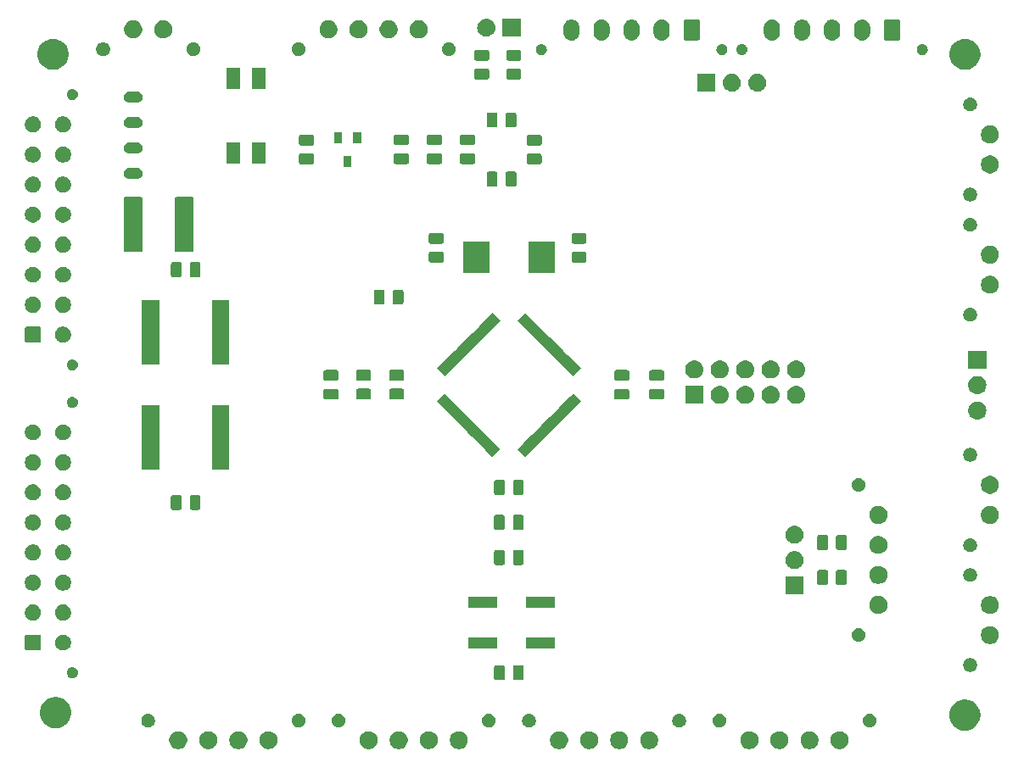
<source format=gbr>
G04 #@! TF.GenerationSoftware,KiCad,Pcbnew,(5.0.2)-1*
G04 #@! TF.CreationDate,2019-03-21T15:49:39-05:00*
G04 #@! TF.ProjectId,noname,6e6f6e61-6d65-42e6-9b69-6361645f7063,rev?*
G04 #@! TF.SameCoordinates,Original*
G04 #@! TF.FileFunction,Soldermask,Top*
G04 #@! TF.FilePolarity,Negative*
%FSLAX46Y46*%
G04 Gerber Fmt 4.6, Leading zero omitted, Abs format (unit mm)*
G04 Created by KiCad (PCBNEW (5.0.2)-1) date 3/21/2019 3:49:39 PM*
%MOMM*%
%LPD*%
G01*
G04 APERTURE LIST*
%ADD10C,0.100000*%
G04 APERTURE END LIST*
D10*
G36*
X144762812Y-142133624D02*
X144926784Y-142201544D01*
X145074354Y-142300147D01*
X145199853Y-142425646D01*
X145298456Y-142573216D01*
X145366376Y-142737188D01*
X145401000Y-142911259D01*
X145401000Y-143088741D01*
X145366376Y-143262812D01*
X145298456Y-143426784D01*
X145199853Y-143574354D01*
X145074354Y-143699853D01*
X144926784Y-143798456D01*
X144762812Y-143866376D01*
X144588741Y-143901000D01*
X144411259Y-143901000D01*
X144237188Y-143866376D01*
X144073216Y-143798456D01*
X143925646Y-143699853D01*
X143800147Y-143574354D01*
X143701544Y-143426784D01*
X143633624Y-143262812D01*
X143599000Y-143088741D01*
X143599000Y-142911259D01*
X143633624Y-142737188D01*
X143701544Y-142573216D01*
X143800147Y-142425646D01*
X143925646Y-142300147D01*
X144073216Y-142201544D01*
X144237188Y-142133624D01*
X144411259Y-142099000D01*
X144588741Y-142099000D01*
X144762812Y-142133624D01*
X144762812Y-142133624D01*
G37*
G36*
X122762812Y-142133624D02*
X122926784Y-142201544D01*
X123074354Y-142300147D01*
X123199853Y-142425646D01*
X123298456Y-142573216D01*
X123366376Y-142737188D01*
X123401000Y-142911259D01*
X123401000Y-143088741D01*
X123366376Y-143262812D01*
X123298456Y-143426784D01*
X123199853Y-143574354D01*
X123074354Y-143699853D01*
X122926784Y-143798456D01*
X122762812Y-143866376D01*
X122588741Y-143901000D01*
X122411259Y-143901000D01*
X122237188Y-143866376D01*
X122073216Y-143798456D01*
X121925646Y-143699853D01*
X121800147Y-143574354D01*
X121701544Y-143426784D01*
X121633624Y-143262812D01*
X121599000Y-143088741D01*
X121599000Y-142911259D01*
X121633624Y-142737188D01*
X121701544Y-142573216D01*
X121800147Y-142425646D01*
X121925646Y-142300147D01*
X122073216Y-142201544D01*
X122237188Y-142133624D01*
X122411259Y-142099000D01*
X122588741Y-142099000D01*
X122762812Y-142133624D01*
X122762812Y-142133624D01*
G37*
G36*
X166762812Y-142133624D02*
X166926784Y-142201544D01*
X167074354Y-142300147D01*
X167199853Y-142425646D01*
X167298456Y-142573216D01*
X167366376Y-142737188D01*
X167401000Y-142911259D01*
X167401000Y-143088741D01*
X167366376Y-143262812D01*
X167298456Y-143426784D01*
X167199853Y-143574354D01*
X167074354Y-143699853D01*
X166926784Y-143798456D01*
X166762812Y-143866376D01*
X166588741Y-143901000D01*
X166411259Y-143901000D01*
X166237188Y-143866376D01*
X166073216Y-143798456D01*
X165925646Y-143699853D01*
X165800147Y-143574354D01*
X165701544Y-143426784D01*
X165633624Y-143262812D01*
X165599000Y-143088741D01*
X165599000Y-142911259D01*
X165633624Y-142737188D01*
X165701544Y-142573216D01*
X165800147Y-142425646D01*
X165925646Y-142300147D01*
X166073216Y-142201544D01*
X166237188Y-142133624D01*
X166411259Y-142099000D01*
X166588741Y-142099000D01*
X166762812Y-142133624D01*
X166762812Y-142133624D01*
G37*
G36*
X157762812Y-142133624D02*
X157926784Y-142201544D01*
X158074354Y-142300147D01*
X158199853Y-142425646D01*
X158298456Y-142573216D01*
X158366376Y-142737188D01*
X158401000Y-142911259D01*
X158401000Y-143088741D01*
X158366376Y-143262812D01*
X158298456Y-143426784D01*
X158199853Y-143574354D01*
X158074354Y-143699853D01*
X157926784Y-143798456D01*
X157762812Y-143866376D01*
X157588741Y-143901000D01*
X157411259Y-143901000D01*
X157237188Y-143866376D01*
X157073216Y-143798456D01*
X156925646Y-143699853D01*
X156800147Y-143574354D01*
X156701544Y-143426784D01*
X156633624Y-143262812D01*
X156599000Y-143088741D01*
X156599000Y-142911259D01*
X156633624Y-142737188D01*
X156701544Y-142573216D01*
X156800147Y-142425646D01*
X156925646Y-142300147D01*
X157073216Y-142201544D01*
X157237188Y-142133624D01*
X157411259Y-142099000D01*
X157588741Y-142099000D01*
X157762812Y-142133624D01*
X157762812Y-142133624D01*
G37*
G36*
X160762812Y-142133624D02*
X160926784Y-142201544D01*
X161074354Y-142300147D01*
X161199853Y-142425646D01*
X161298456Y-142573216D01*
X161366376Y-142737188D01*
X161401000Y-142911259D01*
X161401000Y-143088741D01*
X161366376Y-143262812D01*
X161298456Y-143426784D01*
X161199853Y-143574354D01*
X161074354Y-143699853D01*
X160926784Y-143798456D01*
X160762812Y-143866376D01*
X160588741Y-143901000D01*
X160411259Y-143901000D01*
X160237188Y-143866376D01*
X160073216Y-143798456D01*
X159925646Y-143699853D01*
X159800147Y-143574354D01*
X159701544Y-143426784D01*
X159633624Y-143262812D01*
X159599000Y-143088741D01*
X159599000Y-142911259D01*
X159633624Y-142737188D01*
X159701544Y-142573216D01*
X159800147Y-142425646D01*
X159925646Y-142300147D01*
X160073216Y-142201544D01*
X160237188Y-142133624D01*
X160411259Y-142099000D01*
X160588741Y-142099000D01*
X160762812Y-142133624D01*
X160762812Y-142133624D01*
G37*
G36*
X163762812Y-142133624D02*
X163926784Y-142201544D01*
X164074354Y-142300147D01*
X164199853Y-142425646D01*
X164298456Y-142573216D01*
X164366376Y-142737188D01*
X164401000Y-142911259D01*
X164401000Y-143088741D01*
X164366376Y-143262812D01*
X164298456Y-143426784D01*
X164199853Y-143574354D01*
X164074354Y-143699853D01*
X163926784Y-143798456D01*
X163762812Y-143866376D01*
X163588741Y-143901000D01*
X163411259Y-143901000D01*
X163237188Y-143866376D01*
X163073216Y-143798456D01*
X162925646Y-143699853D01*
X162800147Y-143574354D01*
X162701544Y-143426784D01*
X162633624Y-143262812D01*
X162599000Y-143088741D01*
X162599000Y-142911259D01*
X162633624Y-142737188D01*
X162701544Y-142573216D01*
X162800147Y-142425646D01*
X162925646Y-142300147D01*
X163073216Y-142201544D01*
X163237188Y-142133624D01*
X163411259Y-142099000D01*
X163588741Y-142099000D01*
X163762812Y-142133624D01*
X163762812Y-142133624D01*
G37*
G36*
X128762812Y-142133624D02*
X128926784Y-142201544D01*
X129074354Y-142300147D01*
X129199853Y-142425646D01*
X129298456Y-142573216D01*
X129366376Y-142737188D01*
X129401000Y-142911259D01*
X129401000Y-143088741D01*
X129366376Y-143262812D01*
X129298456Y-143426784D01*
X129199853Y-143574354D01*
X129074354Y-143699853D01*
X128926784Y-143798456D01*
X128762812Y-143866376D01*
X128588741Y-143901000D01*
X128411259Y-143901000D01*
X128237188Y-143866376D01*
X128073216Y-143798456D01*
X127925646Y-143699853D01*
X127800147Y-143574354D01*
X127701544Y-143426784D01*
X127633624Y-143262812D01*
X127599000Y-143088741D01*
X127599000Y-142911259D01*
X127633624Y-142737188D01*
X127701544Y-142573216D01*
X127800147Y-142425646D01*
X127925646Y-142300147D01*
X128073216Y-142201544D01*
X128237188Y-142133624D01*
X128411259Y-142099000D01*
X128588741Y-142099000D01*
X128762812Y-142133624D01*
X128762812Y-142133624D01*
G37*
G36*
X119762812Y-142133624D02*
X119926784Y-142201544D01*
X120074354Y-142300147D01*
X120199853Y-142425646D01*
X120298456Y-142573216D01*
X120366376Y-142737188D01*
X120401000Y-142911259D01*
X120401000Y-143088741D01*
X120366376Y-143262812D01*
X120298456Y-143426784D01*
X120199853Y-143574354D01*
X120074354Y-143699853D01*
X119926784Y-143798456D01*
X119762812Y-143866376D01*
X119588741Y-143901000D01*
X119411259Y-143901000D01*
X119237188Y-143866376D01*
X119073216Y-143798456D01*
X118925646Y-143699853D01*
X118800147Y-143574354D01*
X118701544Y-143426784D01*
X118633624Y-143262812D01*
X118599000Y-143088741D01*
X118599000Y-142911259D01*
X118633624Y-142737188D01*
X118701544Y-142573216D01*
X118800147Y-142425646D01*
X118925646Y-142300147D01*
X119073216Y-142201544D01*
X119237188Y-142133624D01*
X119411259Y-142099000D01*
X119588741Y-142099000D01*
X119762812Y-142133624D01*
X119762812Y-142133624D01*
G37*
G36*
X141762812Y-142133624D02*
X141926784Y-142201544D01*
X142074354Y-142300147D01*
X142199853Y-142425646D01*
X142298456Y-142573216D01*
X142366376Y-142737188D01*
X142401000Y-142911259D01*
X142401000Y-143088741D01*
X142366376Y-143262812D01*
X142298456Y-143426784D01*
X142199853Y-143574354D01*
X142074354Y-143699853D01*
X141926784Y-143798456D01*
X141762812Y-143866376D01*
X141588741Y-143901000D01*
X141411259Y-143901000D01*
X141237188Y-143866376D01*
X141073216Y-143798456D01*
X140925646Y-143699853D01*
X140800147Y-143574354D01*
X140701544Y-143426784D01*
X140633624Y-143262812D01*
X140599000Y-143088741D01*
X140599000Y-142911259D01*
X140633624Y-142737188D01*
X140701544Y-142573216D01*
X140800147Y-142425646D01*
X140925646Y-142300147D01*
X141073216Y-142201544D01*
X141237188Y-142133624D01*
X141411259Y-142099000D01*
X141588741Y-142099000D01*
X141762812Y-142133624D01*
X141762812Y-142133624D01*
G37*
G36*
X182762812Y-142133624D02*
X182926784Y-142201544D01*
X183074354Y-142300147D01*
X183199853Y-142425646D01*
X183298456Y-142573216D01*
X183366376Y-142737188D01*
X183401000Y-142911259D01*
X183401000Y-143088741D01*
X183366376Y-143262812D01*
X183298456Y-143426784D01*
X183199853Y-143574354D01*
X183074354Y-143699853D01*
X182926784Y-143798456D01*
X182762812Y-143866376D01*
X182588741Y-143901000D01*
X182411259Y-143901000D01*
X182237188Y-143866376D01*
X182073216Y-143798456D01*
X181925646Y-143699853D01*
X181800147Y-143574354D01*
X181701544Y-143426784D01*
X181633624Y-143262812D01*
X181599000Y-143088741D01*
X181599000Y-142911259D01*
X181633624Y-142737188D01*
X181701544Y-142573216D01*
X181800147Y-142425646D01*
X181925646Y-142300147D01*
X182073216Y-142201544D01*
X182237188Y-142133624D01*
X182411259Y-142099000D01*
X182588741Y-142099000D01*
X182762812Y-142133624D01*
X182762812Y-142133624D01*
G37*
G36*
X125762812Y-142133624D02*
X125926784Y-142201544D01*
X126074354Y-142300147D01*
X126199853Y-142425646D01*
X126298456Y-142573216D01*
X126366376Y-142737188D01*
X126401000Y-142911259D01*
X126401000Y-143088741D01*
X126366376Y-143262812D01*
X126298456Y-143426784D01*
X126199853Y-143574354D01*
X126074354Y-143699853D01*
X125926784Y-143798456D01*
X125762812Y-143866376D01*
X125588741Y-143901000D01*
X125411259Y-143901000D01*
X125237188Y-143866376D01*
X125073216Y-143798456D01*
X124925646Y-143699853D01*
X124800147Y-143574354D01*
X124701544Y-143426784D01*
X124633624Y-143262812D01*
X124599000Y-143088741D01*
X124599000Y-142911259D01*
X124633624Y-142737188D01*
X124701544Y-142573216D01*
X124800147Y-142425646D01*
X124925646Y-142300147D01*
X125073216Y-142201544D01*
X125237188Y-142133624D01*
X125411259Y-142099000D01*
X125588741Y-142099000D01*
X125762812Y-142133624D01*
X125762812Y-142133624D01*
G37*
G36*
X138762812Y-142133624D02*
X138926784Y-142201544D01*
X139074354Y-142300147D01*
X139199853Y-142425646D01*
X139298456Y-142573216D01*
X139366376Y-142737188D01*
X139401000Y-142911259D01*
X139401000Y-143088741D01*
X139366376Y-143262812D01*
X139298456Y-143426784D01*
X139199853Y-143574354D01*
X139074354Y-143699853D01*
X138926784Y-143798456D01*
X138762812Y-143866376D01*
X138588741Y-143901000D01*
X138411259Y-143901000D01*
X138237188Y-143866376D01*
X138073216Y-143798456D01*
X137925646Y-143699853D01*
X137800147Y-143574354D01*
X137701544Y-143426784D01*
X137633624Y-143262812D01*
X137599000Y-143088741D01*
X137599000Y-142911259D01*
X137633624Y-142737188D01*
X137701544Y-142573216D01*
X137800147Y-142425646D01*
X137925646Y-142300147D01*
X138073216Y-142201544D01*
X138237188Y-142133624D01*
X138411259Y-142099000D01*
X138588741Y-142099000D01*
X138762812Y-142133624D01*
X138762812Y-142133624D01*
G37*
G36*
X147762812Y-142133624D02*
X147926784Y-142201544D01*
X148074354Y-142300147D01*
X148199853Y-142425646D01*
X148298456Y-142573216D01*
X148366376Y-142737188D01*
X148401000Y-142911259D01*
X148401000Y-143088741D01*
X148366376Y-143262812D01*
X148298456Y-143426784D01*
X148199853Y-143574354D01*
X148074354Y-143699853D01*
X147926784Y-143798456D01*
X147762812Y-143866376D01*
X147588741Y-143901000D01*
X147411259Y-143901000D01*
X147237188Y-143866376D01*
X147073216Y-143798456D01*
X146925646Y-143699853D01*
X146800147Y-143574354D01*
X146701544Y-143426784D01*
X146633624Y-143262812D01*
X146599000Y-143088741D01*
X146599000Y-142911259D01*
X146633624Y-142737188D01*
X146701544Y-142573216D01*
X146800147Y-142425646D01*
X146925646Y-142300147D01*
X147073216Y-142201544D01*
X147237188Y-142133624D01*
X147411259Y-142099000D01*
X147588741Y-142099000D01*
X147762812Y-142133624D01*
X147762812Y-142133624D01*
G37*
G36*
X176762812Y-142133624D02*
X176926784Y-142201544D01*
X177074354Y-142300147D01*
X177199853Y-142425646D01*
X177298456Y-142573216D01*
X177366376Y-142737188D01*
X177401000Y-142911259D01*
X177401000Y-143088741D01*
X177366376Y-143262812D01*
X177298456Y-143426784D01*
X177199853Y-143574354D01*
X177074354Y-143699853D01*
X176926784Y-143798456D01*
X176762812Y-143866376D01*
X176588741Y-143901000D01*
X176411259Y-143901000D01*
X176237188Y-143866376D01*
X176073216Y-143798456D01*
X175925646Y-143699853D01*
X175800147Y-143574354D01*
X175701544Y-143426784D01*
X175633624Y-143262812D01*
X175599000Y-143088741D01*
X175599000Y-142911259D01*
X175633624Y-142737188D01*
X175701544Y-142573216D01*
X175800147Y-142425646D01*
X175925646Y-142300147D01*
X176073216Y-142201544D01*
X176237188Y-142133624D01*
X176411259Y-142099000D01*
X176588741Y-142099000D01*
X176762812Y-142133624D01*
X176762812Y-142133624D01*
G37*
G36*
X185762812Y-142133624D02*
X185926784Y-142201544D01*
X186074354Y-142300147D01*
X186199853Y-142425646D01*
X186298456Y-142573216D01*
X186366376Y-142737188D01*
X186401000Y-142911259D01*
X186401000Y-143088741D01*
X186366376Y-143262812D01*
X186298456Y-143426784D01*
X186199853Y-143574354D01*
X186074354Y-143699853D01*
X185926784Y-143798456D01*
X185762812Y-143866376D01*
X185588741Y-143901000D01*
X185411259Y-143901000D01*
X185237188Y-143866376D01*
X185073216Y-143798456D01*
X184925646Y-143699853D01*
X184800147Y-143574354D01*
X184701544Y-143426784D01*
X184633624Y-143262812D01*
X184599000Y-143088741D01*
X184599000Y-142911259D01*
X184633624Y-142737188D01*
X184701544Y-142573216D01*
X184800147Y-142425646D01*
X184925646Y-142300147D01*
X185073216Y-142201544D01*
X185237188Y-142133624D01*
X185411259Y-142099000D01*
X185588741Y-142099000D01*
X185762812Y-142133624D01*
X185762812Y-142133624D01*
G37*
G36*
X179762812Y-142133624D02*
X179926784Y-142201544D01*
X180074354Y-142300147D01*
X180199853Y-142425646D01*
X180298456Y-142573216D01*
X180366376Y-142737188D01*
X180401000Y-142911259D01*
X180401000Y-143088741D01*
X180366376Y-143262812D01*
X180298456Y-143426784D01*
X180199853Y-143574354D01*
X180074354Y-143699853D01*
X179926784Y-143798456D01*
X179762812Y-143866376D01*
X179588741Y-143901000D01*
X179411259Y-143901000D01*
X179237188Y-143866376D01*
X179073216Y-143798456D01*
X178925646Y-143699853D01*
X178800147Y-143574354D01*
X178701544Y-143426784D01*
X178633624Y-143262812D01*
X178599000Y-143088741D01*
X178599000Y-142911259D01*
X178633624Y-142737188D01*
X178701544Y-142573216D01*
X178800147Y-142425646D01*
X178925646Y-142300147D01*
X179073216Y-142201544D01*
X179237188Y-142133624D01*
X179411259Y-142099000D01*
X179588741Y-142099000D01*
X179762812Y-142133624D01*
X179762812Y-142133624D01*
G37*
G36*
X198352527Y-138988736D02*
X198452410Y-139008604D01*
X198734674Y-139125521D01*
X198988705Y-139295259D01*
X199204741Y-139511295D01*
X199374479Y-139765326D01*
X199491396Y-140047590D01*
X199501272Y-140097240D01*
X199551000Y-140347238D01*
X199551000Y-140652762D01*
X199538608Y-140715060D01*
X199491396Y-140952410D01*
X199374479Y-141234674D01*
X199204741Y-141488705D01*
X198988705Y-141704741D01*
X198734674Y-141874479D01*
X198452410Y-141991396D01*
X198352527Y-142011264D01*
X198152762Y-142051000D01*
X197847238Y-142051000D01*
X197647473Y-142011264D01*
X197547590Y-141991396D01*
X197265326Y-141874479D01*
X197011295Y-141704741D01*
X196795259Y-141488705D01*
X196625521Y-141234674D01*
X196508604Y-140952410D01*
X196461392Y-140715060D01*
X196449000Y-140652762D01*
X196449000Y-140347238D01*
X196498728Y-140097240D01*
X196508604Y-140047590D01*
X196625521Y-139765326D01*
X196795259Y-139511295D01*
X197011295Y-139295259D01*
X197265326Y-139125521D01*
X197547590Y-139008604D01*
X197647473Y-138988736D01*
X197847238Y-138949000D01*
X198152762Y-138949000D01*
X198352527Y-138988736D01*
X198352527Y-138988736D01*
G37*
G36*
X107602527Y-138738736D02*
X107702410Y-138758604D01*
X107984674Y-138875521D01*
X108238705Y-139045259D01*
X108454741Y-139261295D01*
X108624479Y-139515326D01*
X108741396Y-139797590D01*
X108741396Y-139797591D01*
X108801000Y-140097238D01*
X108801000Y-140402762D01*
X108795169Y-140432075D01*
X108741396Y-140702410D01*
X108624479Y-140984674D01*
X108454741Y-141238705D01*
X108238705Y-141454741D01*
X107984674Y-141624479D01*
X107702410Y-141741396D01*
X107602527Y-141761264D01*
X107402762Y-141801000D01*
X107097238Y-141801000D01*
X106897473Y-141761264D01*
X106797590Y-141741396D01*
X106515326Y-141624479D01*
X106261295Y-141454741D01*
X106045259Y-141238705D01*
X105875521Y-140984674D01*
X105758604Y-140702410D01*
X105704831Y-140432075D01*
X105699000Y-140402762D01*
X105699000Y-140097238D01*
X105758604Y-139797591D01*
X105758604Y-139797590D01*
X105875521Y-139515326D01*
X106045259Y-139261295D01*
X106261295Y-139045259D01*
X106515326Y-138875521D01*
X106797590Y-138758604D01*
X106897473Y-138738736D01*
X107097238Y-138699000D01*
X107402762Y-138699000D01*
X107602527Y-138738736D01*
X107602527Y-138738736D01*
G37*
G36*
X188700098Y-140380362D02*
X188824940Y-140432073D01*
X188937303Y-140507152D01*
X189032848Y-140602697D01*
X189032850Y-140602700D01*
X189032851Y-140602701D01*
X189107925Y-140715057D01*
X189107927Y-140715060D01*
X189159638Y-140839902D01*
X189186000Y-140972433D01*
X189186000Y-141107567D01*
X189159638Y-141240098D01*
X189107927Y-141364940D01*
X189032848Y-141477303D01*
X188937303Y-141572848D01*
X188824940Y-141647927D01*
X188700098Y-141699638D01*
X188567567Y-141726000D01*
X188432433Y-141726000D01*
X188299902Y-141699638D01*
X188175060Y-141647927D01*
X188062697Y-141572848D01*
X187967152Y-141477303D01*
X187892073Y-141364940D01*
X187840362Y-141240098D01*
X187814000Y-141107567D01*
X187814000Y-140972433D01*
X187840362Y-140839902D01*
X187892073Y-140715060D01*
X187892075Y-140715057D01*
X187967149Y-140602701D01*
X187967150Y-140602700D01*
X187967152Y-140602697D01*
X188062697Y-140507152D01*
X188175060Y-140432073D01*
X188299902Y-140380362D01*
X188432433Y-140354000D01*
X188567567Y-140354000D01*
X188700098Y-140380362D01*
X188700098Y-140380362D01*
G37*
G36*
X173700098Y-140380362D02*
X173824940Y-140432073D01*
X173937303Y-140507152D01*
X174032848Y-140602697D01*
X174032850Y-140602700D01*
X174032851Y-140602701D01*
X174107925Y-140715057D01*
X174107927Y-140715060D01*
X174159638Y-140839902D01*
X174186000Y-140972433D01*
X174186000Y-141107567D01*
X174159638Y-141240098D01*
X174107927Y-141364940D01*
X174032848Y-141477303D01*
X173937303Y-141572848D01*
X173824940Y-141647927D01*
X173700098Y-141699638D01*
X173567567Y-141726000D01*
X173432433Y-141726000D01*
X173299902Y-141699638D01*
X173175060Y-141647927D01*
X173062697Y-141572848D01*
X172967152Y-141477303D01*
X172892073Y-141364940D01*
X172840362Y-141240098D01*
X172814000Y-141107567D01*
X172814000Y-140972433D01*
X172840362Y-140839902D01*
X172892073Y-140715060D01*
X172892075Y-140715057D01*
X172967149Y-140602701D01*
X172967150Y-140602700D01*
X172967152Y-140602697D01*
X173062697Y-140507152D01*
X173175060Y-140432073D01*
X173299902Y-140380362D01*
X173432433Y-140354000D01*
X173567567Y-140354000D01*
X173700098Y-140380362D01*
X173700098Y-140380362D01*
G37*
G36*
X116700098Y-140380362D02*
X116824940Y-140432073D01*
X116937303Y-140507152D01*
X117032848Y-140602697D01*
X117032850Y-140602700D01*
X117032851Y-140602701D01*
X117107925Y-140715057D01*
X117107927Y-140715060D01*
X117159638Y-140839902D01*
X117186000Y-140972433D01*
X117186000Y-141107567D01*
X117159638Y-141240098D01*
X117107927Y-141364940D01*
X117032848Y-141477303D01*
X116937303Y-141572848D01*
X116824940Y-141647927D01*
X116700098Y-141699638D01*
X116567567Y-141726000D01*
X116432433Y-141726000D01*
X116299902Y-141699638D01*
X116175060Y-141647927D01*
X116062697Y-141572848D01*
X115967152Y-141477303D01*
X115892073Y-141364940D01*
X115840362Y-141240098D01*
X115814000Y-141107567D01*
X115814000Y-140972433D01*
X115840362Y-140839902D01*
X115892073Y-140715060D01*
X115892075Y-140715057D01*
X115967149Y-140602701D01*
X115967150Y-140602700D01*
X115967152Y-140602697D01*
X116062697Y-140507152D01*
X116175060Y-140432073D01*
X116299902Y-140380362D01*
X116432433Y-140354000D01*
X116567567Y-140354000D01*
X116700098Y-140380362D01*
X116700098Y-140380362D01*
G37*
G36*
X150700098Y-140380362D02*
X150824940Y-140432073D01*
X150937303Y-140507152D01*
X151032848Y-140602697D01*
X151032850Y-140602700D01*
X151032851Y-140602701D01*
X151107925Y-140715057D01*
X151107927Y-140715060D01*
X151159638Y-140839902D01*
X151186000Y-140972433D01*
X151186000Y-141107567D01*
X151159638Y-141240098D01*
X151107927Y-141364940D01*
X151032848Y-141477303D01*
X150937303Y-141572848D01*
X150824940Y-141647927D01*
X150700098Y-141699638D01*
X150567567Y-141726000D01*
X150432433Y-141726000D01*
X150299902Y-141699638D01*
X150175060Y-141647927D01*
X150062697Y-141572848D01*
X149967152Y-141477303D01*
X149892073Y-141364940D01*
X149840362Y-141240098D01*
X149814000Y-141107567D01*
X149814000Y-140972433D01*
X149840362Y-140839902D01*
X149892073Y-140715060D01*
X149892075Y-140715057D01*
X149967149Y-140602701D01*
X149967150Y-140602700D01*
X149967152Y-140602697D01*
X150062697Y-140507152D01*
X150175060Y-140432073D01*
X150299902Y-140380362D01*
X150432433Y-140354000D01*
X150567567Y-140354000D01*
X150700098Y-140380362D01*
X150700098Y-140380362D01*
G37*
G36*
X154700098Y-140380362D02*
X154824940Y-140432073D01*
X154937303Y-140507152D01*
X155032848Y-140602697D01*
X155032850Y-140602700D01*
X155032851Y-140602701D01*
X155107925Y-140715057D01*
X155107927Y-140715060D01*
X155159638Y-140839902D01*
X155186000Y-140972433D01*
X155186000Y-141107567D01*
X155159638Y-141240098D01*
X155107927Y-141364940D01*
X155032848Y-141477303D01*
X154937303Y-141572848D01*
X154824940Y-141647927D01*
X154700098Y-141699638D01*
X154567567Y-141726000D01*
X154432433Y-141726000D01*
X154299902Y-141699638D01*
X154175060Y-141647927D01*
X154062697Y-141572848D01*
X153967152Y-141477303D01*
X153892073Y-141364940D01*
X153840362Y-141240098D01*
X153814000Y-141107567D01*
X153814000Y-140972433D01*
X153840362Y-140839902D01*
X153892073Y-140715060D01*
X153892075Y-140715057D01*
X153967149Y-140602701D01*
X153967150Y-140602700D01*
X153967152Y-140602697D01*
X154062697Y-140507152D01*
X154175060Y-140432073D01*
X154299902Y-140380362D01*
X154432433Y-140354000D01*
X154567567Y-140354000D01*
X154700098Y-140380362D01*
X154700098Y-140380362D01*
G37*
G36*
X131700098Y-140380362D02*
X131824940Y-140432073D01*
X131937303Y-140507152D01*
X132032848Y-140602697D01*
X132032850Y-140602700D01*
X132032851Y-140602701D01*
X132107925Y-140715057D01*
X132107927Y-140715060D01*
X132159638Y-140839902D01*
X132186000Y-140972433D01*
X132186000Y-141107567D01*
X132159638Y-141240098D01*
X132107927Y-141364940D01*
X132032848Y-141477303D01*
X131937303Y-141572848D01*
X131824940Y-141647927D01*
X131700098Y-141699638D01*
X131567567Y-141726000D01*
X131432433Y-141726000D01*
X131299902Y-141699638D01*
X131175060Y-141647927D01*
X131062697Y-141572848D01*
X130967152Y-141477303D01*
X130892073Y-141364940D01*
X130840362Y-141240098D01*
X130814000Y-141107567D01*
X130814000Y-140972433D01*
X130840362Y-140839902D01*
X130892073Y-140715060D01*
X130892075Y-140715057D01*
X130967149Y-140602701D01*
X130967150Y-140602700D01*
X130967152Y-140602697D01*
X131062697Y-140507152D01*
X131175060Y-140432073D01*
X131299902Y-140380362D01*
X131432433Y-140354000D01*
X131567567Y-140354000D01*
X131700098Y-140380362D01*
X131700098Y-140380362D01*
G37*
G36*
X135700098Y-140380362D02*
X135824940Y-140432073D01*
X135937303Y-140507152D01*
X136032848Y-140602697D01*
X136032850Y-140602700D01*
X136032851Y-140602701D01*
X136107925Y-140715057D01*
X136107927Y-140715060D01*
X136159638Y-140839902D01*
X136186000Y-140972433D01*
X136186000Y-141107567D01*
X136159638Y-141240098D01*
X136107927Y-141364940D01*
X136032848Y-141477303D01*
X135937303Y-141572848D01*
X135824940Y-141647927D01*
X135700098Y-141699638D01*
X135567567Y-141726000D01*
X135432433Y-141726000D01*
X135299902Y-141699638D01*
X135175060Y-141647927D01*
X135062697Y-141572848D01*
X134967152Y-141477303D01*
X134892073Y-141364940D01*
X134840362Y-141240098D01*
X134814000Y-141107567D01*
X134814000Y-140972433D01*
X134840362Y-140839902D01*
X134892073Y-140715060D01*
X134892075Y-140715057D01*
X134967149Y-140602701D01*
X134967150Y-140602700D01*
X134967152Y-140602697D01*
X135062697Y-140507152D01*
X135175060Y-140432073D01*
X135299902Y-140380362D01*
X135432433Y-140354000D01*
X135567567Y-140354000D01*
X135700098Y-140380362D01*
X135700098Y-140380362D01*
G37*
G36*
X169700098Y-140380362D02*
X169824940Y-140432073D01*
X169937303Y-140507152D01*
X170032848Y-140602697D01*
X170032850Y-140602700D01*
X170032851Y-140602701D01*
X170107925Y-140715057D01*
X170107927Y-140715060D01*
X170159638Y-140839902D01*
X170186000Y-140972433D01*
X170186000Y-141107567D01*
X170159638Y-141240098D01*
X170107927Y-141364940D01*
X170032848Y-141477303D01*
X169937303Y-141572848D01*
X169824940Y-141647927D01*
X169700098Y-141699638D01*
X169567567Y-141726000D01*
X169432433Y-141726000D01*
X169299902Y-141699638D01*
X169175060Y-141647927D01*
X169062697Y-141572848D01*
X168967152Y-141477303D01*
X168892073Y-141364940D01*
X168840362Y-141240098D01*
X168814000Y-141107567D01*
X168814000Y-140972433D01*
X168840362Y-140839902D01*
X168892073Y-140715060D01*
X168892075Y-140715057D01*
X168967149Y-140602701D01*
X168967150Y-140602700D01*
X168967152Y-140602697D01*
X169062697Y-140507152D01*
X169175060Y-140432073D01*
X169299902Y-140380362D01*
X169432433Y-140354000D01*
X169567567Y-140354000D01*
X169700098Y-140380362D01*
X169700098Y-140380362D01*
G37*
G36*
X151934466Y-135503565D02*
X151973137Y-135515296D01*
X152008779Y-135534348D01*
X152040017Y-135559983D01*
X152065652Y-135591221D01*
X152084704Y-135626863D01*
X152096435Y-135665534D01*
X152101000Y-135711888D01*
X152101000Y-136788112D01*
X152096435Y-136834466D01*
X152084704Y-136873137D01*
X152065652Y-136908779D01*
X152040017Y-136940017D01*
X152008779Y-136965652D01*
X151973137Y-136984704D01*
X151934466Y-136996435D01*
X151888112Y-137001000D01*
X151236888Y-137001000D01*
X151190534Y-136996435D01*
X151151863Y-136984704D01*
X151116221Y-136965652D01*
X151084983Y-136940017D01*
X151059348Y-136908779D01*
X151040296Y-136873137D01*
X151028565Y-136834466D01*
X151024000Y-136788112D01*
X151024000Y-135711888D01*
X151028565Y-135665534D01*
X151040296Y-135626863D01*
X151059348Y-135591221D01*
X151084983Y-135559983D01*
X151116221Y-135534348D01*
X151151863Y-135515296D01*
X151190534Y-135503565D01*
X151236888Y-135499000D01*
X151888112Y-135499000D01*
X151934466Y-135503565D01*
X151934466Y-135503565D01*
G37*
G36*
X153809466Y-135503565D02*
X153848137Y-135515296D01*
X153883779Y-135534348D01*
X153915017Y-135559983D01*
X153940652Y-135591221D01*
X153959704Y-135626863D01*
X153971435Y-135665534D01*
X153976000Y-135711888D01*
X153976000Y-136788112D01*
X153971435Y-136834466D01*
X153959704Y-136873137D01*
X153940652Y-136908779D01*
X153915017Y-136940017D01*
X153883779Y-136965652D01*
X153848137Y-136984704D01*
X153809466Y-136996435D01*
X153763112Y-137001000D01*
X153111888Y-137001000D01*
X153065534Y-136996435D01*
X153026863Y-136984704D01*
X152991221Y-136965652D01*
X152959983Y-136940017D01*
X152934348Y-136908779D01*
X152915296Y-136873137D01*
X152903565Y-136834466D01*
X152899000Y-136788112D01*
X152899000Y-135711888D01*
X152903565Y-135665534D01*
X152915296Y-135626863D01*
X152934348Y-135591221D01*
X152959983Y-135559983D01*
X152991221Y-135534348D01*
X153026863Y-135515296D01*
X153065534Y-135503565D01*
X153111888Y-135499000D01*
X153763112Y-135499000D01*
X153809466Y-135503565D01*
X153809466Y-135503565D01*
G37*
G36*
X109100721Y-135720174D02*
X109200995Y-135761709D01*
X109291245Y-135822012D01*
X109367988Y-135898755D01*
X109428291Y-135989005D01*
X109469826Y-136089279D01*
X109491000Y-136195730D01*
X109491000Y-136304270D01*
X109469826Y-136410721D01*
X109428291Y-136510995D01*
X109367988Y-136601245D01*
X109291245Y-136677988D01*
X109200995Y-136738291D01*
X109100721Y-136779826D01*
X108994270Y-136801000D01*
X108885730Y-136801000D01*
X108779279Y-136779826D01*
X108679005Y-136738291D01*
X108588755Y-136677988D01*
X108512012Y-136601245D01*
X108451709Y-136510995D01*
X108410174Y-136410721D01*
X108389000Y-136304270D01*
X108389000Y-136195730D01*
X108410174Y-136089279D01*
X108451709Y-135989005D01*
X108512012Y-135898755D01*
X108588755Y-135822012D01*
X108679005Y-135761709D01*
X108779279Y-135720174D01*
X108885730Y-135699000D01*
X108994270Y-135699000D01*
X109100721Y-135720174D01*
X109100721Y-135720174D01*
G37*
G36*
X198740098Y-134840362D02*
X198864940Y-134892073D01*
X198977303Y-134967152D01*
X199072848Y-135062697D01*
X199147927Y-135175060D01*
X199199638Y-135299902D01*
X199226000Y-135432433D01*
X199226000Y-135567567D01*
X199199638Y-135700098D01*
X199147927Y-135824940D01*
X199072848Y-135937303D01*
X198977303Y-136032848D01*
X198864940Y-136107927D01*
X198740098Y-136159638D01*
X198607567Y-136186000D01*
X198472433Y-136186000D01*
X198339902Y-136159638D01*
X198215060Y-136107927D01*
X198102697Y-136032848D01*
X198007152Y-135937303D01*
X197932073Y-135824940D01*
X197880362Y-135700098D01*
X197854000Y-135567567D01*
X197854000Y-135432433D01*
X197880362Y-135299902D01*
X197932073Y-135175060D01*
X198007152Y-135062697D01*
X198102697Y-134967152D01*
X198215060Y-134892073D01*
X198339902Y-134840362D01*
X198472433Y-134814000D01*
X198607567Y-134814000D01*
X198740098Y-134840362D01*
X198740098Y-134840362D01*
G37*
G36*
X105653043Y-132453122D02*
X105687390Y-132463541D01*
X105719035Y-132480456D01*
X105746777Y-132503223D01*
X105769544Y-132530965D01*
X105786459Y-132562610D01*
X105796878Y-132596957D01*
X105801000Y-132638807D01*
X105801000Y-133861193D01*
X105796878Y-133903043D01*
X105786459Y-133937390D01*
X105769544Y-133969035D01*
X105746777Y-133996777D01*
X105719035Y-134019544D01*
X105687390Y-134036459D01*
X105653043Y-134046878D01*
X105611193Y-134051000D01*
X104388807Y-134051000D01*
X104346957Y-134046878D01*
X104312610Y-134036459D01*
X104280965Y-134019544D01*
X104253223Y-133996777D01*
X104230456Y-133969035D01*
X104213541Y-133937390D01*
X104203122Y-133903043D01*
X104199000Y-133861193D01*
X104199000Y-132638807D01*
X104203122Y-132596957D01*
X104213541Y-132562610D01*
X104230456Y-132530965D01*
X104253223Y-132503223D01*
X104280965Y-132480456D01*
X104312610Y-132463541D01*
X104346957Y-132453122D01*
X104388807Y-132449000D01*
X105611193Y-132449000D01*
X105653043Y-132453122D01*
X105653043Y-132453122D01*
G37*
G36*
X108233643Y-132479781D02*
X108379415Y-132540162D01*
X108510611Y-132627824D01*
X108622176Y-132739389D01*
X108709838Y-132870585D01*
X108770219Y-133016357D01*
X108801000Y-133171107D01*
X108801000Y-133328893D01*
X108770219Y-133483643D01*
X108709838Y-133629415D01*
X108622176Y-133760611D01*
X108510611Y-133872176D01*
X108379415Y-133959838D01*
X108233643Y-134020219D01*
X108078893Y-134051000D01*
X107921107Y-134051000D01*
X107766357Y-134020219D01*
X107620585Y-133959838D01*
X107489389Y-133872176D01*
X107377824Y-133760611D01*
X107290162Y-133629415D01*
X107229781Y-133483643D01*
X107199000Y-133328893D01*
X107199000Y-133171107D01*
X107229781Y-133016357D01*
X107290162Y-132870585D01*
X107377824Y-132739389D01*
X107489389Y-132627824D01*
X107620585Y-132540162D01*
X107766357Y-132479781D01*
X107921107Y-132449000D01*
X108078893Y-132449000D01*
X108233643Y-132479781D01*
X108233643Y-132479781D01*
G37*
G36*
X151301000Y-133801000D02*
X148449000Y-133801000D01*
X148449000Y-132699000D01*
X151301000Y-132699000D01*
X151301000Y-133801000D01*
X151301000Y-133801000D01*
G37*
G36*
X157051000Y-133801000D02*
X154199000Y-133801000D01*
X154199000Y-132699000D01*
X157051000Y-132699000D01*
X157051000Y-133801000D01*
X157051000Y-133801000D01*
G37*
G36*
X200762812Y-131633624D02*
X200926784Y-131701544D01*
X201074354Y-131800147D01*
X201199853Y-131925646D01*
X201298456Y-132073216D01*
X201366376Y-132237188D01*
X201401000Y-132411259D01*
X201401000Y-132588741D01*
X201366376Y-132762812D01*
X201298456Y-132926784D01*
X201199853Y-133074354D01*
X201074354Y-133199853D01*
X200926784Y-133298456D01*
X200762812Y-133366376D01*
X200588741Y-133401000D01*
X200411259Y-133401000D01*
X200237188Y-133366376D01*
X200073216Y-133298456D01*
X199925646Y-133199853D01*
X199800147Y-133074354D01*
X199701544Y-132926784D01*
X199633624Y-132762812D01*
X199599000Y-132588741D01*
X199599000Y-132411259D01*
X199633624Y-132237188D01*
X199701544Y-132073216D01*
X199800147Y-131925646D01*
X199925646Y-131800147D01*
X200073216Y-131701544D01*
X200237188Y-131633624D01*
X200411259Y-131599000D01*
X200588741Y-131599000D01*
X200762812Y-131633624D01*
X200762812Y-131633624D01*
G37*
G36*
X187608851Y-131836785D02*
X187733693Y-131888496D01*
X187846056Y-131963575D01*
X187941601Y-132059120D01*
X188016680Y-132171483D01*
X188068391Y-132296325D01*
X188094753Y-132428856D01*
X188094753Y-132563990D01*
X188068391Y-132696521D01*
X188016680Y-132821363D01*
X188016678Y-132821366D01*
X187983792Y-132870584D01*
X187941601Y-132933726D01*
X187846056Y-133029271D01*
X187846053Y-133029273D01*
X187846052Y-133029274D01*
X187733696Y-133104348D01*
X187733693Y-133104350D01*
X187608851Y-133156061D01*
X187476320Y-133182423D01*
X187341186Y-133182423D01*
X187208655Y-133156061D01*
X187083813Y-133104350D01*
X187083810Y-133104348D01*
X186971454Y-133029274D01*
X186971453Y-133029273D01*
X186971450Y-133029271D01*
X186875905Y-132933726D01*
X186833715Y-132870584D01*
X186800828Y-132821366D01*
X186800826Y-132821363D01*
X186749115Y-132696521D01*
X186722753Y-132563990D01*
X186722753Y-132428856D01*
X186749115Y-132296325D01*
X186800826Y-132171483D01*
X186875905Y-132059120D01*
X186971450Y-131963575D01*
X187083813Y-131888496D01*
X187208655Y-131836785D01*
X187341186Y-131810423D01*
X187476320Y-131810423D01*
X187608851Y-131836785D01*
X187608851Y-131836785D01*
G37*
G36*
X108233643Y-129479781D02*
X108379415Y-129540162D01*
X108510611Y-129627824D01*
X108622176Y-129739389D01*
X108709838Y-129870585D01*
X108770219Y-130016357D01*
X108801000Y-130171107D01*
X108801000Y-130328893D01*
X108770219Y-130483643D01*
X108709838Y-130629415D01*
X108622176Y-130760611D01*
X108510611Y-130872176D01*
X108379415Y-130959838D01*
X108233643Y-131020219D01*
X108078893Y-131051000D01*
X107921107Y-131051000D01*
X107766357Y-131020219D01*
X107620585Y-130959838D01*
X107489389Y-130872176D01*
X107377824Y-130760611D01*
X107290162Y-130629415D01*
X107229781Y-130483643D01*
X107199000Y-130328893D01*
X107199000Y-130171107D01*
X107229781Y-130016357D01*
X107290162Y-129870585D01*
X107377824Y-129739389D01*
X107489389Y-129627824D01*
X107620585Y-129540162D01*
X107766357Y-129479781D01*
X107921107Y-129449000D01*
X108078893Y-129449000D01*
X108233643Y-129479781D01*
X108233643Y-129479781D01*
G37*
G36*
X105233643Y-129479781D02*
X105379415Y-129540162D01*
X105510611Y-129627824D01*
X105622176Y-129739389D01*
X105709838Y-129870585D01*
X105770219Y-130016357D01*
X105801000Y-130171107D01*
X105801000Y-130328893D01*
X105770219Y-130483643D01*
X105709838Y-130629415D01*
X105622176Y-130760611D01*
X105510611Y-130872176D01*
X105379415Y-130959838D01*
X105233643Y-131020219D01*
X105078893Y-131051000D01*
X104921107Y-131051000D01*
X104766357Y-131020219D01*
X104620585Y-130959838D01*
X104489389Y-130872176D01*
X104377824Y-130760611D01*
X104290162Y-130629415D01*
X104229781Y-130483643D01*
X104199000Y-130328893D01*
X104199000Y-130171107D01*
X104229781Y-130016357D01*
X104290162Y-129870585D01*
X104377824Y-129739389D01*
X104489389Y-129627824D01*
X104620585Y-129540162D01*
X104766357Y-129479781D01*
X104921107Y-129449000D01*
X105078893Y-129449000D01*
X105233643Y-129479781D01*
X105233643Y-129479781D01*
G37*
G36*
X200762812Y-128633624D02*
X200926784Y-128701544D01*
X201074354Y-128800147D01*
X201199853Y-128925646D01*
X201298456Y-129073216D01*
X201366376Y-129237188D01*
X201401000Y-129411259D01*
X201401000Y-129588741D01*
X201366376Y-129762812D01*
X201298456Y-129926784D01*
X201199853Y-130074354D01*
X201074354Y-130199853D01*
X200926784Y-130298456D01*
X200762812Y-130366376D01*
X200588741Y-130401000D01*
X200411259Y-130401000D01*
X200237188Y-130366376D01*
X200073216Y-130298456D01*
X199925646Y-130199853D01*
X199800147Y-130074354D01*
X199701544Y-129926784D01*
X199633624Y-129762812D01*
X199599000Y-129588741D01*
X199599000Y-129411259D01*
X199633624Y-129237188D01*
X199701544Y-129073216D01*
X199800147Y-128925646D01*
X199925646Y-128800147D01*
X200073216Y-128701544D01*
X200237188Y-128633624D01*
X200411259Y-128599000D01*
X200588741Y-128599000D01*
X200762812Y-128633624D01*
X200762812Y-128633624D01*
G37*
G36*
X189631565Y-128630047D02*
X189795537Y-128697967D01*
X189943107Y-128796570D01*
X190068606Y-128922069D01*
X190167209Y-129069639D01*
X190235129Y-129233611D01*
X190269753Y-129407682D01*
X190269753Y-129585164D01*
X190235129Y-129759235D01*
X190167209Y-129923207D01*
X190068606Y-130070777D01*
X189943107Y-130196276D01*
X189795537Y-130294879D01*
X189631565Y-130362799D01*
X189457494Y-130397423D01*
X189280012Y-130397423D01*
X189105941Y-130362799D01*
X188941969Y-130294879D01*
X188794399Y-130196276D01*
X188668900Y-130070777D01*
X188570297Y-129923207D01*
X188502377Y-129759235D01*
X188467753Y-129585164D01*
X188467753Y-129407682D01*
X188502377Y-129233611D01*
X188570297Y-129069639D01*
X188668900Y-128922069D01*
X188794399Y-128796570D01*
X188941969Y-128697967D01*
X189105941Y-128630047D01*
X189280012Y-128595423D01*
X189457494Y-128595423D01*
X189631565Y-128630047D01*
X189631565Y-128630047D01*
G37*
G36*
X157051000Y-129801000D02*
X154199000Y-129801000D01*
X154199000Y-128699000D01*
X157051000Y-128699000D01*
X157051000Y-129801000D01*
X157051000Y-129801000D01*
G37*
G36*
X151301000Y-129801000D02*
X148449000Y-129801000D01*
X148449000Y-128699000D01*
X151301000Y-128699000D01*
X151301000Y-129801000D01*
X151301000Y-129801000D01*
G37*
G36*
X181901000Y-128441000D02*
X180099000Y-128441000D01*
X180099000Y-126639000D01*
X181901000Y-126639000D01*
X181901000Y-128441000D01*
X181901000Y-128441000D01*
G37*
G36*
X108233643Y-126479781D02*
X108379415Y-126540162D01*
X108510611Y-126627824D01*
X108622176Y-126739389D01*
X108709838Y-126870585D01*
X108770219Y-127016357D01*
X108801000Y-127171107D01*
X108801000Y-127328893D01*
X108770219Y-127483643D01*
X108709838Y-127629415D01*
X108622176Y-127760611D01*
X108510611Y-127872176D01*
X108379415Y-127959838D01*
X108233643Y-128020219D01*
X108078893Y-128051000D01*
X107921107Y-128051000D01*
X107766357Y-128020219D01*
X107620585Y-127959838D01*
X107489389Y-127872176D01*
X107377824Y-127760611D01*
X107290162Y-127629415D01*
X107229781Y-127483643D01*
X107199000Y-127328893D01*
X107199000Y-127171107D01*
X107229781Y-127016357D01*
X107290162Y-126870585D01*
X107377824Y-126739389D01*
X107489389Y-126627824D01*
X107620585Y-126540162D01*
X107766357Y-126479781D01*
X107921107Y-126449000D01*
X108078893Y-126449000D01*
X108233643Y-126479781D01*
X108233643Y-126479781D01*
G37*
G36*
X105233643Y-126479781D02*
X105379415Y-126540162D01*
X105510611Y-126627824D01*
X105622176Y-126739389D01*
X105709838Y-126870585D01*
X105770219Y-127016357D01*
X105801000Y-127171107D01*
X105801000Y-127328893D01*
X105770219Y-127483643D01*
X105709838Y-127629415D01*
X105622176Y-127760611D01*
X105510611Y-127872176D01*
X105379415Y-127959838D01*
X105233643Y-128020219D01*
X105078893Y-128051000D01*
X104921107Y-128051000D01*
X104766357Y-128020219D01*
X104620585Y-127959838D01*
X104489389Y-127872176D01*
X104377824Y-127760611D01*
X104290162Y-127629415D01*
X104229781Y-127483643D01*
X104199000Y-127328893D01*
X104199000Y-127171107D01*
X104229781Y-127016357D01*
X104290162Y-126870585D01*
X104377824Y-126739389D01*
X104489389Y-126627824D01*
X104620585Y-126540162D01*
X104766357Y-126479781D01*
X104921107Y-126449000D01*
X105078893Y-126449000D01*
X105233643Y-126479781D01*
X105233643Y-126479781D01*
G37*
G36*
X186059466Y-126003565D02*
X186098137Y-126015296D01*
X186133779Y-126034348D01*
X186165017Y-126059983D01*
X186190652Y-126091221D01*
X186209704Y-126126863D01*
X186221435Y-126165534D01*
X186226000Y-126211888D01*
X186226000Y-127288112D01*
X186221435Y-127334466D01*
X186209704Y-127373137D01*
X186190652Y-127408779D01*
X186165017Y-127440017D01*
X186133779Y-127465652D01*
X186098137Y-127484704D01*
X186059466Y-127496435D01*
X186013112Y-127501000D01*
X185361888Y-127501000D01*
X185315534Y-127496435D01*
X185276863Y-127484704D01*
X185241221Y-127465652D01*
X185209983Y-127440017D01*
X185184348Y-127408779D01*
X185165296Y-127373137D01*
X185153565Y-127334466D01*
X185149000Y-127288112D01*
X185149000Y-126211888D01*
X185153565Y-126165534D01*
X185165296Y-126126863D01*
X185184348Y-126091221D01*
X185209983Y-126059983D01*
X185241221Y-126034348D01*
X185276863Y-126015296D01*
X185315534Y-126003565D01*
X185361888Y-125999000D01*
X186013112Y-125999000D01*
X186059466Y-126003565D01*
X186059466Y-126003565D01*
G37*
G36*
X184184466Y-126003565D02*
X184223137Y-126015296D01*
X184258779Y-126034348D01*
X184290017Y-126059983D01*
X184315652Y-126091221D01*
X184334704Y-126126863D01*
X184346435Y-126165534D01*
X184351000Y-126211888D01*
X184351000Y-127288112D01*
X184346435Y-127334466D01*
X184334704Y-127373137D01*
X184315652Y-127408779D01*
X184290017Y-127440017D01*
X184258779Y-127465652D01*
X184223137Y-127484704D01*
X184184466Y-127496435D01*
X184138112Y-127501000D01*
X183486888Y-127501000D01*
X183440534Y-127496435D01*
X183401863Y-127484704D01*
X183366221Y-127465652D01*
X183334983Y-127440017D01*
X183309348Y-127408779D01*
X183290296Y-127373137D01*
X183278565Y-127334466D01*
X183274000Y-127288112D01*
X183274000Y-126211888D01*
X183278565Y-126165534D01*
X183290296Y-126126863D01*
X183309348Y-126091221D01*
X183334983Y-126059983D01*
X183366221Y-126034348D01*
X183401863Y-126015296D01*
X183440534Y-126003565D01*
X183486888Y-125999000D01*
X184138112Y-125999000D01*
X184184466Y-126003565D01*
X184184466Y-126003565D01*
G37*
G36*
X189631565Y-125630047D02*
X189795537Y-125697967D01*
X189943107Y-125796570D01*
X190068606Y-125922069D01*
X190167209Y-126069639D01*
X190235129Y-126233611D01*
X190269753Y-126407682D01*
X190269753Y-126585164D01*
X190235129Y-126759235D01*
X190167209Y-126923207D01*
X190068606Y-127070777D01*
X189943107Y-127196276D01*
X189795537Y-127294879D01*
X189631565Y-127362799D01*
X189457494Y-127397423D01*
X189280012Y-127397423D01*
X189105941Y-127362799D01*
X188941969Y-127294879D01*
X188794399Y-127196276D01*
X188668900Y-127070777D01*
X188570297Y-126923207D01*
X188502377Y-126759235D01*
X188467753Y-126585164D01*
X188467753Y-126407682D01*
X188502377Y-126233611D01*
X188570297Y-126069639D01*
X188668900Y-125922069D01*
X188794399Y-125796570D01*
X188941969Y-125697967D01*
X189105941Y-125630047D01*
X189280012Y-125595423D01*
X189457494Y-125595423D01*
X189631565Y-125630047D01*
X189631565Y-125630047D01*
G37*
G36*
X198740098Y-125840362D02*
X198864940Y-125892073D01*
X198864943Y-125892075D01*
X198909828Y-125922066D01*
X198977303Y-125967152D01*
X199072848Y-126062697D01*
X199072850Y-126062700D01*
X199072851Y-126062701D01*
X199091907Y-126091221D01*
X199147927Y-126175060D01*
X199199638Y-126299902D01*
X199226000Y-126432433D01*
X199226000Y-126567567D01*
X199199638Y-126700098D01*
X199147927Y-126824940D01*
X199147925Y-126824943D01*
X199117429Y-126870584D01*
X199072848Y-126937303D01*
X198977303Y-127032848D01*
X198864940Y-127107927D01*
X198740098Y-127159638D01*
X198607567Y-127186000D01*
X198472433Y-127186000D01*
X198339902Y-127159638D01*
X198215060Y-127107927D01*
X198102697Y-127032848D01*
X198007152Y-126937303D01*
X197962572Y-126870584D01*
X197932075Y-126824943D01*
X197932073Y-126824940D01*
X197880362Y-126700098D01*
X197854000Y-126567567D01*
X197854000Y-126432433D01*
X197880362Y-126299902D01*
X197932073Y-126175060D01*
X197988093Y-126091221D01*
X198007149Y-126062701D01*
X198007150Y-126062700D01*
X198007152Y-126062697D01*
X198102697Y-125967152D01*
X198170173Y-125922066D01*
X198215057Y-125892075D01*
X198215060Y-125892073D01*
X198339902Y-125840362D01*
X198472433Y-125814000D01*
X198607567Y-125814000D01*
X198740098Y-125840362D01*
X198740098Y-125840362D01*
G37*
G36*
X181110443Y-124105519D02*
X181176627Y-124112037D01*
X181289853Y-124146384D01*
X181346467Y-124163557D01*
X181444059Y-124215722D01*
X181502991Y-124247222D01*
X181538729Y-124276552D01*
X181640186Y-124359814D01*
X181723448Y-124461271D01*
X181752778Y-124497009D01*
X181752779Y-124497011D01*
X181836443Y-124653533D01*
X181836443Y-124653534D01*
X181887963Y-124823373D01*
X181905359Y-125000000D01*
X181887963Y-125176627D01*
X181855307Y-125284278D01*
X181836443Y-125346467D01*
X181822187Y-125373137D01*
X181752778Y-125502991D01*
X181723448Y-125538729D01*
X181640186Y-125640186D01*
X181538729Y-125723448D01*
X181502991Y-125752778D01*
X181502989Y-125752779D01*
X181346467Y-125836443D01*
X181289853Y-125853616D01*
X181176627Y-125887963D01*
X181134876Y-125892075D01*
X181044260Y-125901000D01*
X180955740Y-125901000D01*
X180865124Y-125892075D01*
X180823373Y-125887963D01*
X180710147Y-125853616D01*
X180653533Y-125836443D01*
X180497011Y-125752779D01*
X180497009Y-125752778D01*
X180461271Y-125723448D01*
X180359814Y-125640186D01*
X180276552Y-125538729D01*
X180247222Y-125502991D01*
X180177813Y-125373137D01*
X180163557Y-125346467D01*
X180144693Y-125284278D01*
X180112037Y-125176627D01*
X180094641Y-125000000D01*
X180112037Y-124823373D01*
X180163557Y-124653534D01*
X180163557Y-124653533D01*
X180247221Y-124497011D01*
X180247222Y-124497009D01*
X180276552Y-124461271D01*
X180359814Y-124359814D01*
X180461271Y-124276552D01*
X180497009Y-124247222D01*
X180555941Y-124215722D01*
X180653533Y-124163557D01*
X180710147Y-124146384D01*
X180823373Y-124112037D01*
X180889557Y-124105519D01*
X180955740Y-124099000D01*
X181044260Y-124099000D01*
X181110443Y-124105519D01*
X181110443Y-124105519D01*
G37*
G36*
X151934466Y-124003565D02*
X151973137Y-124015296D01*
X152008779Y-124034348D01*
X152040017Y-124059983D01*
X152065652Y-124091221D01*
X152084704Y-124126863D01*
X152096435Y-124165534D01*
X152101000Y-124211888D01*
X152101000Y-125288112D01*
X152096435Y-125334466D01*
X152084704Y-125373137D01*
X152065652Y-125408779D01*
X152040017Y-125440017D01*
X152008779Y-125465652D01*
X151973137Y-125484704D01*
X151934466Y-125496435D01*
X151888112Y-125501000D01*
X151236888Y-125501000D01*
X151190534Y-125496435D01*
X151151863Y-125484704D01*
X151116221Y-125465652D01*
X151084983Y-125440017D01*
X151059348Y-125408779D01*
X151040296Y-125373137D01*
X151028565Y-125334466D01*
X151024000Y-125288112D01*
X151024000Y-124211888D01*
X151028565Y-124165534D01*
X151040296Y-124126863D01*
X151059348Y-124091221D01*
X151084983Y-124059983D01*
X151116221Y-124034348D01*
X151151863Y-124015296D01*
X151190534Y-124003565D01*
X151236888Y-123999000D01*
X151888112Y-123999000D01*
X151934466Y-124003565D01*
X151934466Y-124003565D01*
G37*
G36*
X153809466Y-124003565D02*
X153848137Y-124015296D01*
X153883779Y-124034348D01*
X153915017Y-124059983D01*
X153940652Y-124091221D01*
X153959704Y-124126863D01*
X153971435Y-124165534D01*
X153976000Y-124211888D01*
X153976000Y-125288112D01*
X153971435Y-125334466D01*
X153959704Y-125373137D01*
X153940652Y-125408779D01*
X153915017Y-125440017D01*
X153883779Y-125465652D01*
X153848137Y-125484704D01*
X153809466Y-125496435D01*
X153763112Y-125501000D01*
X153111888Y-125501000D01*
X153065534Y-125496435D01*
X153026863Y-125484704D01*
X152991221Y-125465652D01*
X152959983Y-125440017D01*
X152934348Y-125408779D01*
X152915296Y-125373137D01*
X152903565Y-125334466D01*
X152899000Y-125288112D01*
X152899000Y-124211888D01*
X152903565Y-124165534D01*
X152915296Y-124126863D01*
X152934348Y-124091221D01*
X152959983Y-124059983D01*
X152991221Y-124034348D01*
X153026863Y-124015296D01*
X153065534Y-124003565D01*
X153111888Y-123999000D01*
X153763112Y-123999000D01*
X153809466Y-124003565D01*
X153809466Y-124003565D01*
G37*
G36*
X105233643Y-123479781D02*
X105379415Y-123540162D01*
X105510611Y-123627824D01*
X105622176Y-123739389D01*
X105709838Y-123870585D01*
X105770219Y-124016357D01*
X105801000Y-124171107D01*
X105801000Y-124328893D01*
X105770219Y-124483643D01*
X105709838Y-124629415D01*
X105622176Y-124760611D01*
X105510611Y-124872176D01*
X105379415Y-124959838D01*
X105233643Y-125020219D01*
X105078893Y-125051000D01*
X104921107Y-125051000D01*
X104766357Y-125020219D01*
X104620585Y-124959838D01*
X104489389Y-124872176D01*
X104377824Y-124760611D01*
X104290162Y-124629415D01*
X104229781Y-124483643D01*
X104199000Y-124328893D01*
X104199000Y-124171107D01*
X104229781Y-124016357D01*
X104290162Y-123870585D01*
X104377824Y-123739389D01*
X104489389Y-123627824D01*
X104620585Y-123540162D01*
X104766357Y-123479781D01*
X104921107Y-123449000D01*
X105078893Y-123449000D01*
X105233643Y-123479781D01*
X105233643Y-123479781D01*
G37*
G36*
X108233643Y-123479781D02*
X108379415Y-123540162D01*
X108510611Y-123627824D01*
X108622176Y-123739389D01*
X108709838Y-123870585D01*
X108770219Y-124016357D01*
X108801000Y-124171107D01*
X108801000Y-124328893D01*
X108770219Y-124483643D01*
X108709838Y-124629415D01*
X108622176Y-124760611D01*
X108510611Y-124872176D01*
X108379415Y-124959838D01*
X108233643Y-125020219D01*
X108078893Y-125051000D01*
X107921107Y-125051000D01*
X107766357Y-125020219D01*
X107620585Y-124959838D01*
X107489389Y-124872176D01*
X107377824Y-124760611D01*
X107290162Y-124629415D01*
X107229781Y-124483643D01*
X107199000Y-124328893D01*
X107199000Y-124171107D01*
X107229781Y-124016357D01*
X107290162Y-123870585D01*
X107377824Y-123739389D01*
X107489389Y-123627824D01*
X107620585Y-123540162D01*
X107766357Y-123479781D01*
X107921107Y-123449000D01*
X108078893Y-123449000D01*
X108233643Y-123479781D01*
X108233643Y-123479781D01*
G37*
G36*
X189631565Y-122630047D02*
X189795537Y-122697967D01*
X189943107Y-122796570D01*
X190068606Y-122922069D01*
X190167209Y-123069639D01*
X190235129Y-123233611D01*
X190269753Y-123407682D01*
X190269753Y-123585164D01*
X190235129Y-123759235D01*
X190167209Y-123923207D01*
X190068606Y-124070777D01*
X189943107Y-124196276D01*
X189795537Y-124294879D01*
X189631565Y-124362799D01*
X189457494Y-124397423D01*
X189280012Y-124397423D01*
X189105941Y-124362799D01*
X188941969Y-124294879D01*
X188794399Y-124196276D01*
X188668900Y-124070777D01*
X188570297Y-123923207D01*
X188502377Y-123759235D01*
X188467753Y-123585164D01*
X188467753Y-123407682D01*
X188502377Y-123233611D01*
X188570297Y-123069639D01*
X188668900Y-122922069D01*
X188794399Y-122796570D01*
X188941969Y-122697967D01*
X189105941Y-122630047D01*
X189280012Y-122595423D01*
X189457494Y-122595423D01*
X189631565Y-122630047D01*
X189631565Y-122630047D01*
G37*
G36*
X198740098Y-122840362D02*
X198864940Y-122892073D01*
X198864943Y-122892075D01*
X198909828Y-122922066D01*
X198977303Y-122967152D01*
X199072848Y-123062697D01*
X199072850Y-123062700D01*
X199072851Y-123062701D01*
X199147925Y-123175057D01*
X199147927Y-123175060D01*
X199199638Y-123299902D01*
X199226000Y-123432433D01*
X199226000Y-123567567D01*
X199199638Y-123700098D01*
X199147927Y-123824940D01*
X199147925Y-123824943D01*
X199082981Y-123922139D01*
X199072848Y-123937303D01*
X198977303Y-124032848D01*
X198977300Y-124032850D01*
X198977299Y-124032851D01*
X198960049Y-124044377D01*
X198864940Y-124107927D01*
X198740098Y-124159638D01*
X198607567Y-124186000D01*
X198472433Y-124186000D01*
X198339902Y-124159638D01*
X198215060Y-124107927D01*
X198119951Y-124044377D01*
X198102701Y-124032851D01*
X198102700Y-124032850D01*
X198102697Y-124032848D01*
X198007152Y-123937303D01*
X197997020Y-123922139D01*
X197932075Y-123824943D01*
X197932073Y-123824940D01*
X197880362Y-123700098D01*
X197854000Y-123567567D01*
X197854000Y-123432433D01*
X197880362Y-123299902D01*
X197932073Y-123175060D01*
X197932075Y-123175057D01*
X198007149Y-123062701D01*
X198007150Y-123062700D01*
X198007152Y-123062697D01*
X198102697Y-122967152D01*
X198170173Y-122922066D01*
X198215057Y-122892075D01*
X198215060Y-122892073D01*
X198339902Y-122840362D01*
X198472433Y-122814000D01*
X198607567Y-122814000D01*
X198740098Y-122840362D01*
X198740098Y-122840362D01*
G37*
G36*
X184184466Y-122503565D02*
X184223137Y-122515296D01*
X184258779Y-122534348D01*
X184290017Y-122559983D01*
X184315652Y-122591221D01*
X184334704Y-122626863D01*
X184346435Y-122665534D01*
X184351000Y-122711888D01*
X184351000Y-123788112D01*
X184346435Y-123834466D01*
X184334704Y-123873137D01*
X184315652Y-123908779D01*
X184290017Y-123940017D01*
X184258779Y-123965652D01*
X184223137Y-123984704D01*
X184184466Y-123996435D01*
X184138112Y-124001000D01*
X183486888Y-124001000D01*
X183440534Y-123996435D01*
X183401863Y-123984704D01*
X183366221Y-123965652D01*
X183334983Y-123940017D01*
X183309348Y-123908779D01*
X183290296Y-123873137D01*
X183278565Y-123834466D01*
X183274000Y-123788112D01*
X183274000Y-122711888D01*
X183278565Y-122665534D01*
X183290296Y-122626863D01*
X183309348Y-122591221D01*
X183334983Y-122559983D01*
X183366221Y-122534348D01*
X183401863Y-122515296D01*
X183440534Y-122503565D01*
X183486888Y-122499000D01*
X184138112Y-122499000D01*
X184184466Y-122503565D01*
X184184466Y-122503565D01*
G37*
G36*
X186059466Y-122503565D02*
X186098137Y-122515296D01*
X186133779Y-122534348D01*
X186165017Y-122559983D01*
X186190652Y-122591221D01*
X186209704Y-122626863D01*
X186221435Y-122665534D01*
X186226000Y-122711888D01*
X186226000Y-123788112D01*
X186221435Y-123834466D01*
X186209704Y-123873137D01*
X186190652Y-123908779D01*
X186165017Y-123940017D01*
X186133779Y-123965652D01*
X186098137Y-123984704D01*
X186059466Y-123996435D01*
X186013112Y-124001000D01*
X185361888Y-124001000D01*
X185315534Y-123996435D01*
X185276863Y-123984704D01*
X185241221Y-123965652D01*
X185209983Y-123940017D01*
X185184348Y-123908779D01*
X185165296Y-123873137D01*
X185153565Y-123834466D01*
X185149000Y-123788112D01*
X185149000Y-122711888D01*
X185153565Y-122665534D01*
X185165296Y-122626863D01*
X185184348Y-122591221D01*
X185209983Y-122559983D01*
X185241221Y-122534348D01*
X185276863Y-122515296D01*
X185315534Y-122503565D01*
X185361888Y-122499000D01*
X186013112Y-122499000D01*
X186059466Y-122503565D01*
X186059466Y-122503565D01*
G37*
G36*
X181110442Y-121565518D02*
X181176627Y-121572037D01*
X181289853Y-121606384D01*
X181346467Y-121623557D01*
X181485087Y-121697652D01*
X181502991Y-121707222D01*
X181532878Y-121731750D01*
X181640186Y-121819814D01*
X181723448Y-121921271D01*
X181752778Y-121957009D01*
X181752779Y-121957011D01*
X181836443Y-122113533D01*
X181836443Y-122113534D01*
X181887963Y-122283373D01*
X181905359Y-122460000D01*
X181887963Y-122636627D01*
X181865133Y-122711888D01*
X181836443Y-122806467D01*
X181762348Y-122945087D01*
X181752778Y-122962991D01*
X181749363Y-122967152D01*
X181640186Y-123100186D01*
X181548954Y-123175057D01*
X181502991Y-123212778D01*
X181502989Y-123212779D01*
X181346467Y-123296443D01*
X181289853Y-123313616D01*
X181176627Y-123347963D01*
X181110443Y-123354481D01*
X181044260Y-123361000D01*
X180955740Y-123361000D01*
X180889557Y-123354481D01*
X180823373Y-123347963D01*
X180710147Y-123313616D01*
X180653533Y-123296443D01*
X180497011Y-123212779D01*
X180497009Y-123212778D01*
X180451046Y-123175057D01*
X180359814Y-123100186D01*
X180250637Y-122967152D01*
X180247222Y-122962991D01*
X180237652Y-122945087D01*
X180163557Y-122806467D01*
X180134867Y-122711888D01*
X180112037Y-122636627D01*
X180094641Y-122460000D01*
X180112037Y-122283373D01*
X180163557Y-122113534D01*
X180163557Y-122113533D01*
X180247221Y-121957011D01*
X180247222Y-121957009D01*
X180276552Y-121921271D01*
X180359814Y-121819814D01*
X180467122Y-121731750D01*
X180497009Y-121707222D01*
X180514913Y-121697652D01*
X180653533Y-121623557D01*
X180710147Y-121606384D01*
X180823373Y-121572037D01*
X180889558Y-121565518D01*
X180955740Y-121559000D01*
X181044260Y-121559000D01*
X181110442Y-121565518D01*
X181110442Y-121565518D01*
G37*
G36*
X108233643Y-120479781D02*
X108379415Y-120540162D01*
X108510611Y-120627824D01*
X108622176Y-120739389D01*
X108709838Y-120870585D01*
X108770219Y-121016357D01*
X108801000Y-121171107D01*
X108801000Y-121328893D01*
X108770219Y-121483643D01*
X108709838Y-121629415D01*
X108622176Y-121760611D01*
X108510611Y-121872176D01*
X108379415Y-121959838D01*
X108233643Y-122020219D01*
X108078893Y-122051000D01*
X107921107Y-122051000D01*
X107766357Y-122020219D01*
X107620585Y-121959838D01*
X107489389Y-121872176D01*
X107377824Y-121760611D01*
X107290162Y-121629415D01*
X107229781Y-121483643D01*
X107199000Y-121328893D01*
X107199000Y-121171107D01*
X107229781Y-121016357D01*
X107290162Y-120870585D01*
X107377824Y-120739389D01*
X107489389Y-120627824D01*
X107620585Y-120540162D01*
X107766357Y-120479781D01*
X107921107Y-120449000D01*
X108078893Y-120449000D01*
X108233643Y-120479781D01*
X108233643Y-120479781D01*
G37*
G36*
X105233643Y-120479781D02*
X105379415Y-120540162D01*
X105510611Y-120627824D01*
X105622176Y-120739389D01*
X105709838Y-120870585D01*
X105770219Y-121016357D01*
X105801000Y-121171107D01*
X105801000Y-121328893D01*
X105770219Y-121483643D01*
X105709838Y-121629415D01*
X105622176Y-121760611D01*
X105510611Y-121872176D01*
X105379415Y-121959838D01*
X105233643Y-122020219D01*
X105078893Y-122051000D01*
X104921107Y-122051000D01*
X104766357Y-122020219D01*
X104620585Y-121959838D01*
X104489389Y-121872176D01*
X104377824Y-121760611D01*
X104290162Y-121629415D01*
X104229781Y-121483643D01*
X104199000Y-121328893D01*
X104199000Y-121171107D01*
X104229781Y-121016357D01*
X104290162Y-120870585D01*
X104377824Y-120739389D01*
X104489389Y-120627824D01*
X104620585Y-120540162D01*
X104766357Y-120479781D01*
X104921107Y-120449000D01*
X105078893Y-120449000D01*
X105233643Y-120479781D01*
X105233643Y-120479781D01*
G37*
G36*
X153809466Y-120503565D02*
X153848137Y-120515296D01*
X153883779Y-120534348D01*
X153915017Y-120559983D01*
X153940652Y-120591221D01*
X153959704Y-120626863D01*
X153971435Y-120665534D01*
X153976000Y-120711888D01*
X153976000Y-121788112D01*
X153971435Y-121834466D01*
X153959704Y-121873137D01*
X153940652Y-121908779D01*
X153915017Y-121940017D01*
X153883779Y-121965652D01*
X153848137Y-121984704D01*
X153809466Y-121996435D01*
X153763112Y-122001000D01*
X153111888Y-122001000D01*
X153065534Y-121996435D01*
X153026863Y-121984704D01*
X152991221Y-121965652D01*
X152959983Y-121940017D01*
X152934348Y-121908779D01*
X152915296Y-121873137D01*
X152903565Y-121834466D01*
X152899000Y-121788112D01*
X152899000Y-120711888D01*
X152903565Y-120665534D01*
X152915296Y-120626863D01*
X152934348Y-120591221D01*
X152959983Y-120559983D01*
X152991221Y-120534348D01*
X153026863Y-120515296D01*
X153065534Y-120503565D01*
X153111888Y-120499000D01*
X153763112Y-120499000D01*
X153809466Y-120503565D01*
X153809466Y-120503565D01*
G37*
G36*
X151934466Y-120503565D02*
X151973137Y-120515296D01*
X152008779Y-120534348D01*
X152040017Y-120559983D01*
X152065652Y-120591221D01*
X152084704Y-120626863D01*
X152096435Y-120665534D01*
X152101000Y-120711888D01*
X152101000Y-121788112D01*
X152096435Y-121834466D01*
X152084704Y-121873137D01*
X152065652Y-121908779D01*
X152040017Y-121940017D01*
X152008779Y-121965652D01*
X151973137Y-121984704D01*
X151934466Y-121996435D01*
X151888112Y-122001000D01*
X151236888Y-122001000D01*
X151190534Y-121996435D01*
X151151863Y-121984704D01*
X151116221Y-121965652D01*
X151084983Y-121940017D01*
X151059348Y-121908779D01*
X151040296Y-121873137D01*
X151028565Y-121834466D01*
X151024000Y-121788112D01*
X151024000Y-120711888D01*
X151028565Y-120665534D01*
X151040296Y-120626863D01*
X151059348Y-120591221D01*
X151084983Y-120559983D01*
X151116221Y-120534348D01*
X151151863Y-120515296D01*
X151190534Y-120503565D01*
X151236888Y-120499000D01*
X151888112Y-120499000D01*
X151934466Y-120503565D01*
X151934466Y-120503565D01*
G37*
G36*
X200762812Y-119633624D02*
X200926784Y-119701544D01*
X201074354Y-119800147D01*
X201199853Y-119925646D01*
X201298456Y-120073216D01*
X201366376Y-120237188D01*
X201401000Y-120411259D01*
X201401000Y-120588741D01*
X201366376Y-120762812D01*
X201298456Y-120926784D01*
X201199853Y-121074354D01*
X201074354Y-121199853D01*
X200926784Y-121298456D01*
X200762812Y-121366376D01*
X200588741Y-121401000D01*
X200411259Y-121401000D01*
X200237188Y-121366376D01*
X200073216Y-121298456D01*
X199925646Y-121199853D01*
X199800147Y-121074354D01*
X199701544Y-120926784D01*
X199633624Y-120762812D01*
X199599000Y-120588741D01*
X199599000Y-120411259D01*
X199633624Y-120237188D01*
X199701544Y-120073216D01*
X199800147Y-119925646D01*
X199925646Y-119800147D01*
X200073216Y-119701544D01*
X200237188Y-119633624D01*
X200411259Y-119599000D01*
X200588741Y-119599000D01*
X200762812Y-119633624D01*
X200762812Y-119633624D01*
G37*
G36*
X189631565Y-119630047D02*
X189795537Y-119697967D01*
X189943107Y-119796570D01*
X190068606Y-119922069D01*
X190167209Y-120069639D01*
X190235129Y-120233611D01*
X190269753Y-120407682D01*
X190269753Y-120585164D01*
X190235129Y-120759235D01*
X190167209Y-120923207D01*
X190068606Y-121070777D01*
X189943107Y-121196276D01*
X189795537Y-121294879D01*
X189631565Y-121362799D01*
X189457494Y-121397423D01*
X189280012Y-121397423D01*
X189105941Y-121362799D01*
X188941969Y-121294879D01*
X188794399Y-121196276D01*
X188668900Y-121070777D01*
X188570297Y-120923207D01*
X188502377Y-120759235D01*
X188467753Y-120585164D01*
X188467753Y-120407682D01*
X188502377Y-120233611D01*
X188570297Y-120069639D01*
X188668900Y-119922069D01*
X188794399Y-119796570D01*
X188941969Y-119697967D01*
X189105941Y-119630047D01*
X189280012Y-119595423D01*
X189457494Y-119595423D01*
X189631565Y-119630047D01*
X189631565Y-119630047D01*
G37*
G36*
X121559466Y-118503565D02*
X121598137Y-118515296D01*
X121633779Y-118534348D01*
X121665017Y-118559983D01*
X121690652Y-118591221D01*
X121709704Y-118626863D01*
X121721435Y-118665534D01*
X121726000Y-118711888D01*
X121726000Y-119788112D01*
X121721435Y-119834466D01*
X121709704Y-119873137D01*
X121690652Y-119908779D01*
X121665017Y-119940017D01*
X121633779Y-119965652D01*
X121598137Y-119984704D01*
X121559466Y-119996435D01*
X121513112Y-120001000D01*
X120861888Y-120001000D01*
X120815534Y-119996435D01*
X120776863Y-119984704D01*
X120741221Y-119965652D01*
X120709983Y-119940017D01*
X120684348Y-119908779D01*
X120665296Y-119873137D01*
X120653565Y-119834466D01*
X120649000Y-119788112D01*
X120649000Y-118711888D01*
X120653565Y-118665534D01*
X120665296Y-118626863D01*
X120684348Y-118591221D01*
X120709983Y-118559983D01*
X120741221Y-118534348D01*
X120776863Y-118515296D01*
X120815534Y-118503565D01*
X120861888Y-118499000D01*
X121513112Y-118499000D01*
X121559466Y-118503565D01*
X121559466Y-118503565D01*
G37*
G36*
X119684466Y-118503565D02*
X119723137Y-118515296D01*
X119758779Y-118534348D01*
X119790017Y-118559983D01*
X119815652Y-118591221D01*
X119834704Y-118626863D01*
X119846435Y-118665534D01*
X119851000Y-118711888D01*
X119851000Y-119788112D01*
X119846435Y-119834466D01*
X119834704Y-119873137D01*
X119815652Y-119908779D01*
X119790017Y-119940017D01*
X119758779Y-119965652D01*
X119723137Y-119984704D01*
X119684466Y-119996435D01*
X119638112Y-120001000D01*
X118986888Y-120001000D01*
X118940534Y-119996435D01*
X118901863Y-119984704D01*
X118866221Y-119965652D01*
X118834983Y-119940017D01*
X118809348Y-119908779D01*
X118790296Y-119873137D01*
X118778565Y-119834466D01*
X118774000Y-119788112D01*
X118774000Y-118711888D01*
X118778565Y-118665534D01*
X118790296Y-118626863D01*
X118809348Y-118591221D01*
X118834983Y-118559983D01*
X118866221Y-118534348D01*
X118901863Y-118515296D01*
X118940534Y-118503565D01*
X118986888Y-118499000D01*
X119638112Y-118499000D01*
X119684466Y-118503565D01*
X119684466Y-118503565D01*
G37*
G36*
X108233643Y-117479781D02*
X108379415Y-117540162D01*
X108510611Y-117627824D01*
X108622176Y-117739389D01*
X108709838Y-117870585D01*
X108770219Y-118016357D01*
X108801000Y-118171107D01*
X108801000Y-118328893D01*
X108770219Y-118483643D01*
X108709838Y-118629415D01*
X108622176Y-118760611D01*
X108510611Y-118872176D01*
X108379415Y-118959838D01*
X108233643Y-119020219D01*
X108078893Y-119051000D01*
X107921107Y-119051000D01*
X107766357Y-119020219D01*
X107620585Y-118959838D01*
X107489389Y-118872176D01*
X107377824Y-118760611D01*
X107290162Y-118629415D01*
X107229781Y-118483643D01*
X107199000Y-118328893D01*
X107199000Y-118171107D01*
X107229781Y-118016357D01*
X107290162Y-117870585D01*
X107377824Y-117739389D01*
X107489389Y-117627824D01*
X107620585Y-117540162D01*
X107766357Y-117479781D01*
X107921107Y-117449000D01*
X108078893Y-117449000D01*
X108233643Y-117479781D01*
X108233643Y-117479781D01*
G37*
G36*
X105233643Y-117479781D02*
X105379415Y-117540162D01*
X105510611Y-117627824D01*
X105622176Y-117739389D01*
X105709838Y-117870585D01*
X105770219Y-118016357D01*
X105801000Y-118171107D01*
X105801000Y-118328893D01*
X105770219Y-118483643D01*
X105709838Y-118629415D01*
X105622176Y-118760611D01*
X105510611Y-118872176D01*
X105379415Y-118959838D01*
X105233643Y-119020219D01*
X105078893Y-119051000D01*
X104921107Y-119051000D01*
X104766357Y-119020219D01*
X104620585Y-118959838D01*
X104489389Y-118872176D01*
X104377824Y-118760611D01*
X104290162Y-118629415D01*
X104229781Y-118483643D01*
X104199000Y-118328893D01*
X104199000Y-118171107D01*
X104229781Y-118016357D01*
X104290162Y-117870585D01*
X104377824Y-117739389D01*
X104489389Y-117627824D01*
X104620585Y-117540162D01*
X104766357Y-117479781D01*
X104921107Y-117449000D01*
X105078893Y-117449000D01*
X105233643Y-117479781D01*
X105233643Y-117479781D01*
G37*
G36*
X151934466Y-117003565D02*
X151973137Y-117015296D01*
X152008779Y-117034348D01*
X152040017Y-117059983D01*
X152065652Y-117091221D01*
X152084704Y-117126863D01*
X152096435Y-117165534D01*
X152101000Y-117211888D01*
X152101000Y-118288112D01*
X152096435Y-118334466D01*
X152084704Y-118373137D01*
X152065652Y-118408779D01*
X152040017Y-118440017D01*
X152008779Y-118465652D01*
X151973137Y-118484704D01*
X151934466Y-118496435D01*
X151888112Y-118501000D01*
X151236888Y-118501000D01*
X151190534Y-118496435D01*
X151151863Y-118484704D01*
X151116221Y-118465652D01*
X151084983Y-118440017D01*
X151059348Y-118408779D01*
X151040296Y-118373137D01*
X151028565Y-118334466D01*
X151024000Y-118288112D01*
X151024000Y-117211888D01*
X151028565Y-117165534D01*
X151040296Y-117126863D01*
X151059348Y-117091221D01*
X151084983Y-117059983D01*
X151116221Y-117034348D01*
X151151863Y-117015296D01*
X151190534Y-117003565D01*
X151236888Y-116999000D01*
X151888112Y-116999000D01*
X151934466Y-117003565D01*
X151934466Y-117003565D01*
G37*
G36*
X153809466Y-117003565D02*
X153848137Y-117015296D01*
X153883779Y-117034348D01*
X153915017Y-117059983D01*
X153940652Y-117091221D01*
X153959704Y-117126863D01*
X153971435Y-117165534D01*
X153976000Y-117211888D01*
X153976000Y-118288112D01*
X153971435Y-118334466D01*
X153959704Y-118373137D01*
X153940652Y-118408779D01*
X153915017Y-118440017D01*
X153883779Y-118465652D01*
X153848137Y-118484704D01*
X153809466Y-118496435D01*
X153763112Y-118501000D01*
X153111888Y-118501000D01*
X153065534Y-118496435D01*
X153026863Y-118484704D01*
X152991221Y-118465652D01*
X152959983Y-118440017D01*
X152934348Y-118408779D01*
X152915296Y-118373137D01*
X152903565Y-118334466D01*
X152899000Y-118288112D01*
X152899000Y-117211888D01*
X152903565Y-117165534D01*
X152915296Y-117126863D01*
X152934348Y-117091221D01*
X152959983Y-117059983D01*
X152991221Y-117034348D01*
X153026863Y-117015296D01*
X153065534Y-117003565D01*
X153111888Y-116999000D01*
X153763112Y-116999000D01*
X153809466Y-117003565D01*
X153809466Y-117003565D01*
G37*
G36*
X200762812Y-116633624D02*
X200926784Y-116701544D01*
X201074354Y-116800147D01*
X201199853Y-116925646D01*
X201298456Y-117073216D01*
X201366376Y-117237188D01*
X201401000Y-117411259D01*
X201401000Y-117588741D01*
X201366376Y-117762812D01*
X201298456Y-117926784D01*
X201199853Y-118074354D01*
X201074354Y-118199853D01*
X200926784Y-118298456D01*
X200762812Y-118366376D01*
X200588741Y-118401000D01*
X200411259Y-118401000D01*
X200237188Y-118366376D01*
X200073216Y-118298456D01*
X199925646Y-118199853D01*
X199800147Y-118074354D01*
X199701544Y-117926784D01*
X199633624Y-117762812D01*
X199599000Y-117588741D01*
X199599000Y-117411259D01*
X199633624Y-117237188D01*
X199701544Y-117073216D01*
X199800147Y-116925646D01*
X199925646Y-116800147D01*
X200073216Y-116701544D01*
X200237188Y-116633624D01*
X200411259Y-116599000D01*
X200588741Y-116599000D01*
X200762812Y-116633624D01*
X200762812Y-116633624D01*
G37*
G36*
X187608851Y-116836785D02*
X187733693Y-116888496D01*
X187846056Y-116963575D01*
X187941601Y-117059120D01*
X187941603Y-117059123D01*
X187941604Y-117059124D01*
X187981387Y-117118663D01*
X188016680Y-117171483D01*
X188068391Y-117296325D01*
X188094753Y-117428856D01*
X188094753Y-117563990D01*
X188068391Y-117696521D01*
X188016680Y-117821363D01*
X188016678Y-117821366D01*
X187983792Y-117870584D01*
X187941601Y-117933726D01*
X187846056Y-118029271D01*
X187846053Y-118029273D01*
X187846052Y-118029274D01*
X187733696Y-118104348D01*
X187733693Y-118104350D01*
X187608851Y-118156061D01*
X187476320Y-118182423D01*
X187341186Y-118182423D01*
X187208655Y-118156061D01*
X187083813Y-118104350D01*
X187083810Y-118104348D01*
X186971454Y-118029274D01*
X186971453Y-118029273D01*
X186971450Y-118029271D01*
X186875905Y-117933726D01*
X186833715Y-117870584D01*
X186800828Y-117821366D01*
X186800826Y-117821363D01*
X186749115Y-117696521D01*
X186722753Y-117563990D01*
X186722753Y-117428856D01*
X186749115Y-117296325D01*
X186800826Y-117171483D01*
X186836119Y-117118663D01*
X186875902Y-117059124D01*
X186875903Y-117059123D01*
X186875905Y-117059120D01*
X186971450Y-116963575D01*
X187083813Y-116888496D01*
X187208655Y-116836785D01*
X187341186Y-116810423D01*
X187476320Y-116810423D01*
X187608851Y-116836785D01*
X187608851Y-116836785D01*
G37*
G36*
X105233643Y-114479781D02*
X105379415Y-114540162D01*
X105510611Y-114627824D01*
X105622176Y-114739389D01*
X105709838Y-114870585D01*
X105770219Y-115016357D01*
X105801000Y-115171107D01*
X105801000Y-115328893D01*
X105770219Y-115483643D01*
X105709838Y-115629415D01*
X105622176Y-115760611D01*
X105510611Y-115872176D01*
X105379415Y-115959838D01*
X105233643Y-116020219D01*
X105078893Y-116051000D01*
X104921107Y-116051000D01*
X104766357Y-116020219D01*
X104620585Y-115959838D01*
X104489389Y-115872176D01*
X104377824Y-115760611D01*
X104290162Y-115629415D01*
X104229781Y-115483643D01*
X104199000Y-115328893D01*
X104199000Y-115171107D01*
X104229781Y-115016357D01*
X104290162Y-114870585D01*
X104377824Y-114739389D01*
X104489389Y-114627824D01*
X104620585Y-114540162D01*
X104766357Y-114479781D01*
X104921107Y-114449000D01*
X105078893Y-114449000D01*
X105233643Y-114479781D01*
X105233643Y-114479781D01*
G37*
G36*
X108233643Y-114479781D02*
X108379415Y-114540162D01*
X108510611Y-114627824D01*
X108622176Y-114739389D01*
X108709838Y-114870585D01*
X108770219Y-115016357D01*
X108801000Y-115171107D01*
X108801000Y-115328893D01*
X108770219Y-115483643D01*
X108709838Y-115629415D01*
X108622176Y-115760611D01*
X108510611Y-115872176D01*
X108379415Y-115959838D01*
X108233643Y-116020219D01*
X108078893Y-116051000D01*
X107921107Y-116051000D01*
X107766357Y-116020219D01*
X107620585Y-115959838D01*
X107489389Y-115872176D01*
X107377824Y-115760611D01*
X107290162Y-115629415D01*
X107229781Y-115483643D01*
X107199000Y-115328893D01*
X107199000Y-115171107D01*
X107229781Y-115016357D01*
X107290162Y-114870585D01*
X107377824Y-114739389D01*
X107489389Y-114627824D01*
X107620585Y-114540162D01*
X107766357Y-114479781D01*
X107921107Y-114449000D01*
X108078893Y-114449000D01*
X108233643Y-114479781D01*
X108233643Y-114479781D01*
G37*
G36*
X124606300Y-115941900D02*
X122853300Y-115941900D01*
X122853300Y-109558102D01*
X124606300Y-109558102D01*
X124606300Y-115941900D01*
X124606300Y-115941900D01*
G37*
G36*
X117646700Y-115941898D02*
X115893700Y-115941898D01*
X115893700Y-109558100D01*
X117646700Y-109558100D01*
X117646700Y-115941898D01*
X117646700Y-115941898D01*
G37*
G36*
X198740098Y-113840362D02*
X198864940Y-113892073D01*
X198977303Y-113967152D01*
X199072848Y-114062697D01*
X199147927Y-114175060D01*
X199199638Y-114299902D01*
X199226000Y-114432433D01*
X199226000Y-114567567D01*
X199199638Y-114700098D01*
X199147927Y-114824940D01*
X199147925Y-114824943D01*
X199117429Y-114870584D01*
X199072848Y-114937303D01*
X198977303Y-115032848D01*
X198864940Y-115107927D01*
X198740098Y-115159638D01*
X198607567Y-115186000D01*
X198472433Y-115186000D01*
X198339902Y-115159638D01*
X198215060Y-115107927D01*
X198102697Y-115032848D01*
X198007152Y-114937303D01*
X197962572Y-114870584D01*
X197932075Y-114824943D01*
X197932073Y-114824940D01*
X197880362Y-114700098D01*
X197854000Y-114567567D01*
X197854000Y-114432433D01*
X197880362Y-114299902D01*
X197932073Y-114175060D01*
X198007152Y-114062697D01*
X198102697Y-113967152D01*
X198215060Y-113892073D01*
X198339902Y-113840362D01*
X198472433Y-113814000D01*
X198607567Y-113814000D01*
X198740098Y-113840362D01*
X198740098Y-113840362D01*
G37*
G36*
X146420291Y-108702076D02*
X146420296Y-108702082D01*
X146701725Y-108983511D01*
X146701731Y-108983516D01*
X147480951Y-109762736D01*
X147480956Y-109762742D01*
X147762385Y-110044171D01*
X147762391Y-110044176D01*
X148188058Y-110469843D01*
X148188063Y-110469849D01*
X148469492Y-110751278D01*
X148469498Y-110751283D01*
X149248718Y-111530503D01*
X149248723Y-111530509D01*
X149530152Y-111811938D01*
X149530158Y-111811943D01*
X149955825Y-112237610D01*
X149955830Y-112237616D01*
X150237259Y-112519045D01*
X150237265Y-112519050D01*
X151016485Y-113298270D01*
X151016490Y-113298276D01*
X151297919Y-113579705D01*
X151297925Y-113579710D01*
X151635209Y-113916994D01*
X150855977Y-114696226D01*
X150590812Y-114431061D01*
X150590806Y-114431056D01*
X150165139Y-114005389D01*
X150165134Y-114005383D01*
X149530152Y-113370401D01*
X149530146Y-113370396D01*
X149104479Y-112944729D01*
X149104474Y-112944723D01*
X148823045Y-112663294D01*
X148823039Y-112663289D01*
X148397372Y-112237622D01*
X148397367Y-112237616D01*
X147762385Y-111602634D01*
X147762379Y-111602629D01*
X147336712Y-111176962D01*
X147336707Y-111176956D01*
X147055278Y-110895527D01*
X147055272Y-110895522D01*
X146629605Y-110469855D01*
X146629600Y-110469849D01*
X145994618Y-109834867D01*
X145994612Y-109834862D01*
X145568945Y-109409195D01*
X145568940Y-109409189D01*
X145303774Y-109144023D01*
X146083006Y-108364791D01*
X146420291Y-108702076D01*
X146420291Y-108702076D01*
G37*
G36*
X159696226Y-109144023D02*
X159431061Y-109409189D01*
X159005383Y-109834867D01*
X158651829Y-110188420D01*
X158386664Y-110453585D01*
X158282013Y-110558237D01*
X158033111Y-110807139D01*
X157928459Y-110911790D01*
X157679557Y-111160692D01*
X157574906Y-111265344D01*
X157326004Y-111514246D01*
X157237615Y-111602634D01*
X156972450Y-111867799D01*
X156884061Y-111956187D01*
X156867799Y-111972450D01*
X156602633Y-112237616D01*
X156514246Y-112326004D01*
X156265344Y-112574906D01*
X156160692Y-112679557D01*
X155911790Y-112928459D01*
X155807139Y-113033111D01*
X155558237Y-113282013D01*
X155469848Y-113370401D01*
X155204683Y-113635566D01*
X155116294Y-113723954D01*
X155100032Y-113740217D01*
X154834866Y-114005383D01*
X154746479Y-114093771D01*
X154497577Y-114342673D01*
X154392925Y-114447324D01*
X154144023Y-114696226D01*
X153364791Y-113916994D01*
X153702071Y-113579714D01*
X153702082Y-113579705D01*
X153718346Y-113563442D01*
X153718345Y-113563441D01*
X153967247Y-113314539D01*
X153967248Y-113314540D01*
X153983511Y-113298276D01*
X153983520Y-113298265D01*
X154762731Y-112519054D01*
X154762742Y-112519045D01*
X154779006Y-112502782D01*
X154779005Y-112502781D01*
X155027907Y-112253879D01*
X155027908Y-112253880D01*
X155044171Y-112237616D01*
X155044180Y-112237605D01*
X155469838Y-111811947D01*
X155469849Y-111811938D01*
X155486113Y-111795675D01*
X155486112Y-111795674D01*
X155735014Y-111546772D01*
X155735015Y-111546773D01*
X155751278Y-111530509D01*
X155751287Y-111530498D01*
X156530498Y-110751287D01*
X156530509Y-110751278D01*
X156546773Y-110735015D01*
X156546772Y-110735014D01*
X156795674Y-110486112D01*
X156795675Y-110486113D01*
X156811938Y-110469849D01*
X156811947Y-110469838D01*
X157237605Y-110044180D01*
X157237616Y-110044171D01*
X157253880Y-110027908D01*
X157253879Y-110027907D01*
X157502781Y-109779005D01*
X157502782Y-109779006D01*
X157519045Y-109762742D01*
X157519054Y-109762731D01*
X158298265Y-108983520D01*
X158298276Y-108983511D01*
X158314540Y-108967248D01*
X158314539Y-108967247D01*
X158563441Y-108718345D01*
X158563442Y-108718346D01*
X158579705Y-108702082D01*
X158579714Y-108702071D01*
X158916994Y-108364791D01*
X159696226Y-109144023D01*
X159696226Y-109144023D01*
G37*
G36*
X105233643Y-111479781D02*
X105379415Y-111540162D01*
X105510611Y-111627824D01*
X105622176Y-111739389D01*
X105709838Y-111870585D01*
X105770219Y-112016357D01*
X105801000Y-112171107D01*
X105801000Y-112328893D01*
X105770219Y-112483643D01*
X105709838Y-112629415D01*
X105622176Y-112760611D01*
X105510611Y-112872176D01*
X105379415Y-112959838D01*
X105233643Y-113020219D01*
X105078893Y-113051000D01*
X104921107Y-113051000D01*
X104766357Y-113020219D01*
X104620585Y-112959838D01*
X104489389Y-112872176D01*
X104377824Y-112760611D01*
X104290162Y-112629415D01*
X104229781Y-112483643D01*
X104199000Y-112328893D01*
X104199000Y-112171107D01*
X104229781Y-112016357D01*
X104290162Y-111870585D01*
X104377824Y-111739389D01*
X104489389Y-111627824D01*
X104620585Y-111540162D01*
X104766357Y-111479781D01*
X104921107Y-111449000D01*
X105078893Y-111449000D01*
X105233643Y-111479781D01*
X105233643Y-111479781D01*
G37*
G36*
X108233643Y-111479781D02*
X108379415Y-111540162D01*
X108510611Y-111627824D01*
X108622176Y-111739389D01*
X108709838Y-111870585D01*
X108770219Y-112016357D01*
X108801000Y-112171107D01*
X108801000Y-112328893D01*
X108770219Y-112483643D01*
X108709838Y-112629415D01*
X108622176Y-112760611D01*
X108510611Y-112872176D01*
X108379415Y-112959838D01*
X108233643Y-113020219D01*
X108078893Y-113051000D01*
X107921107Y-113051000D01*
X107766357Y-113020219D01*
X107620585Y-112959838D01*
X107489389Y-112872176D01*
X107377824Y-112760611D01*
X107290162Y-112629415D01*
X107229781Y-112483643D01*
X107199000Y-112328893D01*
X107199000Y-112171107D01*
X107229781Y-112016357D01*
X107290162Y-111870585D01*
X107377824Y-111739389D01*
X107489389Y-111627824D01*
X107620585Y-111540162D01*
X107766357Y-111479781D01*
X107921107Y-111449000D01*
X108078893Y-111449000D01*
X108233643Y-111479781D01*
X108233643Y-111479781D01*
G37*
G36*
X199360442Y-109185518D02*
X199426627Y-109192037D01*
X199539853Y-109226384D01*
X199596467Y-109243557D01*
X199710049Y-109304269D01*
X199752991Y-109327222D01*
X199788729Y-109356552D01*
X199890186Y-109439814D01*
X199973448Y-109541271D01*
X200002778Y-109577009D01*
X200002779Y-109577011D01*
X200086443Y-109733533D01*
X200103616Y-109790147D01*
X200137963Y-109903373D01*
X200155359Y-110080000D01*
X200137963Y-110256627D01*
X200103616Y-110369853D01*
X200086443Y-110426467D01*
X200016009Y-110558237D01*
X200002778Y-110582991D01*
X199973448Y-110618729D01*
X199890186Y-110720186D01*
X199788729Y-110803448D01*
X199752991Y-110832778D01*
X199752989Y-110832779D01*
X199596467Y-110916443D01*
X199539853Y-110933616D01*
X199426627Y-110967963D01*
X199360443Y-110974481D01*
X199294260Y-110981000D01*
X199205740Y-110981000D01*
X199139557Y-110974481D01*
X199073373Y-110967963D01*
X198960147Y-110933616D01*
X198903533Y-110916443D01*
X198747011Y-110832779D01*
X198747009Y-110832778D01*
X198711271Y-110803448D01*
X198609814Y-110720186D01*
X198526552Y-110618729D01*
X198497222Y-110582991D01*
X198483991Y-110558237D01*
X198413557Y-110426467D01*
X198396384Y-110369853D01*
X198362037Y-110256627D01*
X198344641Y-110080000D01*
X198362037Y-109903373D01*
X198396384Y-109790147D01*
X198413557Y-109733533D01*
X198497221Y-109577011D01*
X198497222Y-109577009D01*
X198526552Y-109541271D01*
X198609814Y-109439814D01*
X198711271Y-109356552D01*
X198747009Y-109327222D01*
X198789951Y-109304269D01*
X198903533Y-109243557D01*
X198960147Y-109226384D01*
X199073373Y-109192037D01*
X199139558Y-109185518D01*
X199205740Y-109179000D01*
X199294260Y-109179000D01*
X199360442Y-109185518D01*
X199360442Y-109185518D01*
G37*
G36*
X109100721Y-108720174D02*
X109200995Y-108761709D01*
X109291245Y-108822012D01*
X109367988Y-108898755D01*
X109428291Y-108989005D01*
X109469826Y-109089279D01*
X109491000Y-109195730D01*
X109491000Y-109304270D01*
X109469826Y-109410721D01*
X109428291Y-109510995D01*
X109367988Y-109601245D01*
X109291245Y-109677988D01*
X109200995Y-109738291D01*
X109100721Y-109779826D01*
X108994270Y-109801000D01*
X108885730Y-109801000D01*
X108779279Y-109779826D01*
X108679005Y-109738291D01*
X108588755Y-109677988D01*
X108512012Y-109601245D01*
X108451709Y-109510995D01*
X108410174Y-109410721D01*
X108389000Y-109304270D01*
X108389000Y-109195730D01*
X108410174Y-109089279D01*
X108451709Y-108989005D01*
X108512012Y-108898755D01*
X108588755Y-108822012D01*
X108679005Y-108761709D01*
X108779279Y-108720174D01*
X108885730Y-108699000D01*
X108994270Y-108699000D01*
X109100721Y-108720174D01*
X109100721Y-108720174D01*
G37*
G36*
X171901000Y-109401000D02*
X170099000Y-109401000D01*
X170099000Y-107599000D01*
X171901000Y-107599000D01*
X171901000Y-109401000D01*
X171901000Y-109401000D01*
G37*
G36*
X173650442Y-107605518D02*
X173716627Y-107612037D01*
X173829853Y-107646384D01*
X173886467Y-107663557D01*
X174025087Y-107737652D01*
X174042991Y-107747222D01*
X174078729Y-107776552D01*
X174180186Y-107859814D01*
X174262391Y-107959983D01*
X174292778Y-107997009D01*
X174292779Y-107997011D01*
X174376443Y-108153533D01*
X174384528Y-108180186D01*
X174427963Y-108323373D01*
X174445359Y-108500000D01*
X174427963Y-108676627D01*
X174420243Y-108702076D01*
X174376443Y-108846467D01*
X174339529Y-108915527D01*
X174292778Y-109002991D01*
X174263448Y-109038729D01*
X174180186Y-109140186D01*
X174078729Y-109223448D01*
X174042991Y-109252778D01*
X174042989Y-109252779D01*
X173886467Y-109336443D01*
X173829853Y-109353616D01*
X173716627Y-109387963D01*
X173666246Y-109392925D01*
X173584260Y-109401000D01*
X173495740Y-109401000D01*
X173413754Y-109392925D01*
X173363373Y-109387963D01*
X173250147Y-109353616D01*
X173193533Y-109336443D01*
X173037011Y-109252779D01*
X173037009Y-109252778D01*
X173001271Y-109223448D01*
X172899814Y-109140186D01*
X172816552Y-109038729D01*
X172787222Y-109002991D01*
X172740471Y-108915527D01*
X172703557Y-108846467D01*
X172659757Y-108702076D01*
X172652037Y-108676627D01*
X172634641Y-108500000D01*
X172652037Y-108323373D01*
X172695472Y-108180186D01*
X172703557Y-108153533D01*
X172787221Y-107997011D01*
X172787222Y-107997009D01*
X172817609Y-107959983D01*
X172899814Y-107859814D01*
X173001271Y-107776552D01*
X173037009Y-107747222D01*
X173054913Y-107737652D01*
X173193533Y-107663557D01*
X173250147Y-107646384D01*
X173363373Y-107612037D01*
X173429558Y-107605518D01*
X173495740Y-107599000D01*
X173584260Y-107599000D01*
X173650442Y-107605518D01*
X173650442Y-107605518D01*
G37*
G36*
X176190442Y-107605518D02*
X176256627Y-107612037D01*
X176369853Y-107646384D01*
X176426467Y-107663557D01*
X176565087Y-107737652D01*
X176582991Y-107747222D01*
X176618729Y-107776552D01*
X176720186Y-107859814D01*
X176802391Y-107959983D01*
X176832778Y-107997009D01*
X176832779Y-107997011D01*
X176916443Y-108153533D01*
X176924528Y-108180186D01*
X176967963Y-108323373D01*
X176985359Y-108500000D01*
X176967963Y-108676627D01*
X176960243Y-108702076D01*
X176916443Y-108846467D01*
X176879529Y-108915527D01*
X176832778Y-109002991D01*
X176803448Y-109038729D01*
X176720186Y-109140186D01*
X176618729Y-109223448D01*
X176582991Y-109252778D01*
X176582989Y-109252779D01*
X176426467Y-109336443D01*
X176369853Y-109353616D01*
X176256627Y-109387963D01*
X176206246Y-109392925D01*
X176124260Y-109401000D01*
X176035740Y-109401000D01*
X175953754Y-109392925D01*
X175903373Y-109387963D01*
X175790147Y-109353616D01*
X175733533Y-109336443D01*
X175577011Y-109252779D01*
X175577009Y-109252778D01*
X175541271Y-109223448D01*
X175439814Y-109140186D01*
X175356552Y-109038729D01*
X175327222Y-109002991D01*
X175280471Y-108915527D01*
X175243557Y-108846467D01*
X175199757Y-108702076D01*
X175192037Y-108676627D01*
X175174641Y-108500000D01*
X175192037Y-108323373D01*
X175235472Y-108180186D01*
X175243557Y-108153533D01*
X175327221Y-107997011D01*
X175327222Y-107997009D01*
X175357609Y-107959983D01*
X175439814Y-107859814D01*
X175541271Y-107776552D01*
X175577009Y-107747222D01*
X175594913Y-107737652D01*
X175733533Y-107663557D01*
X175790147Y-107646384D01*
X175903373Y-107612037D01*
X175969558Y-107605518D01*
X176035740Y-107599000D01*
X176124260Y-107599000D01*
X176190442Y-107605518D01*
X176190442Y-107605518D01*
G37*
G36*
X178730442Y-107605518D02*
X178796627Y-107612037D01*
X178909853Y-107646384D01*
X178966467Y-107663557D01*
X179105087Y-107737652D01*
X179122991Y-107747222D01*
X179158729Y-107776552D01*
X179260186Y-107859814D01*
X179342391Y-107959983D01*
X179372778Y-107997009D01*
X179372779Y-107997011D01*
X179456443Y-108153533D01*
X179464528Y-108180186D01*
X179507963Y-108323373D01*
X179525359Y-108500000D01*
X179507963Y-108676627D01*
X179500243Y-108702076D01*
X179456443Y-108846467D01*
X179419529Y-108915527D01*
X179372778Y-109002991D01*
X179343448Y-109038729D01*
X179260186Y-109140186D01*
X179158729Y-109223448D01*
X179122991Y-109252778D01*
X179122989Y-109252779D01*
X178966467Y-109336443D01*
X178909853Y-109353616D01*
X178796627Y-109387963D01*
X178746246Y-109392925D01*
X178664260Y-109401000D01*
X178575740Y-109401000D01*
X178493754Y-109392925D01*
X178443373Y-109387963D01*
X178330147Y-109353616D01*
X178273533Y-109336443D01*
X178117011Y-109252779D01*
X178117009Y-109252778D01*
X178081271Y-109223448D01*
X177979814Y-109140186D01*
X177896552Y-109038729D01*
X177867222Y-109002991D01*
X177820471Y-108915527D01*
X177783557Y-108846467D01*
X177739757Y-108702076D01*
X177732037Y-108676627D01*
X177714641Y-108500000D01*
X177732037Y-108323373D01*
X177775472Y-108180186D01*
X177783557Y-108153533D01*
X177867221Y-107997011D01*
X177867222Y-107997009D01*
X177897609Y-107959983D01*
X177979814Y-107859814D01*
X178081271Y-107776552D01*
X178117009Y-107747222D01*
X178134913Y-107737652D01*
X178273533Y-107663557D01*
X178330147Y-107646384D01*
X178443373Y-107612037D01*
X178509558Y-107605518D01*
X178575740Y-107599000D01*
X178664260Y-107599000D01*
X178730442Y-107605518D01*
X178730442Y-107605518D01*
G37*
G36*
X181270442Y-107605518D02*
X181336627Y-107612037D01*
X181449853Y-107646384D01*
X181506467Y-107663557D01*
X181645087Y-107737652D01*
X181662991Y-107747222D01*
X181698729Y-107776552D01*
X181800186Y-107859814D01*
X181882391Y-107959983D01*
X181912778Y-107997009D01*
X181912779Y-107997011D01*
X181996443Y-108153533D01*
X182004528Y-108180186D01*
X182047963Y-108323373D01*
X182065359Y-108500000D01*
X182047963Y-108676627D01*
X182040243Y-108702076D01*
X181996443Y-108846467D01*
X181959529Y-108915527D01*
X181912778Y-109002991D01*
X181883448Y-109038729D01*
X181800186Y-109140186D01*
X181698729Y-109223448D01*
X181662991Y-109252778D01*
X181662989Y-109252779D01*
X181506467Y-109336443D01*
X181449853Y-109353616D01*
X181336627Y-109387963D01*
X181286246Y-109392925D01*
X181204260Y-109401000D01*
X181115740Y-109401000D01*
X181033754Y-109392925D01*
X180983373Y-109387963D01*
X180870147Y-109353616D01*
X180813533Y-109336443D01*
X180657011Y-109252779D01*
X180657009Y-109252778D01*
X180621271Y-109223448D01*
X180519814Y-109140186D01*
X180436552Y-109038729D01*
X180407222Y-109002991D01*
X180360471Y-108915527D01*
X180323557Y-108846467D01*
X180279757Y-108702076D01*
X180272037Y-108676627D01*
X180254641Y-108500000D01*
X180272037Y-108323373D01*
X180315472Y-108180186D01*
X180323557Y-108153533D01*
X180407221Y-107997011D01*
X180407222Y-107997009D01*
X180437609Y-107959983D01*
X180519814Y-107859814D01*
X180621271Y-107776552D01*
X180657009Y-107747222D01*
X180674913Y-107737652D01*
X180813533Y-107663557D01*
X180870147Y-107646384D01*
X180983373Y-107612037D01*
X181049558Y-107605518D01*
X181115740Y-107599000D01*
X181204260Y-107599000D01*
X181270442Y-107605518D01*
X181270442Y-107605518D01*
G37*
G36*
X164334466Y-107903565D02*
X164373137Y-107915296D01*
X164408779Y-107934348D01*
X164440017Y-107959983D01*
X164465652Y-107991221D01*
X164484704Y-108026863D01*
X164496435Y-108065534D01*
X164501000Y-108111888D01*
X164501000Y-108763112D01*
X164496435Y-108809466D01*
X164484704Y-108848137D01*
X164465652Y-108883779D01*
X164440017Y-108915017D01*
X164408779Y-108940652D01*
X164373137Y-108959704D01*
X164334466Y-108971435D01*
X164288112Y-108976000D01*
X163211888Y-108976000D01*
X163165534Y-108971435D01*
X163126863Y-108959704D01*
X163091221Y-108940652D01*
X163059983Y-108915017D01*
X163034348Y-108883779D01*
X163015296Y-108848137D01*
X163003565Y-108809466D01*
X162999000Y-108763112D01*
X162999000Y-108111888D01*
X163003565Y-108065534D01*
X163015296Y-108026863D01*
X163034348Y-107991221D01*
X163059983Y-107959983D01*
X163091221Y-107934348D01*
X163126863Y-107915296D01*
X163165534Y-107903565D01*
X163211888Y-107899000D01*
X164288112Y-107899000D01*
X164334466Y-107903565D01*
X164334466Y-107903565D01*
G37*
G36*
X135334466Y-107903565D02*
X135373137Y-107915296D01*
X135408779Y-107934348D01*
X135440017Y-107959983D01*
X135465652Y-107991221D01*
X135484704Y-108026863D01*
X135496435Y-108065534D01*
X135501000Y-108111888D01*
X135501000Y-108763112D01*
X135496435Y-108809466D01*
X135484704Y-108848137D01*
X135465652Y-108883779D01*
X135440017Y-108915017D01*
X135408779Y-108940652D01*
X135373137Y-108959704D01*
X135334466Y-108971435D01*
X135288112Y-108976000D01*
X134211888Y-108976000D01*
X134165534Y-108971435D01*
X134126863Y-108959704D01*
X134091221Y-108940652D01*
X134059983Y-108915017D01*
X134034348Y-108883779D01*
X134015296Y-108848137D01*
X134003565Y-108809466D01*
X133999000Y-108763112D01*
X133999000Y-108111888D01*
X134003565Y-108065534D01*
X134015296Y-108026863D01*
X134034348Y-107991221D01*
X134059983Y-107959983D01*
X134091221Y-107934348D01*
X134126863Y-107915296D01*
X134165534Y-107903565D01*
X134211888Y-107899000D01*
X135288112Y-107899000D01*
X135334466Y-107903565D01*
X135334466Y-107903565D01*
G37*
G36*
X167834466Y-107903565D02*
X167873137Y-107915296D01*
X167908779Y-107934348D01*
X167940017Y-107959983D01*
X167965652Y-107991221D01*
X167984704Y-108026863D01*
X167996435Y-108065534D01*
X168001000Y-108111888D01*
X168001000Y-108763112D01*
X167996435Y-108809466D01*
X167984704Y-108848137D01*
X167965652Y-108883779D01*
X167940017Y-108915017D01*
X167908779Y-108940652D01*
X167873137Y-108959704D01*
X167834466Y-108971435D01*
X167788112Y-108976000D01*
X166711888Y-108976000D01*
X166665534Y-108971435D01*
X166626863Y-108959704D01*
X166591221Y-108940652D01*
X166559983Y-108915017D01*
X166534348Y-108883779D01*
X166515296Y-108848137D01*
X166503565Y-108809466D01*
X166499000Y-108763112D01*
X166499000Y-108111888D01*
X166503565Y-108065534D01*
X166515296Y-108026863D01*
X166534348Y-107991221D01*
X166559983Y-107959983D01*
X166591221Y-107934348D01*
X166626863Y-107915296D01*
X166665534Y-107903565D01*
X166711888Y-107899000D01*
X167788112Y-107899000D01*
X167834466Y-107903565D01*
X167834466Y-107903565D01*
G37*
G36*
X141881870Y-107888469D02*
X141920541Y-107900200D01*
X141956183Y-107919252D01*
X141987421Y-107944887D01*
X142013056Y-107976125D01*
X142032108Y-108011767D01*
X142043839Y-108050438D01*
X142048404Y-108096792D01*
X142048404Y-108748016D01*
X142043839Y-108794370D01*
X142032108Y-108833041D01*
X142013056Y-108868683D01*
X141987421Y-108899921D01*
X141956183Y-108925556D01*
X141920541Y-108944608D01*
X141881870Y-108956339D01*
X141835516Y-108960904D01*
X140759292Y-108960904D01*
X140712938Y-108956339D01*
X140674267Y-108944608D01*
X140638625Y-108925556D01*
X140607387Y-108899921D01*
X140581752Y-108868683D01*
X140562700Y-108833041D01*
X140550969Y-108794370D01*
X140546404Y-108748016D01*
X140546404Y-108096792D01*
X140550969Y-108050438D01*
X140562700Y-108011767D01*
X140581752Y-107976125D01*
X140607387Y-107944887D01*
X140638625Y-107919252D01*
X140674267Y-107900200D01*
X140712938Y-107888469D01*
X140759292Y-107883904D01*
X141835516Y-107883904D01*
X141881870Y-107888469D01*
X141881870Y-107888469D01*
G37*
G36*
X138584466Y-107888469D02*
X138623137Y-107900200D01*
X138658779Y-107919252D01*
X138690017Y-107944887D01*
X138715652Y-107976125D01*
X138734704Y-108011767D01*
X138746435Y-108050438D01*
X138751000Y-108096792D01*
X138751000Y-108748016D01*
X138746435Y-108794370D01*
X138734704Y-108833041D01*
X138715652Y-108868683D01*
X138690017Y-108899921D01*
X138658779Y-108925556D01*
X138623137Y-108944608D01*
X138584466Y-108956339D01*
X138538112Y-108960904D01*
X137461888Y-108960904D01*
X137415534Y-108956339D01*
X137376863Y-108944608D01*
X137341221Y-108925556D01*
X137309983Y-108899921D01*
X137284348Y-108868683D01*
X137265296Y-108833041D01*
X137253565Y-108794370D01*
X137249000Y-108748016D01*
X137249000Y-108096792D01*
X137253565Y-108050438D01*
X137265296Y-108011767D01*
X137284348Y-107976125D01*
X137309983Y-107944887D01*
X137341221Y-107919252D01*
X137376863Y-107900200D01*
X137415534Y-107888469D01*
X137461888Y-107883904D01*
X138538112Y-107883904D01*
X138584466Y-107888469D01*
X138584466Y-107888469D01*
G37*
G36*
X199360442Y-106645518D02*
X199426627Y-106652037D01*
X199539853Y-106686384D01*
X199596467Y-106703557D01*
X199735087Y-106777652D01*
X199752991Y-106787222D01*
X199788729Y-106816552D01*
X199890186Y-106899814D01*
X199957089Y-106981337D01*
X200002778Y-107037009D01*
X200002779Y-107037011D01*
X200086443Y-107193533D01*
X200086443Y-107193534D01*
X200137963Y-107363373D01*
X200155359Y-107540000D01*
X200137963Y-107716627D01*
X200128682Y-107747221D01*
X200086443Y-107886467D01*
X200055489Y-107944377D01*
X200002778Y-108042991D01*
X199984277Y-108065534D01*
X199890186Y-108180186D01*
X199788729Y-108263448D01*
X199752991Y-108292778D01*
X199752989Y-108292779D01*
X199596467Y-108376443D01*
X199539853Y-108393616D01*
X199426627Y-108427963D01*
X199360442Y-108434482D01*
X199294260Y-108441000D01*
X199205740Y-108441000D01*
X199139558Y-108434482D01*
X199073373Y-108427963D01*
X198960147Y-108393616D01*
X198903533Y-108376443D01*
X198747011Y-108292779D01*
X198747009Y-108292778D01*
X198711271Y-108263448D01*
X198609814Y-108180186D01*
X198515723Y-108065534D01*
X198497222Y-108042991D01*
X198444511Y-107944377D01*
X198413557Y-107886467D01*
X198371318Y-107747221D01*
X198362037Y-107716627D01*
X198344641Y-107540000D01*
X198362037Y-107363373D01*
X198413557Y-107193534D01*
X198413557Y-107193533D01*
X198497221Y-107037011D01*
X198497222Y-107037009D01*
X198542911Y-106981337D01*
X198609814Y-106899814D01*
X198711271Y-106816552D01*
X198747009Y-106787222D01*
X198764913Y-106777652D01*
X198903533Y-106703557D01*
X198960147Y-106686384D01*
X199073373Y-106652037D01*
X199139558Y-106645518D01*
X199205740Y-106639000D01*
X199294260Y-106639000D01*
X199360442Y-106645518D01*
X199360442Y-106645518D01*
G37*
G36*
X167834466Y-106028565D02*
X167873137Y-106040296D01*
X167908779Y-106059348D01*
X167940017Y-106084983D01*
X167965652Y-106116221D01*
X167984704Y-106151863D01*
X167996435Y-106190534D01*
X168001000Y-106236888D01*
X168001000Y-106888112D01*
X167996435Y-106934466D01*
X167984704Y-106973137D01*
X167965652Y-107008779D01*
X167940017Y-107040017D01*
X167908779Y-107065652D01*
X167873137Y-107084704D01*
X167834466Y-107096435D01*
X167788112Y-107101000D01*
X166711888Y-107101000D01*
X166665534Y-107096435D01*
X166626863Y-107084704D01*
X166591221Y-107065652D01*
X166559983Y-107040017D01*
X166534348Y-107008779D01*
X166515296Y-106973137D01*
X166503565Y-106934466D01*
X166499000Y-106888112D01*
X166499000Y-106236888D01*
X166503565Y-106190534D01*
X166515296Y-106151863D01*
X166534348Y-106116221D01*
X166559983Y-106084983D01*
X166591221Y-106059348D01*
X166626863Y-106040296D01*
X166665534Y-106028565D01*
X166711888Y-106024000D01*
X167788112Y-106024000D01*
X167834466Y-106028565D01*
X167834466Y-106028565D01*
G37*
G36*
X135334466Y-106028565D02*
X135373137Y-106040296D01*
X135408779Y-106059348D01*
X135440017Y-106084983D01*
X135465652Y-106116221D01*
X135484704Y-106151863D01*
X135496435Y-106190534D01*
X135501000Y-106236888D01*
X135501000Y-106888112D01*
X135496435Y-106934466D01*
X135484704Y-106973137D01*
X135465652Y-107008779D01*
X135440017Y-107040017D01*
X135408779Y-107065652D01*
X135373137Y-107084704D01*
X135334466Y-107096435D01*
X135288112Y-107101000D01*
X134211888Y-107101000D01*
X134165534Y-107096435D01*
X134126863Y-107084704D01*
X134091221Y-107065652D01*
X134059983Y-107040017D01*
X134034348Y-107008779D01*
X134015296Y-106973137D01*
X134003565Y-106934466D01*
X133999000Y-106888112D01*
X133999000Y-106236888D01*
X134003565Y-106190534D01*
X134015296Y-106151863D01*
X134034348Y-106116221D01*
X134059983Y-106084983D01*
X134091221Y-106059348D01*
X134126863Y-106040296D01*
X134165534Y-106028565D01*
X134211888Y-106024000D01*
X135288112Y-106024000D01*
X135334466Y-106028565D01*
X135334466Y-106028565D01*
G37*
G36*
X164334466Y-106028565D02*
X164373137Y-106040296D01*
X164408779Y-106059348D01*
X164440017Y-106084983D01*
X164465652Y-106116221D01*
X164484704Y-106151863D01*
X164496435Y-106190534D01*
X164501000Y-106236888D01*
X164501000Y-106888112D01*
X164496435Y-106934466D01*
X164484704Y-106973137D01*
X164465652Y-107008779D01*
X164440017Y-107040017D01*
X164408779Y-107065652D01*
X164373137Y-107084704D01*
X164334466Y-107096435D01*
X164288112Y-107101000D01*
X163211888Y-107101000D01*
X163165534Y-107096435D01*
X163126863Y-107084704D01*
X163091221Y-107065652D01*
X163059983Y-107040017D01*
X163034348Y-107008779D01*
X163015296Y-106973137D01*
X163003565Y-106934466D01*
X162999000Y-106888112D01*
X162999000Y-106236888D01*
X163003565Y-106190534D01*
X163015296Y-106151863D01*
X163034348Y-106116221D01*
X163059983Y-106084983D01*
X163091221Y-106059348D01*
X163126863Y-106040296D01*
X163165534Y-106028565D01*
X163211888Y-106024000D01*
X164288112Y-106024000D01*
X164334466Y-106028565D01*
X164334466Y-106028565D01*
G37*
G36*
X141881870Y-106013469D02*
X141920541Y-106025200D01*
X141956183Y-106044252D01*
X141987421Y-106069887D01*
X142013056Y-106101125D01*
X142032108Y-106136767D01*
X142043839Y-106175438D01*
X142048404Y-106221792D01*
X142048404Y-106873016D01*
X142043839Y-106919370D01*
X142032108Y-106958041D01*
X142013056Y-106993683D01*
X141987421Y-107024921D01*
X141956183Y-107050556D01*
X141920541Y-107069608D01*
X141881870Y-107081339D01*
X141835516Y-107085904D01*
X140759292Y-107085904D01*
X140712938Y-107081339D01*
X140674267Y-107069608D01*
X140638625Y-107050556D01*
X140607387Y-107024921D01*
X140581752Y-106993683D01*
X140562700Y-106958041D01*
X140550969Y-106919370D01*
X140546404Y-106873016D01*
X140546404Y-106221792D01*
X140550969Y-106175438D01*
X140562700Y-106136767D01*
X140581752Y-106101125D01*
X140607387Y-106069887D01*
X140638625Y-106044252D01*
X140674267Y-106025200D01*
X140712938Y-106013469D01*
X140759292Y-106008904D01*
X141835516Y-106008904D01*
X141881870Y-106013469D01*
X141881870Y-106013469D01*
G37*
G36*
X138584466Y-106013469D02*
X138623137Y-106025200D01*
X138658779Y-106044252D01*
X138690017Y-106069887D01*
X138715652Y-106101125D01*
X138734704Y-106136767D01*
X138746435Y-106175438D01*
X138751000Y-106221792D01*
X138751000Y-106873016D01*
X138746435Y-106919370D01*
X138734704Y-106958041D01*
X138715652Y-106993683D01*
X138690017Y-107024921D01*
X138658779Y-107050556D01*
X138623137Y-107069608D01*
X138584466Y-107081339D01*
X138538112Y-107085904D01*
X137461888Y-107085904D01*
X137415534Y-107081339D01*
X137376863Y-107069608D01*
X137341221Y-107050556D01*
X137309983Y-107024921D01*
X137284348Y-106993683D01*
X137265296Y-106958041D01*
X137253565Y-106919370D01*
X137249000Y-106873016D01*
X137249000Y-106221792D01*
X137253565Y-106175438D01*
X137265296Y-106136767D01*
X137284348Y-106101125D01*
X137309983Y-106069887D01*
X137341221Y-106044252D01*
X137376863Y-106025200D01*
X137415534Y-106013469D01*
X137461888Y-106008904D01*
X138538112Y-106008904D01*
X138584466Y-106013469D01*
X138584466Y-106013469D01*
G37*
G36*
X171110443Y-105065519D02*
X171176627Y-105072037D01*
X171289853Y-105106384D01*
X171346467Y-105123557D01*
X171485087Y-105197652D01*
X171502991Y-105207222D01*
X171519773Y-105220995D01*
X171640186Y-105319814D01*
X171723448Y-105421271D01*
X171752778Y-105457009D01*
X171752779Y-105457011D01*
X171836443Y-105613533D01*
X171836443Y-105613534D01*
X171887963Y-105783373D01*
X171905359Y-105960000D01*
X171887963Y-106136627D01*
X171860965Y-106225626D01*
X171836443Y-106306467D01*
X171793767Y-106386307D01*
X171752778Y-106462991D01*
X171723448Y-106498729D01*
X171640186Y-106600186D01*
X171577004Y-106652037D01*
X171502991Y-106712778D01*
X171502989Y-106712779D01*
X171346467Y-106796443D01*
X171289853Y-106813616D01*
X171176627Y-106847963D01*
X171110442Y-106854482D01*
X171044260Y-106861000D01*
X170955740Y-106861000D01*
X170889558Y-106854482D01*
X170823373Y-106847963D01*
X170710147Y-106813616D01*
X170653533Y-106796443D01*
X170497011Y-106712779D01*
X170497009Y-106712778D01*
X170422996Y-106652037D01*
X170359814Y-106600186D01*
X170276552Y-106498729D01*
X170247222Y-106462991D01*
X170206233Y-106386307D01*
X170163557Y-106306467D01*
X170139035Y-106225626D01*
X170112037Y-106136627D01*
X170094641Y-105960000D01*
X170112037Y-105783373D01*
X170163557Y-105613534D01*
X170163557Y-105613533D01*
X170247221Y-105457011D01*
X170247222Y-105457009D01*
X170276552Y-105421271D01*
X170359814Y-105319814D01*
X170480227Y-105220995D01*
X170497009Y-105207222D01*
X170514913Y-105197652D01*
X170653533Y-105123557D01*
X170710147Y-105106384D01*
X170823373Y-105072037D01*
X170889557Y-105065519D01*
X170955740Y-105059000D01*
X171044260Y-105059000D01*
X171110443Y-105065519D01*
X171110443Y-105065519D01*
G37*
G36*
X178730443Y-105065519D02*
X178796627Y-105072037D01*
X178909853Y-105106384D01*
X178966467Y-105123557D01*
X179105087Y-105197652D01*
X179122991Y-105207222D01*
X179139773Y-105220995D01*
X179260186Y-105319814D01*
X179343448Y-105421271D01*
X179372778Y-105457009D01*
X179372779Y-105457011D01*
X179456443Y-105613533D01*
X179456443Y-105613534D01*
X179507963Y-105783373D01*
X179525359Y-105960000D01*
X179507963Y-106136627D01*
X179480965Y-106225626D01*
X179456443Y-106306467D01*
X179413767Y-106386307D01*
X179372778Y-106462991D01*
X179343448Y-106498729D01*
X179260186Y-106600186D01*
X179197004Y-106652037D01*
X179122991Y-106712778D01*
X179122989Y-106712779D01*
X178966467Y-106796443D01*
X178909853Y-106813616D01*
X178796627Y-106847963D01*
X178730442Y-106854482D01*
X178664260Y-106861000D01*
X178575740Y-106861000D01*
X178509558Y-106854482D01*
X178443373Y-106847963D01*
X178330147Y-106813616D01*
X178273533Y-106796443D01*
X178117011Y-106712779D01*
X178117009Y-106712778D01*
X178042996Y-106652037D01*
X177979814Y-106600186D01*
X177896552Y-106498729D01*
X177867222Y-106462991D01*
X177826233Y-106386307D01*
X177783557Y-106306467D01*
X177759035Y-106225626D01*
X177732037Y-106136627D01*
X177714641Y-105960000D01*
X177732037Y-105783373D01*
X177783557Y-105613534D01*
X177783557Y-105613533D01*
X177867221Y-105457011D01*
X177867222Y-105457009D01*
X177896552Y-105421271D01*
X177979814Y-105319814D01*
X178100227Y-105220995D01*
X178117009Y-105207222D01*
X178134913Y-105197652D01*
X178273533Y-105123557D01*
X178330147Y-105106384D01*
X178443373Y-105072037D01*
X178509557Y-105065519D01*
X178575740Y-105059000D01*
X178664260Y-105059000D01*
X178730443Y-105065519D01*
X178730443Y-105065519D01*
G37*
G36*
X173650443Y-105065519D02*
X173716627Y-105072037D01*
X173829853Y-105106384D01*
X173886467Y-105123557D01*
X174025087Y-105197652D01*
X174042991Y-105207222D01*
X174059773Y-105220995D01*
X174180186Y-105319814D01*
X174263448Y-105421271D01*
X174292778Y-105457009D01*
X174292779Y-105457011D01*
X174376443Y-105613533D01*
X174376443Y-105613534D01*
X174427963Y-105783373D01*
X174445359Y-105960000D01*
X174427963Y-106136627D01*
X174400965Y-106225626D01*
X174376443Y-106306467D01*
X174333767Y-106386307D01*
X174292778Y-106462991D01*
X174263448Y-106498729D01*
X174180186Y-106600186D01*
X174117004Y-106652037D01*
X174042991Y-106712778D01*
X174042989Y-106712779D01*
X173886467Y-106796443D01*
X173829853Y-106813616D01*
X173716627Y-106847963D01*
X173650442Y-106854482D01*
X173584260Y-106861000D01*
X173495740Y-106861000D01*
X173429558Y-106854482D01*
X173363373Y-106847963D01*
X173250147Y-106813616D01*
X173193533Y-106796443D01*
X173037011Y-106712779D01*
X173037009Y-106712778D01*
X172962996Y-106652037D01*
X172899814Y-106600186D01*
X172816552Y-106498729D01*
X172787222Y-106462991D01*
X172746233Y-106386307D01*
X172703557Y-106306467D01*
X172679035Y-106225626D01*
X172652037Y-106136627D01*
X172634641Y-105960000D01*
X172652037Y-105783373D01*
X172703557Y-105613534D01*
X172703557Y-105613533D01*
X172787221Y-105457011D01*
X172787222Y-105457009D01*
X172816552Y-105421271D01*
X172899814Y-105319814D01*
X173020227Y-105220995D01*
X173037009Y-105207222D01*
X173054913Y-105197652D01*
X173193533Y-105123557D01*
X173250147Y-105106384D01*
X173363373Y-105072037D01*
X173429557Y-105065519D01*
X173495740Y-105059000D01*
X173584260Y-105059000D01*
X173650443Y-105065519D01*
X173650443Y-105065519D01*
G37*
G36*
X181270443Y-105065519D02*
X181336627Y-105072037D01*
X181449853Y-105106384D01*
X181506467Y-105123557D01*
X181645087Y-105197652D01*
X181662991Y-105207222D01*
X181679773Y-105220995D01*
X181800186Y-105319814D01*
X181883448Y-105421271D01*
X181912778Y-105457009D01*
X181912779Y-105457011D01*
X181996443Y-105613533D01*
X181996443Y-105613534D01*
X182047963Y-105783373D01*
X182065359Y-105960000D01*
X182047963Y-106136627D01*
X182020965Y-106225626D01*
X181996443Y-106306467D01*
X181953767Y-106386307D01*
X181912778Y-106462991D01*
X181883448Y-106498729D01*
X181800186Y-106600186D01*
X181737004Y-106652037D01*
X181662991Y-106712778D01*
X181662989Y-106712779D01*
X181506467Y-106796443D01*
X181449853Y-106813616D01*
X181336627Y-106847963D01*
X181270442Y-106854482D01*
X181204260Y-106861000D01*
X181115740Y-106861000D01*
X181049558Y-106854482D01*
X180983373Y-106847963D01*
X180870147Y-106813616D01*
X180813533Y-106796443D01*
X180657011Y-106712779D01*
X180657009Y-106712778D01*
X180582996Y-106652037D01*
X180519814Y-106600186D01*
X180436552Y-106498729D01*
X180407222Y-106462991D01*
X180366233Y-106386307D01*
X180323557Y-106306467D01*
X180299035Y-106225626D01*
X180272037Y-106136627D01*
X180254641Y-105960000D01*
X180272037Y-105783373D01*
X180323557Y-105613534D01*
X180323557Y-105613533D01*
X180407221Y-105457011D01*
X180407222Y-105457009D01*
X180436552Y-105421271D01*
X180519814Y-105319814D01*
X180640227Y-105220995D01*
X180657009Y-105207222D01*
X180674913Y-105197652D01*
X180813533Y-105123557D01*
X180870147Y-105106384D01*
X180983373Y-105072037D01*
X181049557Y-105065519D01*
X181115740Y-105059000D01*
X181204260Y-105059000D01*
X181270443Y-105065519D01*
X181270443Y-105065519D01*
G37*
G36*
X176190443Y-105065519D02*
X176256627Y-105072037D01*
X176369853Y-105106384D01*
X176426467Y-105123557D01*
X176565087Y-105197652D01*
X176582991Y-105207222D01*
X176599773Y-105220995D01*
X176720186Y-105319814D01*
X176803448Y-105421271D01*
X176832778Y-105457009D01*
X176832779Y-105457011D01*
X176916443Y-105613533D01*
X176916443Y-105613534D01*
X176967963Y-105783373D01*
X176985359Y-105960000D01*
X176967963Y-106136627D01*
X176940965Y-106225626D01*
X176916443Y-106306467D01*
X176873767Y-106386307D01*
X176832778Y-106462991D01*
X176803448Y-106498729D01*
X176720186Y-106600186D01*
X176657004Y-106652037D01*
X176582991Y-106712778D01*
X176582989Y-106712779D01*
X176426467Y-106796443D01*
X176369853Y-106813616D01*
X176256627Y-106847963D01*
X176190442Y-106854482D01*
X176124260Y-106861000D01*
X176035740Y-106861000D01*
X175969558Y-106854482D01*
X175903373Y-106847963D01*
X175790147Y-106813616D01*
X175733533Y-106796443D01*
X175577011Y-106712779D01*
X175577009Y-106712778D01*
X175502996Y-106652037D01*
X175439814Y-106600186D01*
X175356552Y-106498729D01*
X175327222Y-106462991D01*
X175286233Y-106386307D01*
X175243557Y-106306467D01*
X175219035Y-106225626D01*
X175192037Y-106136627D01*
X175174641Y-105960000D01*
X175192037Y-105783373D01*
X175243557Y-105613534D01*
X175243557Y-105613533D01*
X175327221Y-105457011D01*
X175327222Y-105457009D01*
X175356552Y-105421271D01*
X175439814Y-105319814D01*
X175560227Y-105220995D01*
X175577009Y-105207222D01*
X175594913Y-105197652D01*
X175733533Y-105123557D01*
X175790147Y-105106384D01*
X175903373Y-105072037D01*
X175969557Y-105065519D01*
X176035740Y-105059000D01*
X176124260Y-105059000D01*
X176190443Y-105065519D01*
X176190443Y-105065519D01*
G37*
G36*
X151635209Y-101083006D02*
X146083006Y-106635209D01*
X145303774Y-105855977D01*
X145552676Y-105607075D01*
X145568940Y-105590812D01*
X145568949Y-105590801D01*
X145994607Y-105165143D01*
X145994618Y-105165134D01*
X146010881Y-105148870D01*
X146613336Y-104546415D01*
X146629600Y-104530152D01*
X146629609Y-104530141D01*
X147055267Y-104104483D01*
X147055278Y-104104474D01*
X147071542Y-104088211D01*
X147071541Y-104088210D01*
X147320443Y-103839308D01*
X147320444Y-103839309D01*
X147336707Y-103823045D01*
X147336716Y-103823034D01*
X147762374Y-103397376D01*
X147762385Y-103397367D01*
X147778648Y-103381103D01*
X148381103Y-102778648D01*
X148397367Y-102762385D01*
X148397376Y-102762374D01*
X148823034Y-102336716D01*
X148823045Y-102336707D01*
X148839309Y-102320444D01*
X148839308Y-102320443D01*
X149088210Y-102071541D01*
X149088211Y-102071542D01*
X149104474Y-102055278D01*
X149104483Y-102055267D01*
X149530141Y-101629609D01*
X149530152Y-101629600D01*
X149546415Y-101613336D01*
X150148870Y-101010881D01*
X150165134Y-100994618D01*
X150165143Y-100994607D01*
X150590801Y-100568949D01*
X150590812Y-100568940D01*
X150607075Y-100552676D01*
X150855977Y-100303774D01*
X151635209Y-101083006D01*
X151635209Y-101083006D01*
G37*
G36*
X154409189Y-100568940D02*
X154409195Y-100568945D01*
X154834862Y-100994612D01*
X154834867Y-100994618D01*
X155469849Y-101629600D01*
X155469855Y-101629605D01*
X155895522Y-102055272D01*
X155895527Y-102055278D01*
X156176956Y-102336707D01*
X156176962Y-102336712D01*
X156602629Y-102762379D01*
X156602634Y-102762385D01*
X157237616Y-103397367D01*
X157237622Y-103397372D01*
X157663289Y-103823039D01*
X157663294Y-103823045D01*
X157944723Y-104104474D01*
X157944729Y-104104479D01*
X158370396Y-104530146D01*
X158370401Y-104530152D01*
X159005383Y-105165134D01*
X159005389Y-105165139D01*
X159431056Y-105590806D01*
X159431061Y-105590812D01*
X159696226Y-105855977D01*
X158916994Y-106635209D01*
X158579710Y-106297925D01*
X158579705Y-106297919D01*
X158298276Y-106016490D01*
X158298270Y-106016485D01*
X157519050Y-105237265D01*
X157519045Y-105237259D01*
X157237616Y-104955830D01*
X157237610Y-104955825D01*
X156811943Y-104530158D01*
X156811938Y-104530152D01*
X156530509Y-104248723D01*
X156530503Y-104248718D01*
X155751283Y-103469498D01*
X155751278Y-103469492D01*
X155469849Y-103188063D01*
X155469843Y-103188058D01*
X155044176Y-102762391D01*
X155044171Y-102762385D01*
X154762742Y-102480956D01*
X154762736Y-102480951D01*
X153983516Y-101701731D01*
X153983511Y-101701725D01*
X153702082Y-101420296D01*
X153702076Y-101420291D01*
X153364791Y-101083006D01*
X154144023Y-100303774D01*
X154409189Y-100568940D01*
X154409189Y-100568940D01*
G37*
G36*
X109100721Y-104970174D02*
X109200995Y-105011709D01*
X109291245Y-105072012D01*
X109367988Y-105148755D01*
X109428291Y-105239005D01*
X109469826Y-105339279D01*
X109491000Y-105445730D01*
X109491000Y-105554270D01*
X109469826Y-105660721D01*
X109428291Y-105760995D01*
X109367988Y-105851245D01*
X109291245Y-105927988D01*
X109200995Y-105988291D01*
X109100721Y-106029826D01*
X108994270Y-106051000D01*
X108885730Y-106051000D01*
X108779279Y-106029826D01*
X108679005Y-105988291D01*
X108588755Y-105927988D01*
X108512012Y-105851245D01*
X108451709Y-105760995D01*
X108410174Y-105660721D01*
X108389000Y-105554270D01*
X108389000Y-105445730D01*
X108410174Y-105339279D01*
X108451709Y-105239005D01*
X108512012Y-105148755D01*
X108588755Y-105072012D01*
X108679005Y-105011709D01*
X108779279Y-104970174D01*
X108885730Y-104949000D01*
X108994270Y-104949000D01*
X109100721Y-104970174D01*
X109100721Y-104970174D01*
G37*
G36*
X200151000Y-105901000D02*
X198349000Y-105901000D01*
X198349000Y-104099000D01*
X200151000Y-104099000D01*
X200151000Y-105901000D01*
X200151000Y-105901000D01*
G37*
G36*
X124606300Y-105441900D02*
X122853300Y-105441900D01*
X122853300Y-99058102D01*
X124606300Y-99058102D01*
X124606300Y-105441900D01*
X124606300Y-105441900D01*
G37*
G36*
X117646700Y-105441898D02*
X115893700Y-105441898D01*
X115893700Y-99058100D01*
X117646700Y-99058100D01*
X117646700Y-105441898D01*
X117646700Y-105441898D01*
G37*
G36*
X105653043Y-101703122D02*
X105687390Y-101713541D01*
X105719035Y-101730456D01*
X105746777Y-101753223D01*
X105769544Y-101780965D01*
X105786459Y-101812610D01*
X105796878Y-101846957D01*
X105801000Y-101888807D01*
X105801000Y-103111193D01*
X105796878Y-103153043D01*
X105786459Y-103187390D01*
X105769544Y-103219035D01*
X105746777Y-103246777D01*
X105719035Y-103269544D01*
X105687390Y-103286459D01*
X105653043Y-103296878D01*
X105611193Y-103301000D01*
X104388807Y-103301000D01*
X104346957Y-103296878D01*
X104312610Y-103286459D01*
X104280965Y-103269544D01*
X104253223Y-103246777D01*
X104230456Y-103219035D01*
X104213541Y-103187390D01*
X104203122Y-103153043D01*
X104199000Y-103111193D01*
X104199000Y-101888807D01*
X104203122Y-101846957D01*
X104213541Y-101812610D01*
X104230456Y-101780965D01*
X104253223Y-101753223D01*
X104280965Y-101730456D01*
X104312610Y-101713541D01*
X104346957Y-101703122D01*
X104388807Y-101699000D01*
X105611193Y-101699000D01*
X105653043Y-101703122D01*
X105653043Y-101703122D01*
G37*
G36*
X108233643Y-101729781D02*
X108379415Y-101790162D01*
X108510611Y-101877824D01*
X108622176Y-101989389D01*
X108709838Y-102120585D01*
X108770219Y-102266357D01*
X108801000Y-102421107D01*
X108801000Y-102578893D01*
X108770219Y-102733643D01*
X108709838Y-102879415D01*
X108622176Y-103010611D01*
X108510611Y-103122176D01*
X108379415Y-103209838D01*
X108233643Y-103270219D01*
X108078893Y-103301000D01*
X107921107Y-103301000D01*
X107766357Y-103270219D01*
X107620585Y-103209838D01*
X107489389Y-103122176D01*
X107377824Y-103010611D01*
X107290162Y-102879415D01*
X107229781Y-102733643D01*
X107199000Y-102578893D01*
X107199000Y-102421107D01*
X107229781Y-102266357D01*
X107290162Y-102120585D01*
X107377824Y-101989389D01*
X107489389Y-101877824D01*
X107620585Y-101790162D01*
X107766357Y-101729781D01*
X107921107Y-101699000D01*
X108078893Y-101699000D01*
X108233643Y-101729781D01*
X108233643Y-101729781D01*
G37*
G36*
X198740098Y-99840362D02*
X198864940Y-99892073D01*
X198977303Y-99967152D01*
X199072848Y-100062697D01*
X199147927Y-100175060D01*
X199199638Y-100299902D01*
X199226000Y-100432433D01*
X199226000Y-100567567D01*
X199199638Y-100700098D01*
X199147927Y-100824940D01*
X199072848Y-100937303D01*
X198977303Y-101032848D01*
X198864940Y-101107927D01*
X198740098Y-101159638D01*
X198607567Y-101186000D01*
X198472433Y-101186000D01*
X198339902Y-101159638D01*
X198215060Y-101107927D01*
X198102697Y-101032848D01*
X198007152Y-100937303D01*
X197932073Y-100824940D01*
X197880362Y-100700098D01*
X197854000Y-100567567D01*
X197854000Y-100432433D01*
X197880362Y-100299902D01*
X197932073Y-100175060D01*
X198007152Y-100062697D01*
X198102697Y-99967152D01*
X198215060Y-99892073D01*
X198339902Y-99840362D01*
X198472433Y-99814000D01*
X198607567Y-99814000D01*
X198740098Y-99840362D01*
X198740098Y-99840362D01*
G37*
G36*
X105233643Y-98729781D02*
X105379415Y-98790162D01*
X105510611Y-98877824D01*
X105622176Y-98989389D01*
X105709838Y-99120585D01*
X105770219Y-99266357D01*
X105801000Y-99421107D01*
X105801000Y-99578893D01*
X105770219Y-99733643D01*
X105709838Y-99879415D01*
X105622176Y-100010611D01*
X105510611Y-100122176D01*
X105379415Y-100209838D01*
X105233643Y-100270219D01*
X105078893Y-100301000D01*
X104921107Y-100301000D01*
X104766357Y-100270219D01*
X104620585Y-100209838D01*
X104489389Y-100122176D01*
X104377824Y-100010611D01*
X104290162Y-99879415D01*
X104229781Y-99733643D01*
X104199000Y-99578893D01*
X104199000Y-99421107D01*
X104229781Y-99266357D01*
X104290162Y-99120585D01*
X104377824Y-98989389D01*
X104489389Y-98877824D01*
X104620585Y-98790162D01*
X104766357Y-98729781D01*
X104921107Y-98699000D01*
X105078893Y-98699000D01*
X105233643Y-98729781D01*
X105233643Y-98729781D01*
G37*
G36*
X108233643Y-98729781D02*
X108379415Y-98790162D01*
X108510611Y-98877824D01*
X108622176Y-98989389D01*
X108709838Y-99120585D01*
X108770219Y-99266357D01*
X108801000Y-99421107D01*
X108801000Y-99578893D01*
X108770219Y-99733643D01*
X108709838Y-99879415D01*
X108622176Y-100010611D01*
X108510611Y-100122176D01*
X108379415Y-100209838D01*
X108233643Y-100270219D01*
X108078893Y-100301000D01*
X107921107Y-100301000D01*
X107766357Y-100270219D01*
X107620585Y-100209838D01*
X107489389Y-100122176D01*
X107377824Y-100010611D01*
X107290162Y-99879415D01*
X107229781Y-99733643D01*
X107199000Y-99578893D01*
X107199000Y-99421107D01*
X107229781Y-99266357D01*
X107290162Y-99120585D01*
X107377824Y-98989389D01*
X107489389Y-98877824D01*
X107620585Y-98790162D01*
X107766357Y-98729781D01*
X107921107Y-98699000D01*
X108078893Y-98699000D01*
X108233643Y-98729781D01*
X108233643Y-98729781D01*
G37*
G36*
X141809466Y-98003565D02*
X141848137Y-98015296D01*
X141883779Y-98034348D01*
X141915017Y-98059983D01*
X141940652Y-98091221D01*
X141959704Y-98126863D01*
X141971435Y-98165534D01*
X141976000Y-98211888D01*
X141976000Y-99288112D01*
X141971435Y-99334466D01*
X141959704Y-99373137D01*
X141940652Y-99408779D01*
X141915017Y-99440017D01*
X141883779Y-99465652D01*
X141848137Y-99484704D01*
X141809466Y-99496435D01*
X141763112Y-99501000D01*
X141111888Y-99501000D01*
X141065534Y-99496435D01*
X141026863Y-99484704D01*
X140991221Y-99465652D01*
X140959983Y-99440017D01*
X140934348Y-99408779D01*
X140915296Y-99373137D01*
X140903565Y-99334466D01*
X140899000Y-99288112D01*
X140899000Y-98211888D01*
X140903565Y-98165534D01*
X140915296Y-98126863D01*
X140934348Y-98091221D01*
X140959983Y-98059983D01*
X140991221Y-98034348D01*
X141026863Y-98015296D01*
X141065534Y-98003565D01*
X141111888Y-97999000D01*
X141763112Y-97999000D01*
X141809466Y-98003565D01*
X141809466Y-98003565D01*
G37*
G36*
X139934466Y-98003565D02*
X139973137Y-98015296D01*
X140008779Y-98034348D01*
X140040017Y-98059983D01*
X140065652Y-98091221D01*
X140084704Y-98126863D01*
X140096435Y-98165534D01*
X140101000Y-98211888D01*
X140101000Y-99288112D01*
X140096435Y-99334466D01*
X140084704Y-99373137D01*
X140065652Y-99408779D01*
X140040017Y-99440017D01*
X140008779Y-99465652D01*
X139973137Y-99484704D01*
X139934466Y-99496435D01*
X139888112Y-99501000D01*
X139236888Y-99501000D01*
X139190534Y-99496435D01*
X139151863Y-99484704D01*
X139116221Y-99465652D01*
X139084983Y-99440017D01*
X139059348Y-99408779D01*
X139040296Y-99373137D01*
X139028565Y-99334466D01*
X139024000Y-99288112D01*
X139024000Y-98211888D01*
X139028565Y-98165534D01*
X139040296Y-98126863D01*
X139059348Y-98091221D01*
X139084983Y-98059983D01*
X139116221Y-98034348D01*
X139151863Y-98015296D01*
X139190534Y-98003565D01*
X139236888Y-97999000D01*
X139888112Y-97999000D01*
X139934466Y-98003565D01*
X139934466Y-98003565D01*
G37*
G36*
X200762812Y-96633624D02*
X200926784Y-96701544D01*
X201074354Y-96800147D01*
X201199853Y-96925646D01*
X201298456Y-97073216D01*
X201366376Y-97237188D01*
X201401000Y-97411259D01*
X201401000Y-97588741D01*
X201366376Y-97762812D01*
X201298456Y-97926784D01*
X201199853Y-98074354D01*
X201074354Y-98199853D01*
X200926784Y-98298456D01*
X200762812Y-98366376D01*
X200588741Y-98401000D01*
X200411259Y-98401000D01*
X200237188Y-98366376D01*
X200073216Y-98298456D01*
X199925646Y-98199853D01*
X199800147Y-98074354D01*
X199701544Y-97926784D01*
X199633624Y-97762812D01*
X199599000Y-97588741D01*
X199599000Y-97411259D01*
X199633624Y-97237188D01*
X199701544Y-97073216D01*
X199800147Y-96925646D01*
X199925646Y-96800147D01*
X200073216Y-96701544D01*
X200237188Y-96633624D01*
X200411259Y-96599000D01*
X200588741Y-96599000D01*
X200762812Y-96633624D01*
X200762812Y-96633624D01*
G37*
G36*
X105233643Y-95729781D02*
X105379415Y-95790162D01*
X105510611Y-95877824D01*
X105622176Y-95989389D01*
X105709838Y-96120585D01*
X105770219Y-96266357D01*
X105801000Y-96421107D01*
X105801000Y-96578893D01*
X105770219Y-96733643D01*
X105709838Y-96879415D01*
X105622176Y-97010611D01*
X105510611Y-97122176D01*
X105379415Y-97209838D01*
X105233643Y-97270219D01*
X105078893Y-97301000D01*
X104921107Y-97301000D01*
X104766357Y-97270219D01*
X104620585Y-97209838D01*
X104489389Y-97122176D01*
X104377824Y-97010611D01*
X104290162Y-96879415D01*
X104229781Y-96733643D01*
X104199000Y-96578893D01*
X104199000Y-96421107D01*
X104229781Y-96266357D01*
X104290162Y-96120585D01*
X104377824Y-95989389D01*
X104489389Y-95877824D01*
X104620585Y-95790162D01*
X104766357Y-95729781D01*
X104921107Y-95699000D01*
X105078893Y-95699000D01*
X105233643Y-95729781D01*
X105233643Y-95729781D01*
G37*
G36*
X108233643Y-95729781D02*
X108379415Y-95790162D01*
X108510611Y-95877824D01*
X108622176Y-95989389D01*
X108709838Y-96120585D01*
X108770219Y-96266357D01*
X108801000Y-96421107D01*
X108801000Y-96578893D01*
X108770219Y-96733643D01*
X108709838Y-96879415D01*
X108622176Y-97010611D01*
X108510611Y-97122176D01*
X108379415Y-97209838D01*
X108233643Y-97270219D01*
X108078893Y-97301000D01*
X107921107Y-97301000D01*
X107766357Y-97270219D01*
X107620585Y-97209838D01*
X107489389Y-97122176D01*
X107377824Y-97010611D01*
X107290162Y-96879415D01*
X107229781Y-96733643D01*
X107199000Y-96578893D01*
X107199000Y-96421107D01*
X107229781Y-96266357D01*
X107290162Y-96120585D01*
X107377824Y-95989389D01*
X107489389Y-95877824D01*
X107620585Y-95790162D01*
X107766357Y-95729781D01*
X107921107Y-95699000D01*
X108078893Y-95699000D01*
X108233643Y-95729781D01*
X108233643Y-95729781D01*
G37*
G36*
X121559466Y-95253565D02*
X121598137Y-95265296D01*
X121633779Y-95284348D01*
X121665017Y-95309983D01*
X121690652Y-95341221D01*
X121709704Y-95376863D01*
X121721435Y-95415534D01*
X121726000Y-95461888D01*
X121726000Y-96538112D01*
X121721435Y-96584466D01*
X121709704Y-96623137D01*
X121690652Y-96658779D01*
X121665017Y-96690017D01*
X121633779Y-96715652D01*
X121598137Y-96734704D01*
X121559466Y-96746435D01*
X121513112Y-96751000D01*
X120861888Y-96751000D01*
X120815534Y-96746435D01*
X120776863Y-96734704D01*
X120741221Y-96715652D01*
X120709983Y-96690017D01*
X120684348Y-96658779D01*
X120665296Y-96623137D01*
X120653565Y-96584466D01*
X120649000Y-96538112D01*
X120649000Y-95461888D01*
X120653565Y-95415534D01*
X120665296Y-95376863D01*
X120684348Y-95341221D01*
X120709983Y-95309983D01*
X120741221Y-95284348D01*
X120776863Y-95265296D01*
X120815534Y-95253565D01*
X120861888Y-95249000D01*
X121513112Y-95249000D01*
X121559466Y-95253565D01*
X121559466Y-95253565D01*
G37*
G36*
X119684466Y-95253565D02*
X119723137Y-95265296D01*
X119758779Y-95284348D01*
X119790017Y-95309983D01*
X119815652Y-95341221D01*
X119834704Y-95376863D01*
X119846435Y-95415534D01*
X119851000Y-95461888D01*
X119851000Y-96538112D01*
X119846435Y-96584466D01*
X119834704Y-96623137D01*
X119815652Y-96658779D01*
X119790017Y-96690017D01*
X119758779Y-96715652D01*
X119723137Y-96734704D01*
X119684466Y-96746435D01*
X119638112Y-96751000D01*
X118986888Y-96751000D01*
X118940534Y-96746435D01*
X118901863Y-96734704D01*
X118866221Y-96715652D01*
X118834983Y-96690017D01*
X118809348Y-96658779D01*
X118790296Y-96623137D01*
X118778565Y-96584466D01*
X118774000Y-96538112D01*
X118774000Y-95461888D01*
X118778565Y-95415534D01*
X118790296Y-95376863D01*
X118809348Y-95341221D01*
X118834983Y-95309983D01*
X118866221Y-95284348D01*
X118901863Y-95265296D01*
X118940534Y-95253565D01*
X118986888Y-95249000D01*
X119638112Y-95249000D01*
X119684466Y-95253565D01*
X119684466Y-95253565D01*
G37*
G36*
X150551000Y-96301000D02*
X147949000Y-96301000D01*
X147949000Y-93199000D01*
X150551000Y-93199000D01*
X150551000Y-96301000D01*
X150551000Y-96301000D01*
G37*
G36*
X157051000Y-96301000D02*
X154449000Y-96301000D01*
X154449000Y-93199000D01*
X157051000Y-93199000D01*
X157051000Y-96301000D01*
X157051000Y-96301000D01*
G37*
G36*
X200762812Y-93633624D02*
X200926784Y-93701544D01*
X201074354Y-93800147D01*
X201199853Y-93925646D01*
X201298456Y-94073216D01*
X201366376Y-94237188D01*
X201401000Y-94411259D01*
X201401000Y-94588741D01*
X201366376Y-94762812D01*
X201298456Y-94926784D01*
X201199853Y-95074354D01*
X201074354Y-95199853D01*
X200926784Y-95298456D01*
X200762812Y-95366376D01*
X200588741Y-95401000D01*
X200411259Y-95401000D01*
X200237188Y-95366376D01*
X200073216Y-95298456D01*
X199925646Y-95199853D01*
X199800147Y-95074354D01*
X199701544Y-94926784D01*
X199633624Y-94762812D01*
X199599000Y-94588741D01*
X199599000Y-94411259D01*
X199633624Y-94237188D01*
X199701544Y-94073216D01*
X199800147Y-93925646D01*
X199925646Y-93800147D01*
X200073216Y-93701544D01*
X200237188Y-93633624D01*
X200411259Y-93599000D01*
X200588741Y-93599000D01*
X200762812Y-93633624D01*
X200762812Y-93633624D01*
G37*
G36*
X145834466Y-94216065D02*
X145873137Y-94227796D01*
X145908779Y-94246848D01*
X145940017Y-94272483D01*
X145965652Y-94303721D01*
X145984704Y-94339363D01*
X145996435Y-94378034D01*
X146001000Y-94424388D01*
X146001000Y-95075612D01*
X145996435Y-95121966D01*
X145984704Y-95160637D01*
X145965652Y-95196279D01*
X145940017Y-95227517D01*
X145908779Y-95253152D01*
X145873137Y-95272204D01*
X145834466Y-95283935D01*
X145788112Y-95288500D01*
X144711888Y-95288500D01*
X144665534Y-95283935D01*
X144626863Y-95272204D01*
X144591221Y-95253152D01*
X144559983Y-95227517D01*
X144534348Y-95196279D01*
X144515296Y-95160637D01*
X144503565Y-95121966D01*
X144499000Y-95075612D01*
X144499000Y-94424388D01*
X144503565Y-94378034D01*
X144515296Y-94339363D01*
X144534348Y-94303721D01*
X144559983Y-94272483D01*
X144591221Y-94246848D01*
X144626863Y-94227796D01*
X144665534Y-94216065D01*
X144711888Y-94211500D01*
X145788112Y-94211500D01*
X145834466Y-94216065D01*
X145834466Y-94216065D01*
G37*
G36*
X160084466Y-94216065D02*
X160123137Y-94227796D01*
X160158779Y-94246848D01*
X160190017Y-94272483D01*
X160215652Y-94303721D01*
X160234704Y-94339363D01*
X160246435Y-94378034D01*
X160251000Y-94424388D01*
X160251000Y-95075612D01*
X160246435Y-95121966D01*
X160234704Y-95160637D01*
X160215652Y-95196279D01*
X160190017Y-95227517D01*
X160158779Y-95253152D01*
X160123137Y-95272204D01*
X160084466Y-95283935D01*
X160038112Y-95288500D01*
X158961888Y-95288500D01*
X158915534Y-95283935D01*
X158876863Y-95272204D01*
X158841221Y-95253152D01*
X158809983Y-95227517D01*
X158784348Y-95196279D01*
X158765296Y-95160637D01*
X158753565Y-95121966D01*
X158749000Y-95075612D01*
X158749000Y-94424388D01*
X158753565Y-94378034D01*
X158765296Y-94339363D01*
X158784348Y-94303721D01*
X158809983Y-94272483D01*
X158841221Y-94246848D01*
X158876863Y-94227796D01*
X158915534Y-94216065D01*
X158961888Y-94211500D01*
X160038112Y-94211500D01*
X160084466Y-94216065D01*
X160084466Y-94216065D01*
G37*
G36*
X108233643Y-92729781D02*
X108379415Y-92790162D01*
X108510611Y-92877824D01*
X108622176Y-92989389D01*
X108709838Y-93120585D01*
X108770219Y-93266357D01*
X108801000Y-93421107D01*
X108801000Y-93578893D01*
X108770219Y-93733643D01*
X108709838Y-93879415D01*
X108622176Y-94010611D01*
X108510611Y-94122176D01*
X108379415Y-94209838D01*
X108233643Y-94270219D01*
X108078893Y-94301000D01*
X107921107Y-94301000D01*
X107766357Y-94270219D01*
X107620585Y-94209838D01*
X107489389Y-94122176D01*
X107377824Y-94010611D01*
X107290162Y-93879415D01*
X107229781Y-93733643D01*
X107199000Y-93578893D01*
X107199000Y-93421107D01*
X107229781Y-93266357D01*
X107290162Y-93120585D01*
X107377824Y-92989389D01*
X107489389Y-92877824D01*
X107620585Y-92790162D01*
X107766357Y-92729781D01*
X107921107Y-92699000D01*
X108078893Y-92699000D01*
X108233643Y-92729781D01*
X108233643Y-92729781D01*
G37*
G36*
X105233643Y-92729781D02*
X105379415Y-92790162D01*
X105510611Y-92877824D01*
X105622176Y-92989389D01*
X105709838Y-93120585D01*
X105770219Y-93266357D01*
X105801000Y-93421107D01*
X105801000Y-93578893D01*
X105770219Y-93733643D01*
X105709838Y-93879415D01*
X105622176Y-94010611D01*
X105510611Y-94122176D01*
X105379415Y-94209838D01*
X105233643Y-94270219D01*
X105078893Y-94301000D01*
X104921107Y-94301000D01*
X104766357Y-94270219D01*
X104620585Y-94209838D01*
X104489389Y-94122176D01*
X104377824Y-94010611D01*
X104290162Y-93879415D01*
X104229781Y-93733643D01*
X104199000Y-93578893D01*
X104199000Y-93421107D01*
X104229781Y-93266357D01*
X104290162Y-93120585D01*
X104377824Y-92989389D01*
X104489389Y-92877824D01*
X104620585Y-92790162D01*
X104766357Y-92729781D01*
X104921107Y-92699000D01*
X105078893Y-92699000D01*
X105233643Y-92729781D01*
X105233643Y-92729781D01*
G37*
G36*
X115810918Y-88752934D02*
X115843424Y-88762795D01*
X115873383Y-88778808D01*
X115899641Y-88800359D01*
X115921192Y-88826617D01*
X115937205Y-88856576D01*
X115947066Y-88889082D01*
X115951000Y-88929029D01*
X115951000Y-94070971D01*
X115947066Y-94110918D01*
X115937205Y-94143424D01*
X115921192Y-94173383D01*
X115899641Y-94199641D01*
X115873383Y-94221192D01*
X115843424Y-94237205D01*
X115810918Y-94247066D01*
X115770971Y-94251000D01*
X114229029Y-94251000D01*
X114189082Y-94247066D01*
X114156576Y-94237205D01*
X114126617Y-94221192D01*
X114100359Y-94199641D01*
X114078808Y-94173383D01*
X114062795Y-94143424D01*
X114052934Y-94110918D01*
X114049000Y-94070971D01*
X114049000Y-88929029D01*
X114052934Y-88889082D01*
X114062795Y-88856576D01*
X114078808Y-88826617D01*
X114100359Y-88800359D01*
X114126617Y-88778808D01*
X114156576Y-88762795D01*
X114189082Y-88752934D01*
X114229029Y-88749000D01*
X115770971Y-88749000D01*
X115810918Y-88752934D01*
X115810918Y-88752934D01*
G37*
G36*
X120910918Y-88752934D02*
X120943424Y-88762795D01*
X120973383Y-88778808D01*
X120999641Y-88800359D01*
X121021192Y-88826617D01*
X121037205Y-88856576D01*
X121047066Y-88889082D01*
X121051000Y-88929029D01*
X121051000Y-94070971D01*
X121047066Y-94110918D01*
X121037205Y-94143424D01*
X121021192Y-94173383D01*
X120999641Y-94199641D01*
X120973383Y-94221192D01*
X120943424Y-94237205D01*
X120910918Y-94247066D01*
X120870971Y-94251000D01*
X119329029Y-94251000D01*
X119289082Y-94247066D01*
X119256576Y-94237205D01*
X119226617Y-94221192D01*
X119200359Y-94199641D01*
X119178808Y-94173383D01*
X119162795Y-94143424D01*
X119152934Y-94110918D01*
X119149000Y-94070971D01*
X119149000Y-88929029D01*
X119152934Y-88889082D01*
X119162795Y-88856576D01*
X119178808Y-88826617D01*
X119200359Y-88800359D01*
X119226617Y-88778808D01*
X119256576Y-88762795D01*
X119289082Y-88752934D01*
X119329029Y-88749000D01*
X120870971Y-88749000D01*
X120910918Y-88752934D01*
X120910918Y-88752934D01*
G37*
G36*
X145834466Y-92341065D02*
X145873137Y-92352796D01*
X145908779Y-92371848D01*
X145940017Y-92397483D01*
X145965652Y-92428721D01*
X145984704Y-92464363D01*
X145996435Y-92503034D01*
X146001000Y-92549388D01*
X146001000Y-93200612D01*
X145996435Y-93246966D01*
X145984704Y-93285637D01*
X145965652Y-93321279D01*
X145940017Y-93352517D01*
X145908779Y-93378152D01*
X145873137Y-93397204D01*
X145834466Y-93408935D01*
X145788112Y-93413500D01*
X144711888Y-93413500D01*
X144665534Y-93408935D01*
X144626863Y-93397204D01*
X144591221Y-93378152D01*
X144559983Y-93352517D01*
X144534348Y-93321279D01*
X144515296Y-93285637D01*
X144503565Y-93246966D01*
X144499000Y-93200612D01*
X144499000Y-92549388D01*
X144503565Y-92503034D01*
X144515296Y-92464363D01*
X144534348Y-92428721D01*
X144559983Y-92397483D01*
X144591221Y-92371848D01*
X144626863Y-92352796D01*
X144665534Y-92341065D01*
X144711888Y-92336500D01*
X145788112Y-92336500D01*
X145834466Y-92341065D01*
X145834466Y-92341065D01*
G37*
G36*
X160084466Y-92341065D02*
X160123137Y-92352796D01*
X160158779Y-92371848D01*
X160190017Y-92397483D01*
X160215652Y-92428721D01*
X160234704Y-92464363D01*
X160246435Y-92503034D01*
X160251000Y-92549388D01*
X160251000Y-93200612D01*
X160246435Y-93246966D01*
X160234704Y-93285637D01*
X160215652Y-93321279D01*
X160190017Y-93352517D01*
X160158779Y-93378152D01*
X160123137Y-93397204D01*
X160084466Y-93408935D01*
X160038112Y-93413500D01*
X158961888Y-93413500D01*
X158915534Y-93408935D01*
X158876863Y-93397204D01*
X158841221Y-93378152D01*
X158809983Y-93352517D01*
X158784348Y-93321279D01*
X158765296Y-93285637D01*
X158753565Y-93246966D01*
X158749000Y-93200612D01*
X158749000Y-92549388D01*
X158753565Y-92503034D01*
X158765296Y-92464363D01*
X158784348Y-92428721D01*
X158809983Y-92397483D01*
X158841221Y-92371848D01*
X158876863Y-92352796D01*
X158915534Y-92341065D01*
X158961888Y-92336500D01*
X160038112Y-92336500D01*
X160084466Y-92341065D01*
X160084466Y-92341065D01*
G37*
G36*
X198740098Y-90840362D02*
X198864940Y-90892073D01*
X198977303Y-90967152D01*
X199072848Y-91062697D01*
X199147927Y-91175060D01*
X199199638Y-91299902D01*
X199226000Y-91432433D01*
X199226000Y-91567567D01*
X199199638Y-91700098D01*
X199147927Y-91824940D01*
X199072848Y-91937303D01*
X198977303Y-92032848D01*
X198864940Y-92107927D01*
X198740098Y-92159638D01*
X198607567Y-92186000D01*
X198472433Y-92186000D01*
X198339902Y-92159638D01*
X198215060Y-92107927D01*
X198102697Y-92032848D01*
X198007152Y-91937303D01*
X197932073Y-91824940D01*
X197880362Y-91700098D01*
X197854000Y-91567567D01*
X197854000Y-91432433D01*
X197880362Y-91299902D01*
X197932073Y-91175060D01*
X198007152Y-91062697D01*
X198102697Y-90967152D01*
X198215060Y-90892073D01*
X198339902Y-90840362D01*
X198472433Y-90814000D01*
X198607567Y-90814000D01*
X198740098Y-90840362D01*
X198740098Y-90840362D01*
G37*
G36*
X105233643Y-89729781D02*
X105379415Y-89790162D01*
X105510611Y-89877824D01*
X105622176Y-89989389D01*
X105709838Y-90120585D01*
X105770219Y-90266357D01*
X105801000Y-90421107D01*
X105801000Y-90578893D01*
X105770219Y-90733643D01*
X105709838Y-90879415D01*
X105622176Y-91010611D01*
X105510611Y-91122176D01*
X105379415Y-91209838D01*
X105233643Y-91270219D01*
X105078893Y-91301000D01*
X104921107Y-91301000D01*
X104766357Y-91270219D01*
X104620585Y-91209838D01*
X104489389Y-91122176D01*
X104377824Y-91010611D01*
X104290162Y-90879415D01*
X104229781Y-90733643D01*
X104199000Y-90578893D01*
X104199000Y-90421107D01*
X104229781Y-90266357D01*
X104290162Y-90120585D01*
X104377824Y-89989389D01*
X104489389Y-89877824D01*
X104620585Y-89790162D01*
X104766357Y-89729781D01*
X104921107Y-89699000D01*
X105078893Y-89699000D01*
X105233643Y-89729781D01*
X105233643Y-89729781D01*
G37*
G36*
X108233643Y-89729781D02*
X108379415Y-89790162D01*
X108510611Y-89877824D01*
X108622176Y-89989389D01*
X108709838Y-90120585D01*
X108770219Y-90266357D01*
X108801000Y-90421107D01*
X108801000Y-90578893D01*
X108770219Y-90733643D01*
X108709838Y-90879415D01*
X108622176Y-91010611D01*
X108510611Y-91122176D01*
X108379415Y-91209838D01*
X108233643Y-91270219D01*
X108078893Y-91301000D01*
X107921107Y-91301000D01*
X107766357Y-91270219D01*
X107620585Y-91209838D01*
X107489389Y-91122176D01*
X107377824Y-91010611D01*
X107290162Y-90879415D01*
X107229781Y-90733643D01*
X107199000Y-90578893D01*
X107199000Y-90421107D01*
X107229781Y-90266357D01*
X107290162Y-90120585D01*
X107377824Y-89989389D01*
X107489389Y-89877824D01*
X107620585Y-89790162D01*
X107766357Y-89729781D01*
X107921107Y-89699000D01*
X108078893Y-89699000D01*
X108233643Y-89729781D01*
X108233643Y-89729781D01*
G37*
G36*
X198740098Y-87840362D02*
X198864940Y-87892073D01*
X198977303Y-87967152D01*
X199072848Y-88062697D01*
X199147927Y-88175060D01*
X199199638Y-88299902D01*
X199226000Y-88432433D01*
X199226000Y-88567567D01*
X199199638Y-88700098D01*
X199147927Y-88824940D01*
X199147925Y-88824943D01*
X199105069Y-88889082D01*
X199072848Y-88937303D01*
X198977303Y-89032848D01*
X198864940Y-89107927D01*
X198740098Y-89159638D01*
X198607567Y-89186000D01*
X198472433Y-89186000D01*
X198339902Y-89159638D01*
X198215060Y-89107927D01*
X198102697Y-89032848D01*
X198007152Y-88937303D01*
X197974932Y-88889082D01*
X197932075Y-88824943D01*
X197932073Y-88824940D01*
X197880362Y-88700098D01*
X197854000Y-88567567D01*
X197854000Y-88432433D01*
X197880362Y-88299902D01*
X197932073Y-88175060D01*
X198007152Y-88062697D01*
X198102697Y-87967152D01*
X198215060Y-87892073D01*
X198339902Y-87840362D01*
X198472433Y-87814000D01*
X198607567Y-87814000D01*
X198740098Y-87840362D01*
X198740098Y-87840362D01*
G37*
G36*
X105233643Y-86729781D02*
X105379415Y-86790162D01*
X105510611Y-86877824D01*
X105622176Y-86989389D01*
X105709838Y-87120585D01*
X105770219Y-87266357D01*
X105801000Y-87421107D01*
X105801000Y-87578893D01*
X105770219Y-87733643D01*
X105709838Y-87879415D01*
X105622176Y-88010611D01*
X105510611Y-88122176D01*
X105379415Y-88209838D01*
X105233643Y-88270219D01*
X105078893Y-88301000D01*
X104921107Y-88301000D01*
X104766357Y-88270219D01*
X104620585Y-88209838D01*
X104489389Y-88122176D01*
X104377824Y-88010611D01*
X104290162Y-87879415D01*
X104229781Y-87733643D01*
X104199000Y-87578893D01*
X104199000Y-87421107D01*
X104229781Y-87266357D01*
X104290162Y-87120585D01*
X104377824Y-86989389D01*
X104489389Y-86877824D01*
X104620585Y-86790162D01*
X104766357Y-86729781D01*
X104921107Y-86699000D01*
X105078893Y-86699000D01*
X105233643Y-86729781D01*
X105233643Y-86729781D01*
G37*
G36*
X108233643Y-86729781D02*
X108379415Y-86790162D01*
X108510611Y-86877824D01*
X108622176Y-86989389D01*
X108709838Y-87120585D01*
X108770219Y-87266357D01*
X108801000Y-87421107D01*
X108801000Y-87578893D01*
X108770219Y-87733643D01*
X108709838Y-87879415D01*
X108622176Y-88010611D01*
X108510611Y-88122176D01*
X108379415Y-88209838D01*
X108233643Y-88270219D01*
X108078893Y-88301000D01*
X107921107Y-88301000D01*
X107766357Y-88270219D01*
X107620585Y-88209838D01*
X107489389Y-88122176D01*
X107377824Y-88010611D01*
X107290162Y-87879415D01*
X107229781Y-87733643D01*
X107199000Y-87578893D01*
X107199000Y-87421107D01*
X107229781Y-87266357D01*
X107290162Y-87120585D01*
X107377824Y-86989389D01*
X107489389Y-86877824D01*
X107620585Y-86790162D01*
X107766357Y-86729781D01*
X107921107Y-86699000D01*
X108078893Y-86699000D01*
X108233643Y-86729781D01*
X108233643Y-86729781D01*
G37*
G36*
X153074416Y-86204927D02*
X153113087Y-86216658D01*
X153148729Y-86235710D01*
X153179967Y-86261345D01*
X153205602Y-86292583D01*
X153224654Y-86328225D01*
X153236385Y-86366896D01*
X153240950Y-86413250D01*
X153240950Y-87489474D01*
X153236385Y-87535828D01*
X153224654Y-87574499D01*
X153205602Y-87610141D01*
X153179967Y-87641379D01*
X153148729Y-87667014D01*
X153113087Y-87686066D01*
X153074416Y-87697797D01*
X153028062Y-87702362D01*
X152376838Y-87702362D01*
X152330484Y-87697797D01*
X152291813Y-87686066D01*
X152256171Y-87667014D01*
X152224933Y-87641379D01*
X152199298Y-87610141D01*
X152180246Y-87574499D01*
X152168515Y-87535828D01*
X152163950Y-87489474D01*
X152163950Y-86413250D01*
X152168515Y-86366896D01*
X152180246Y-86328225D01*
X152199298Y-86292583D01*
X152224933Y-86261345D01*
X152256171Y-86235710D01*
X152291813Y-86216658D01*
X152330484Y-86204927D01*
X152376838Y-86200362D01*
X153028062Y-86200362D01*
X153074416Y-86204927D01*
X153074416Y-86204927D01*
G37*
G36*
X151199416Y-86204927D02*
X151238087Y-86216658D01*
X151273729Y-86235710D01*
X151304967Y-86261345D01*
X151330602Y-86292583D01*
X151349654Y-86328225D01*
X151361385Y-86366896D01*
X151365950Y-86413250D01*
X151365950Y-87489474D01*
X151361385Y-87535828D01*
X151349654Y-87574499D01*
X151330602Y-87610141D01*
X151304967Y-87641379D01*
X151273729Y-87667014D01*
X151238087Y-87686066D01*
X151199416Y-87697797D01*
X151153062Y-87702362D01*
X150501838Y-87702362D01*
X150455484Y-87697797D01*
X150416813Y-87686066D01*
X150381171Y-87667014D01*
X150349933Y-87641379D01*
X150324298Y-87610141D01*
X150305246Y-87574499D01*
X150293515Y-87535828D01*
X150288950Y-87489474D01*
X150288950Y-86413250D01*
X150293515Y-86366896D01*
X150305246Y-86328225D01*
X150324298Y-86292583D01*
X150349933Y-86261345D01*
X150381171Y-86235710D01*
X150416813Y-86216658D01*
X150455484Y-86204927D01*
X150501838Y-86200362D01*
X151153062Y-86200362D01*
X151199416Y-86204927D01*
X151199416Y-86204927D01*
G37*
G36*
X115508015Y-85826973D02*
X115611879Y-85858479D01*
X115707600Y-85909644D01*
X115791501Y-85978499D01*
X115860356Y-86062400D01*
X115911521Y-86158121D01*
X115943027Y-86261985D01*
X115953666Y-86370000D01*
X115943027Y-86478015D01*
X115911521Y-86581879D01*
X115860356Y-86677600D01*
X115791501Y-86761501D01*
X115707600Y-86830356D01*
X115611879Y-86881521D01*
X115508015Y-86913027D01*
X115427067Y-86921000D01*
X114572933Y-86921000D01*
X114491985Y-86913027D01*
X114388121Y-86881521D01*
X114292400Y-86830356D01*
X114208499Y-86761501D01*
X114139644Y-86677600D01*
X114088479Y-86581879D01*
X114056973Y-86478015D01*
X114046334Y-86370000D01*
X114056973Y-86261985D01*
X114088479Y-86158121D01*
X114139644Y-86062400D01*
X114208499Y-85978499D01*
X114292400Y-85909644D01*
X114388121Y-85858479D01*
X114491985Y-85826973D01*
X114572933Y-85819000D01*
X115427067Y-85819000D01*
X115508015Y-85826973D01*
X115508015Y-85826973D01*
G37*
G36*
X200762812Y-84633624D02*
X200926784Y-84701544D01*
X201074354Y-84800147D01*
X201199853Y-84925646D01*
X201298456Y-85073216D01*
X201366376Y-85237188D01*
X201401000Y-85411259D01*
X201401000Y-85588741D01*
X201366376Y-85762812D01*
X201298456Y-85926784D01*
X201199853Y-86074354D01*
X201074354Y-86199853D01*
X200926784Y-86298456D01*
X200762812Y-86366376D01*
X200588741Y-86401000D01*
X200411259Y-86401000D01*
X200237188Y-86366376D01*
X200073216Y-86298456D01*
X199925646Y-86199853D01*
X199800147Y-86074354D01*
X199701544Y-85926784D01*
X199633624Y-85762812D01*
X199599000Y-85588741D01*
X199599000Y-85411259D01*
X199633624Y-85237188D01*
X199701544Y-85073216D01*
X199800147Y-84925646D01*
X199925646Y-84800147D01*
X200073216Y-84701544D01*
X200237188Y-84633624D01*
X200411259Y-84599000D01*
X200588741Y-84599000D01*
X200762812Y-84633624D01*
X200762812Y-84633624D01*
G37*
G36*
X136801000Y-85751000D02*
X135999000Y-85751000D01*
X135999000Y-84649000D01*
X136801000Y-84649000D01*
X136801000Y-85751000D01*
X136801000Y-85751000D01*
G37*
G36*
X155609466Y-84403565D02*
X155648137Y-84415296D01*
X155683779Y-84434348D01*
X155715017Y-84459983D01*
X155740652Y-84491221D01*
X155759704Y-84526863D01*
X155771435Y-84565534D01*
X155776000Y-84611888D01*
X155776000Y-85263112D01*
X155771435Y-85309466D01*
X155759704Y-85348137D01*
X155740652Y-85383779D01*
X155715017Y-85415017D01*
X155683779Y-85440652D01*
X155648137Y-85459704D01*
X155609466Y-85471435D01*
X155563112Y-85476000D01*
X154486888Y-85476000D01*
X154440534Y-85471435D01*
X154401863Y-85459704D01*
X154366221Y-85440652D01*
X154334983Y-85415017D01*
X154309348Y-85383779D01*
X154290296Y-85348137D01*
X154278565Y-85309466D01*
X154274000Y-85263112D01*
X154274000Y-84611888D01*
X154278565Y-84565534D01*
X154290296Y-84526863D01*
X154309348Y-84491221D01*
X154334983Y-84459983D01*
X154366221Y-84434348D01*
X154401863Y-84415296D01*
X154440534Y-84403565D01*
X154486888Y-84399000D01*
X155563112Y-84399000D01*
X155609466Y-84403565D01*
X155609466Y-84403565D01*
G37*
G36*
X132884466Y-84403565D02*
X132923137Y-84415296D01*
X132958779Y-84434348D01*
X132990017Y-84459983D01*
X133015652Y-84491221D01*
X133034704Y-84526863D01*
X133046435Y-84565534D01*
X133051000Y-84611888D01*
X133051000Y-85263112D01*
X133046435Y-85309466D01*
X133034704Y-85348137D01*
X133015652Y-85383779D01*
X132990017Y-85415017D01*
X132958779Y-85440652D01*
X132923137Y-85459704D01*
X132884466Y-85471435D01*
X132838112Y-85476000D01*
X131761888Y-85476000D01*
X131715534Y-85471435D01*
X131676863Y-85459704D01*
X131641221Y-85440652D01*
X131609983Y-85415017D01*
X131584348Y-85383779D01*
X131565296Y-85348137D01*
X131553565Y-85309466D01*
X131549000Y-85263112D01*
X131549000Y-84611888D01*
X131553565Y-84565534D01*
X131565296Y-84526863D01*
X131584348Y-84491221D01*
X131609983Y-84459983D01*
X131641221Y-84434348D01*
X131676863Y-84415296D01*
X131715534Y-84403565D01*
X131761888Y-84399000D01*
X132838112Y-84399000D01*
X132884466Y-84403565D01*
X132884466Y-84403565D01*
G37*
G36*
X148949416Y-84392427D02*
X148988087Y-84404158D01*
X149023729Y-84423210D01*
X149054967Y-84448845D01*
X149080602Y-84480083D01*
X149099654Y-84515725D01*
X149111385Y-84554396D01*
X149115950Y-84600750D01*
X149115950Y-85251974D01*
X149111385Y-85298328D01*
X149099654Y-85336999D01*
X149080602Y-85372641D01*
X149054967Y-85403879D01*
X149023729Y-85429514D01*
X148988087Y-85448566D01*
X148949416Y-85460297D01*
X148903062Y-85464862D01*
X147826838Y-85464862D01*
X147780484Y-85460297D01*
X147741813Y-85448566D01*
X147706171Y-85429514D01*
X147674933Y-85403879D01*
X147649298Y-85372641D01*
X147630246Y-85336999D01*
X147618515Y-85298328D01*
X147613950Y-85251974D01*
X147613950Y-84600750D01*
X147618515Y-84554396D01*
X147630246Y-84515725D01*
X147649298Y-84480083D01*
X147674933Y-84448845D01*
X147706171Y-84423210D01*
X147741813Y-84404158D01*
X147780484Y-84392427D01*
X147826838Y-84387862D01*
X148903062Y-84387862D01*
X148949416Y-84392427D01*
X148949416Y-84392427D01*
G37*
G36*
X145649416Y-84392427D02*
X145688087Y-84404158D01*
X145723729Y-84423210D01*
X145754967Y-84448845D01*
X145780602Y-84480083D01*
X145799654Y-84515725D01*
X145811385Y-84554396D01*
X145815950Y-84600750D01*
X145815950Y-85251974D01*
X145811385Y-85298328D01*
X145799654Y-85336999D01*
X145780602Y-85372641D01*
X145754967Y-85403879D01*
X145723729Y-85429514D01*
X145688087Y-85448566D01*
X145649416Y-85460297D01*
X145603062Y-85464862D01*
X144526838Y-85464862D01*
X144480484Y-85460297D01*
X144441813Y-85448566D01*
X144406171Y-85429514D01*
X144374933Y-85403879D01*
X144349298Y-85372641D01*
X144330246Y-85336999D01*
X144318515Y-85298328D01*
X144313950Y-85251974D01*
X144313950Y-84600750D01*
X144318515Y-84554396D01*
X144330246Y-84515725D01*
X144349298Y-84480083D01*
X144374933Y-84448845D01*
X144406171Y-84423210D01*
X144441813Y-84404158D01*
X144480484Y-84392427D01*
X144526838Y-84387862D01*
X145603062Y-84387862D01*
X145649416Y-84392427D01*
X145649416Y-84392427D01*
G37*
G36*
X142349416Y-84392427D02*
X142388087Y-84404158D01*
X142423729Y-84423210D01*
X142454967Y-84448845D01*
X142480602Y-84480083D01*
X142499654Y-84515725D01*
X142511385Y-84554396D01*
X142515950Y-84600750D01*
X142515950Y-85251974D01*
X142511385Y-85298328D01*
X142499654Y-85336999D01*
X142480602Y-85372641D01*
X142454967Y-85403879D01*
X142423729Y-85429514D01*
X142388087Y-85448566D01*
X142349416Y-85460297D01*
X142303062Y-85464862D01*
X141226838Y-85464862D01*
X141180484Y-85460297D01*
X141141813Y-85448566D01*
X141106171Y-85429514D01*
X141074933Y-85403879D01*
X141049298Y-85372641D01*
X141030246Y-85336999D01*
X141018515Y-85298328D01*
X141013950Y-85251974D01*
X141013950Y-84600750D01*
X141018515Y-84554396D01*
X141030246Y-84515725D01*
X141049298Y-84480083D01*
X141074933Y-84448845D01*
X141106171Y-84423210D01*
X141141813Y-84404158D01*
X141180484Y-84392427D01*
X141226838Y-84387862D01*
X142303062Y-84387862D01*
X142349416Y-84392427D01*
X142349416Y-84392427D01*
G37*
G36*
X128191000Y-85426000D02*
X126889000Y-85426000D01*
X126889000Y-83324000D01*
X128191000Y-83324000D01*
X128191000Y-85426000D01*
X128191000Y-85426000D01*
G37*
G36*
X125651000Y-85426000D02*
X124349000Y-85426000D01*
X124349000Y-83324000D01*
X125651000Y-83324000D01*
X125651000Y-85426000D01*
X125651000Y-85426000D01*
G37*
G36*
X105233643Y-83729781D02*
X105379415Y-83790162D01*
X105510611Y-83877824D01*
X105622176Y-83989389D01*
X105709838Y-84120585D01*
X105770219Y-84266357D01*
X105801000Y-84421107D01*
X105801000Y-84578893D01*
X105770219Y-84733643D01*
X105709838Y-84879415D01*
X105622176Y-85010611D01*
X105510611Y-85122176D01*
X105379415Y-85209838D01*
X105233643Y-85270219D01*
X105078893Y-85301000D01*
X104921107Y-85301000D01*
X104766357Y-85270219D01*
X104620585Y-85209838D01*
X104489389Y-85122176D01*
X104377824Y-85010611D01*
X104290162Y-84879415D01*
X104229781Y-84733643D01*
X104199000Y-84578893D01*
X104199000Y-84421107D01*
X104229781Y-84266357D01*
X104290162Y-84120585D01*
X104377824Y-83989389D01*
X104489389Y-83877824D01*
X104620585Y-83790162D01*
X104766357Y-83729781D01*
X104921107Y-83699000D01*
X105078893Y-83699000D01*
X105233643Y-83729781D01*
X105233643Y-83729781D01*
G37*
G36*
X108233643Y-83729781D02*
X108379415Y-83790162D01*
X108510611Y-83877824D01*
X108622176Y-83989389D01*
X108709838Y-84120585D01*
X108770219Y-84266357D01*
X108801000Y-84421107D01*
X108801000Y-84578893D01*
X108770219Y-84733643D01*
X108709838Y-84879415D01*
X108622176Y-85010611D01*
X108510611Y-85122176D01*
X108379415Y-85209838D01*
X108233643Y-85270219D01*
X108078893Y-85301000D01*
X107921107Y-85301000D01*
X107766357Y-85270219D01*
X107620585Y-85209838D01*
X107489389Y-85122176D01*
X107377824Y-85010611D01*
X107290162Y-84879415D01*
X107229781Y-84733643D01*
X107199000Y-84578893D01*
X107199000Y-84421107D01*
X107229781Y-84266357D01*
X107290162Y-84120585D01*
X107377824Y-83989389D01*
X107489389Y-83877824D01*
X107620585Y-83790162D01*
X107766357Y-83729781D01*
X107921107Y-83699000D01*
X108078893Y-83699000D01*
X108233643Y-83729781D01*
X108233643Y-83729781D01*
G37*
G36*
X115508015Y-83286973D02*
X115611879Y-83318479D01*
X115707600Y-83369644D01*
X115791501Y-83438499D01*
X115860356Y-83522400D01*
X115911521Y-83618121D01*
X115943027Y-83721985D01*
X115953666Y-83830000D01*
X115943027Y-83938015D01*
X115911521Y-84041879D01*
X115860356Y-84137600D01*
X115791501Y-84221501D01*
X115707600Y-84290356D01*
X115611879Y-84341521D01*
X115508015Y-84373027D01*
X115427067Y-84381000D01*
X114572933Y-84381000D01*
X114491985Y-84373027D01*
X114388121Y-84341521D01*
X114292400Y-84290356D01*
X114208499Y-84221501D01*
X114139644Y-84137600D01*
X114088479Y-84041879D01*
X114056973Y-83938015D01*
X114046334Y-83830000D01*
X114056973Y-83721985D01*
X114088479Y-83618121D01*
X114139644Y-83522400D01*
X114208499Y-83438499D01*
X114292400Y-83369644D01*
X114388121Y-83318479D01*
X114491985Y-83286973D01*
X114572933Y-83279000D01*
X115427067Y-83279000D01*
X115508015Y-83286973D01*
X115508015Y-83286973D01*
G37*
G36*
X132884466Y-82528565D02*
X132923137Y-82540296D01*
X132958779Y-82559348D01*
X132990017Y-82584983D01*
X133015652Y-82616221D01*
X133034704Y-82651863D01*
X133046435Y-82690534D01*
X133051000Y-82736888D01*
X133051000Y-83388112D01*
X133046435Y-83434466D01*
X133034704Y-83473137D01*
X133015652Y-83508779D01*
X132990017Y-83540017D01*
X132958779Y-83565652D01*
X132923137Y-83584704D01*
X132884466Y-83596435D01*
X132838112Y-83601000D01*
X131761888Y-83601000D01*
X131715534Y-83596435D01*
X131676863Y-83584704D01*
X131641221Y-83565652D01*
X131609983Y-83540017D01*
X131584348Y-83508779D01*
X131565296Y-83473137D01*
X131553565Y-83434466D01*
X131549000Y-83388112D01*
X131549000Y-82736888D01*
X131553565Y-82690534D01*
X131565296Y-82651863D01*
X131584348Y-82616221D01*
X131609983Y-82584983D01*
X131641221Y-82559348D01*
X131676863Y-82540296D01*
X131715534Y-82528565D01*
X131761888Y-82524000D01*
X132838112Y-82524000D01*
X132884466Y-82528565D01*
X132884466Y-82528565D01*
G37*
G36*
X155609466Y-82528565D02*
X155648137Y-82540296D01*
X155683779Y-82559348D01*
X155715017Y-82584983D01*
X155740652Y-82616221D01*
X155759704Y-82651863D01*
X155771435Y-82690534D01*
X155776000Y-82736888D01*
X155776000Y-83388112D01*
X155771435Y-83434466D01*
X155759704Y-83473137D01*
X155740652Y-83508779D01*
X155715017Y-83540017D01*
X155683779Y-83565652D01*
X155648137Y-83584704D01*
X155609466Y-83596435D01*
X155563112Y-83601000D01*
X154486888Y-83601000D01*
X154440534Y-83596435D01*
X154401863Y-83584704D01*
X154366221Y-83565652D01*
X154334983Y-83540017D01*
X154309348Y-83508779D01*
X154290296Y-83473137D01*
X154278565Y-83434466D01*
X154274000Y-83388112D01*
X154274000Y-82736888D01*
X154278565Y-82690534D01*
X154290296Y-82651863D01*
X154309348Y-82616221D01*
X154334983Y-82584983D01*
X154366221Y-82559348D01*
X154401863Y-82540296D01*
X154440534Y-82528565D01*
X154486888Y-82524000D01*
X155563112Y-82524000D01*
X155609466Y-82528565D01*
X155609466Y-82528565D01*
G37*
G36*
X145649416Y-82517427D02*
X145688087Y-82529158D01*
X145723729Y-82548210D01*
X145754967Y-82573845D01*
X145780602Y-82605083D01*
X145799654Y-82640725D01*
X145811385Y-82679396D01*
X145815950Y-82725750D01*
X145815950Y-83376974D01*
X145811385Y-83423328D01*
X145799654Y-83461999D01*
X145780602Y-83497641D01*
X145754967Y-83528879D01*
X145723729Y-83554514D01*
X145688087Y-83573566D01*
X145649416Y-83585297D01*
X145603062Y-83589862D01*
X144526838Y-83589862D01*
X144480484Y-83585297D01*
X144441813Y-83573566D01*
X144406171Y-83554514D01*
X144374933Y-83528879D01*
X144349298Y-83497641D01*
X144330246Y-83461999D01*
X144318515Y-83423328D01*
X144313950Y-83376974D01*
X144313950Y-82725750D01*
X144318515Y-82679396D01*
X144330246Y-82640725D01*
X144349298Y-82605083D01*
X144374933Y-82573845D01*
X144406171Y-82548210D01*
X144441813Y-82529158D01*
X144480484Y-82517427D01*
X144526838Y-82512862D01*
X145603062Y-82512862D01*
X145649416Y-82517427D01*
X145649416Y-82517427D01*
G37*
G36*
X142349416Y-82517427D02*
X142388087Y-82529158D01*
X142423729Y-82548210D01*
X142454967Y-82573845D01*
X142480602Y-82605083D01*
X142499654Y-82640725D01*
X142511385Y-82679396D01*
X142515950Y-82725750D01*
X142515950Y-83376974D01*
X142511385Y-83423328D01*
X142499654Y-83461999D01*
X142480602Y-83497641D01*
X142454967Y-83528879D01*
X142423729Y-83554514D01*
X142388087Y-83573566D01*
X142349416Y-83585297D01*
X142303062Y-83589862D01*
X141226838Y-83589862D01*
X141180484Y-83585297D01*
X141141813Y-83573566D01*
X141106171Y-83554514D01*
X141074933Y-83528879D01*
X141049298Y-83497641D01*
X141030246Y-83461999D01*
X141018515Y-83423328D01*
X141013950Y-83376974D01*
X141013950Y-82725750D01*
X141018515Y-82679396D01*
X141030246Y-82640725D01*
X141049298Y-82605083D01*
X141074933Y-82573845D01*
X141106171Y-82548210D01*
X141141813Y-82529158D01*
X141180484Y-82517427D01*
X141226838Y-82512862D01*
X142303062Y-82512862D01*
X142349416Y-82517427D01*
X142349416Y-82517427D01*
G37*
G36*
X148949416Y-82517427D02*
X148988087Y-82529158D01*
X149023729Y-82548210D01*
X149054967Y-82573845D01*
X149080602Y-82605083D01*
X149099654Y-82640725D01*
X149111385Y-82679396D01*
X149115950Y-82725750D01*
X149115950Y-83376974D01*
X149111385Y-83423328D01*
X149099654Y-83461999D01*
X149080602Y-83497641D01*
X149054967Y-83528879D01*
X149023729Y-83554514D01*
X148988087Y-83573566D01*
X148949416Y-83585297D01*
X148903062Y-83589862D01*
X147826838Y-83589862D01*
X147780484Y-83585297D01*
X147741813Y-83573566D01*
X147706171Y-83554514D01*
X147674933Y-83528879D01*
X147649298Y-83497641D01*
X147630246Y-83461999D01*
X147618515Y-83423328D01*
X147613950Y-83376974D01*
X147613950Y-82725750D01*
X147618515Y-82679396D01*
X147630246Y-82640725D01*
X147649298Y-82605083D01*
X147674933Y-82573845D01*
X147706171Y-82548210D01*
X147741813Y-82529158D01*
X147780484Y-82517427D01*
X147826838Y-82512862D01*
X148903062Y-82512862D01*
X148949416Y-82517427D01*
X148949416Y-82517427D01*
G37*
G36*
X200762812Y-81633624D02*
X200926784Y-81701544D01*
X201074354Y-81800147D01*
X201199853Y-81925646D01*
X201298456Y-82073216D01*
X201366376Y-82237188D01*
X201401000Y-82411259D01*
X201401000Y-82588741D01*
X201366376Y-82762812D01*
X201298456Y-82926784D01*
X201199853Y-83074354D01*
X201074354Y-83199853D01*
X200926784Y-83298456D01*
X200762812Y-83366376D01*
X200588741Y-83401000D01*
X200411259Y-83401000D01*
X200237188Y-83366376D01*
X200073216Y-83298456D01*
X199925646Y-83199853D01*
X199800147Y-83074354D01*
X199701544Y-82926784D01*
X199633624Y-82762812D01*
X199599000Y-82588741D01*
X199599000Y-82411259D01*
X199633624Y-82237188D01*
X199701544Y-82073216D01*
X199800147Y-81925646D01*
X199925646Y-81800147D01*
X200073216Y-81701544D01*
X200237188Y-81633624D01*
X200411259Y-81599000D01*
X200588741Y-81599000D01*
X200762812Y-81633624D01*
X200762812Y-81633624D01*
G37*
G36*
X137751000Y-83351000D02*
X136949000Y-83351000D01*
X136949000Y-82249000D01*
X137751000Y-82249000D01*
X137751000Y-83351000D01*
X137751000Y-83351000D01*
G37*
G36*
X135851000Y-83351000D02*
X135049000Y-83351000D01*
X135049000Y-82249000D01*
X135851000Y-82249000D01*
X135851000Y-83351000D01*
X135851000Y-83351000D01*
G37*
G36*
X108233643Y-80729781D02*
X108379415Y-80790162D01*
X108510611Y-80877824D01*
X108622176Y-80989389D01*
X108709838Y-81120585D01*
X108770219Y-81266357D01*
X108801000Y-81421107D01*
X108801000Y-81578893D01*
X108770219Y-81733643D01*
X108709838Y-81879415D01*
X108622176Y-82010611D01*
X108510611Y-82122176D01*
X108379415Y-82209838D01*
X108233643Y-82270219D01*
X108078893Y-82301000D01*
X107921107Y-82301000D01*
X107766357Y-82270219D01*
X107620585Y-82209838D01*
X107489389Y-82122176D01*
X107377824Y-82010611D01*
X107290162Y-81879415D01*
X107229781Y-81733643D01*
X107199000Y-81578893D01*
X107199000Y-81421107D01*
X107229781Y-81266357D01*
X107290162Y-81120585D01*
X107377824Y-80989389D01*
X107489389Y-80877824D01*
X107620585Y-80790162D01*
X107766357Y-80729781D01*
X107921107Y-80699000D01*
X108078893Y-80699000D01*
X108233643Y-80729781D01*
X108233643Y-80729781D01*
G37*
G36*
X105233643Y-80729781D02*
X105379415Y-80790162D01*
X105510611Y-80877824D01*
X105622176Y-80989389D01*
X105709838Y-81120585D01*
X105770219Y-81266357D01*
X105801000Y-81421107D01*
X105801000Y-81578893D01*
X105770219Y-81733643D01*
X105709838Y-81879415D01*
X105622176Y-82010611D01*
X105510611Y-82122176D01*
X105379415Y-82209838D01*
X105233643Y-82270219D01*
X105078893Y-82301000D01*
X104921107Y-82301000D01*
X104766357Y-82270219D01*
X104620585Y-82209838D01*
X104489389Y-82122176D01*
X104377824Y-82010611D01*
X104290162Y-81879415D01*
X104229781Y-81733643D01*
X104199000Y-81578893D01*
X104199000Y-81421107D01*
X104229781Y-81266357D01*
X104290162Y-81120585D01*
X104377824Y-80989389D01*
X104489389Y-80877824D01*
X104620585Y-80790162D01*
X104766357Y-80729781D01*
X104921107Y-80699000D01*
X105078893Y-80699000D01*
X105233643Y-80729781D01*
X105233643Y-80729781D01*
G37*
G36*
X115508015Y-80746973D02*
X115611879Y-80778479D01*
X115707600Y-80829644D01*
X115791501Y-80898499D01*
X115860356Y-80982400D01*
X115911521Y-81078121D01*
X115943027Y-81181985D01*
X115953666Y-81290000D01*
X115943027Y-81398015D01*
X115911521Y-81501879D01*
X115860356Y-81597600D01*
X115791501Y-81681501D01*
X115707600Y-81750356D01*
X115611879Y-81801521D01*
X115508015Y-81833027D01*
X115427067Y-81841000D01*
X114572933Y-81841000D01*
X114491985Y-81833027D01*
X114388121Y-81801521D01*
X114292400Y-81750356D01*
X114208499Y-81681501D01*
X114139644Y-81597600D01*
X114088479Y-81501879D01*
X114056973Y-81398015D01*
X114046334Y-81290000D01*
X114056973Y-81181985D01*
X114088479Y-81078121D01*
X114139644Y-80982400D01*
X114208499Y-80898499D01*
X114292400Y-80829644D01*
X114388121Y-80778479D01*
X114491985Y-80746973D01*
X114572933Y-80739000D01*
X115427067Y-80739000D01*
X115508015Y-80746973D01*
X115508015Y-80746973D01*
G37*
G36*
X151199416Y-80304927D02*
X151238087Y-80316658D01*
X151273729Y-80335710D01*
X151304967Y-80361345D01*
X151330602Y-80392583D01*
X151349654Y-80428225D01*
X151361385Y-80466896D01*
X151365950Y-80513250D01*
X151365950Y-81589474D01*
X151361385Y-81635828D01*
X151349654Y-81674499D01*
X151330602Y-81710141D01*
X151304967Y-81741379D01*
X151273729Y-81767014D01*
X151238087Y-81786066D01*
X151199416Y-81797797D01*
X151153062Y-81802362D01*
X150501838Y-81802362D01*
X150455484Y-81797797D01*
X150416813Y-81786066D01*
X150381171Y-81767014D01*
X150349933Y-81741379D01*
X150324298Y-81710141D01*
X150305246Y-81674499D01*
X150293515Y-81635828D01*
X150288950Y-81589474D01*
X150288950Y-80513250D01*
X150293515Y-80466896D01*
X150305246Y-80428225D01*
X150324298Y-80392583D01*
X150349933Y-80361345D01*
X150381171Y-80335710D01*
X150416813Y-80316658D01*
X150455484Y-80304927D01*
X150501838Y-80300362D01*
X151153062Y-80300362D01*
X151199416Y-80304927D01*
X151199416Y-80304927D01*
G37*
G36*
X153074416Y-80304927D02*
X153113087Y-80316658D01*
X153148729Y-80335710D01*
X153179967Y-80361345D01*
X153205602Y-80392583D01*
X153224654Y-80428225D01*
X153236385Y-80466896D01*
X153240950Y-80513250D01*
X153240950Y-81589474D01*
X153236385Y-81635828D01*
X153224654Y-81674499D01*
X153205602Y-81710141D01*
X153179967Y-81741379D01*
X153148729Y-81767014D01*
X153113087Y-81786066D01*
X153074416Y-81797797D01*
X153028062Y-81802362D01*
X152376838Y-81802362D01*
X152330484Y-81797797D01*
X152291813Y-81786066D01*
X152256171Y-81767014D01*
X152224933Y-81741379D01*
X152199298Y-81710141D01*
X152180246Y-81674499D01*
X152168515Y-81635828D01*
X152163950Y-81589474D01*
X152163950Y-80513250D01*
X152168515Y-80466896D01*
X152180246Y-80428225D01*
X152199298Y-80392583D01*
X152224933Y-80361345D01*
X152256171Y-80335710D01*
X152291813Y-80316658D01*
X152330484Y-80304927D01*
X152376838Y-80300362D01*
X153028062Y-80300362D01*
X153074416Y-80304927D01*
X153074416Y-80304927D01*
G37*
G36*
X198740098Y-78840362D02*
X198864940Y-78892073D01*
X198864943Y-78892075D01*
X198969412Y-78961879D01*
X198977303Y-78967152D01*
X199072848Y-79062697D01*
X199072850Y-79062700D01*
X199072851Y-79062701D01*
X199147925Y-79175057D01*
X199147927Y-79175060D01*
X199199638Y-79299902D01*
X199226000Y-79432433D01*
X199226000Y-79567567D01*
X199199638Y-79700098D01*
X199147927Y-79824940D01*
X199072848Y-79937303D01*
X198977303Y-80032848D01*
X198864940Y-80107927D01*
X198740098Y-80159638D01*
X198607567Y-80186000D01*
X198472433Y-80186000D01*
X198339902Y-80159638D01*
X198215060Y-80107927D01*
X198102697Y-80032848D01*
X198007152Y-79937303D01*
X197932073Y-79824940D01*
X197880362Y-79700098D01*
X197854000Y-79567567D01*
X197854000Y-79432433D01*
X197880362Y-79299902D01*
X197932073Y-79175060D01*
X197932075Y-79175057D01*
X198007149Y-79062701D01*
X198007150Y-79062700D01*
X198007152Y-79062697D01*
X198102697Y-78967152D01*
X198110589Y-78961879D01*
X198215057Y-78892075D01*
X198215060Y-78892073D01*
X198339902Y-78840362D01*
X198472433Y-78814000D01*
X198607567Y-78814000D01*
X198740098Y-78840362D01*
X198740098Y-78840362D01*
G37*
G36*
X115508015Y-78206973D02*
X115611879Y-78238479D01*
X115707600Y-78289644D01*
X115791501Y-78358499D01*
X115860356Y-78442400D01*
X115911521Y-78538121D01*
X115943027Y-78641985D01*
X115953666Y-78750000D01*
X115943027Y-78858015D01*
X115911521Y-78961879D01*
X115860356Y-79057600D01*
X115791501Y-79141501D01*
X115707600Y-79210356D01*
X115611879Y-79261521D01*
X115508015Y-79293027D01*
X115427067Y-79301000D01*
X114572933Y-79301000D01*
X114491985Y-79293027D01*
X114388121Y-79261521D01*
X114292400Y-79210356D01*
X114208499Y-79141501D01*
X114139644Y-79057600D01*
X114088479Y-78961879D01*
X114056973Y-78858015D01*
X114046334Y-78750000D01*
X114056973Y-78641985D01*
X114088479Y-78538121D01*
X114139644Y-78442400D01*
X114208499Y-78358499D01*
X114292400Y-78289644D01*
X114388121Y-78238479D01*
X114491985Y-78206973D01*
X114572933Y-78199000D01*
X115427067Y-78199000D01*
X115508015Y-78206973D01*
X115508015Y-78206973D01*
G37*
G36*
X109100721Y-77970174D02*
X109200995Y-78011709D01*
X109291245Y-78072012D01*
X109367988Y-78148755D01*
X109428291Y-78239005D01*
X109469826Y-78339279D01*
X109491000Y-78445730D01*
X109491000Y-78554270D01*
X109469826Y-78660721D01*
X109428291Y-78760995D01*
X109367988Y-78851245D01*
X109291245Y-78927988D01*
X109200995Y-78988291D01*
X109100721Y-79029826D01*
X108994270Y-79051000D01*
X108885730Y-79051000D01*
X108779279Y-79029826D01*
X108679005Y-78988291D01*
X108588755Y-78927988D01*
X108512012Y-78851245D01*
X108451709Y-78760995D01*
X108410174Y-78660721D01*
X108389000Y-78554270D01*
X108389000Y-78445730D01*
X108410174Y-78339279D01*
X108451709Y-78239005D01*
X108512012Y-78148755D01*
X108588755Y-78072012D01*
X108679005Y-78011709D01*
X108779279Y-77970174D01*
X108885730Y-77949000D01*
X108994270Y-77949000D01*
X109100721Y-77970174D01*
X109100721Y-77970174D01*
G37*
G36*
X173111000Y-78226000D02*
X171309000Y-78226000D01*
X171309000Y-76424000D01*
X173111000Y-76424000D01*
X173111000Y-78226000D01*
X173111000Y-78226000D01*
G37*
G36*
X177400443Y-76430519D02*
X177466627Y-76437037D01*
X177579853Y-76471384D01*
X177636467Y-76488557D01*
X177775087Y-76562652D01*
X177792991Y-76572222D01*
X177828729Y-76601552D01*
X177930186Y-76684814D01*
X178012102Y-76784631D01*
X178042778Y-76822009D01*
X178042779Y-76822011D01*
X178126443Y-76978533D01*
X178126443Y-76978534D01*
X178177963Y-77148373D01*
X178195359Y-77325000D01*
X178177963Y-77501627D01*
X178143616Y-77614853D01*
X178126443Y-77671467D01*
X178052348Y-77810087D01*
X178042778Y-77827991D01*
X178013448Y-77863729D01*
X177930186Y-77965186D01*
X177828729Y-78048448D01*
X177792991Y-78077778D01*
X177792989Y-78077779D01*
X177636467Y-78161443D01*
X177579853Y-78178616D01*
X177466627Y-78212963D01*
X177400443Y-78219481D01*
X177334260Y-78226000D01*
X177245740Y-78226000D01*
X177179557Y-78219481D01*
X177113373Y-78212963D01*
X177000147Y-78178616D01*
X176943533Y-78161443D01*
X176787011Y-78077779D01*
X176787009Y-78077778D01*
X176751271Y-78048448D01*
X176649814Y-77965186D01*
X176566552Y-77863729D01*
X176537222Y-77827991D01*
X176527652Y-77810087D01*
X176453557Y-77671467D01*
X176436384Y-77614853D01*
X176402037Y-77501627D01*
X176384641Y-77325000D01*
X176402037Y-77148373D01*
X176453557Y-76978534D01*
X176453557Y-76978533D01*
X176537221Y-76822011D01*
X176537222Y-76822009D01*
X176567898Y-76784631D01*
X176649814Y-76684814D01*
X176751271Y-76601552D01*
X176787009Y-76572222D01*
X176804913Y-76562652D01*
X176943533Y-76488557D01*
X177000147Y-76471384D01*
X177113373Y-76437037D01*
X177179557Y-76430519D01*
X177245740Y-76424000D01*
X177334260Y-76424000D01*
X177400443Y-76430519D01*
X177400443Y-76430519D01*
G37*
G36*
X174860443Y-76430519D02*
X174926627Y-76437037D01*
X175039853Y-76471384D01*
X175096467Y-76488557D01*
X175235087Y-76562652D01*
X175252991Y-76572222D01*
X175288729Y-76601552D01*
X175390186Y-76684814D01*
X175472102Y-76784631D01*
X175502778Y-76822009D01*
X175502779Y-76822011D01*
X175586443Y-76978533D01*
X175586443Y-76978534D01*
X175637963Y-77148373D01*
X175655359Y-77325000D01*
X175637963Y-77501627D01*
X175603616Y-77614853D01*
X175586443Y-77671467D01*
X175512348Y-77810087D01*
X175502778Y-77827991D01*
X175473448Y-77863729D01*
X175390186Y-77965186D01*
X175288729Y-78048448D01*
X175252991Y-78077778D01*
X175252989Y-78077779D01*
X175096467Y-78161443D01*
X175039853Y-78178616D01*
X174926627Y-78212963D01*
X174860443Y-78219481D01*
X174794260Y-78226000D01*
X174705740Y-78226000D01*
X174639557Y-78219481D01*
X174573373Y-78212963D01*
X174460147Y-78178616D01*
X174403533Y-78161443D01*
X174247011Y-78077779D01*
X174247009Y-78077778D01*
X174211271Y-78048448D01*
X174109814Y-77965186D01*
X174026552Y-77863729D01*
X173997222Y-77827991D01*
X173987652Y-77810087D01*
X173913557Y-77671467D01*
X173896384Y-77614853D01*
X173862037Y-77501627D01*
X173844641Y-77325000D01*
X173862037Y-77148373D01*
X173913557Y-76978534D01*
X173913557Y-76978533D01*
X173997221Y-76822011D01*
X173997222Y-76822009D01*
X174027898Y-76784631D01*
X174109814Y-76684814D01*
X174211271Y-76601552D01*
X174247009Y-76572222D01*
X174264913Y-76562652D01*
X174403533Y-76488557D01*
X174460147Y-76471384D01*
X174573373Y-76437037D01*
X174639557Y-76430519D01*
X174705740Y-76424000D01*
X174794260Y-76424000D01*
X174860443Y-76430519D01*
X174860443Y-76430519D01*
G37*
G36*
X128191000Y-77926000D02*
X126889000Y-77926000D01*
X126889000Y-75824000D01*
X128191000Y-75824000D01*
X128191000Y-77926000D01*
X128191000Y-77926000D01*
G37*
G36*
X125651000Y-77926000D02*
X124349000Y-77926000D01*
X124349000Y-75824000D01*
X125651000Y-75824000D01*
X125651000Y-77926000D01*
X125651000Y-77926000D01*
G37*
G36*
X153574851Y-75928918D02*
X153613522Y-75940649D01*
X153649164Y-75959701D01*
X153680402Y-75985336D01*
X153706037Y-76016574D01*
X153725089Y-76052216D01*
X153736820Y-76090887D01*
X153741385Y-76137241D01*
X153741385Y-76788465D01*
X153736820Y-76834819D01*
X153725089Y-76873490D01*
X153706037Y-76909132D01*
X153680402Y-76940370D01*
X153649164Y-76966005D01*
X153613522Y-76985057D01*
X153574851Y-76996788D01*
X153528497Y-77001353D01*
X152452273Y-77001353D01*
X152405919Y-76996788D01*
X152367248Y-76985057D01*
X152331606Y-76966005D01*
X152300368Y-76940370D01*
X152274733Y-76909132D01*
X152255681Y-76873490D01*
X152243950Y-76834819D01*
X152239385Y-76788465D01*
X152239385Y-76137241D01*
X152243950Y-76090887D01*
X152255681Y-76052216D01*
X152274733Y-76016574D01*
X152300368Y-75985336D01*
X152331606Y-75959701D01*
X152367248Y-75940649D01*
X152405919Y-75928918D01*
X152452273Y-75924353D01*
X153528497Y-75924353D01*
X153574851Y-75928918D01*
X153574851Y-75928918D01*
G37*
G36*
X150374851Y-75928918D02*
X150413522Y-75940649D01*
X150449164Y-75959701D01*
X150480402Y-75985336D01*
X150506037Y-76016574D01*
X150525089Y-76052216D01*
X150536820Y-76090887D01*
X150541385Y-76137241D01*
X150541385Y-76788465D01*
X150536820Y-76834819D01*
X150525089Y-76873490D01*
X150506037Y-76909132D01*
X150480402Y-76940370D01*
X150449164Y-76966005D01*
X150413522Y-76985057D01*
X150374851Y-76996788D01*
X150328497Y-77001353D01*
X149252273Y-77001353D01*
X149205919Y-76996788D01*
X149167248Y-76985057D01*
X149131606Y-76966005D01*
X149100368Y-76940370D01*
X149074733Y-76909132D01*
X149055681Y-76873490D01*
X149043950Y-76834819D01*
X149039385Y-76788465D01*
X149039385Y-76137241D01*
X149043950Y-76090887D01*
X149055681Y-76052216D01*
X149074733Y-76016574D01*
X149100368Y-75985336D01*
X149131606Y-75959701D01*
X149167248Y-75940649D01*
X149205919Y-75928918D01*
X149252273Y-75924353D01*
X150328497Y-75924353D01*
X150374851Y-75928918D01*
X150374851Y-75928918D01*
G37*
G36*
X107344805Y-72987200D02*
X107452410Y-73008604D01*
X107734674Y-73125521D01*
X107988705Y-73295259D01*
X108204741Y-73511295D01*
X108374479Y-73765326D01*
X108491396Y-74047590D01*
X108492655Y-74053918D01*
X108538609Y-74284943D01*
X108551000Y-74347240D01*
X108551000Y-74652760D01*
X108491396Y-74952410D01*
X108374479Y-75234674D01*
X108204741Y-75488705D01*
X107988705Y-75704741D01*
X107734674Y-75874479D01*
X107452410Y-75991396D01*
X107352527Y-76011264D01*
X107152762Y-76051000D01*
X106847238Y-76051000D01*
X106647473Y-76011264D01*
X106547590Y-75991396D01*
X106265326Y-75874479D01*
X106011295Y-75704741D01*
X105795259Y-75488705D01*
X105625521Y-75234674D01*
X105508604Y-74952410D01*
X105449000Y-74652760D01*
X105449000Y-74347240D01*
X105461392Y-74284943D01*
X105507345Y-74053918D01*
X105508604Y-74047590D01*
X105625521Y-73765326D01*
X105795259Y-73511295D01*
X106011295Y-73295259D01*
X106265326Y-73125521D01*
X106547590Y-73008604D01*
X106655195Y-72987200D01*
X106847238Y-72949000D01*
X107152762Y-72949000D01*
X107344805Y-72987200D01*
X107344805Y-72987200D01*
G37*
G36*
X198344805Y-72987200D02*
X198452410Y-73008604D01*
X198734674Y-73125521D01*
X198988705Y-73295259D01*
X199204741Y-73511295D01*
X199374479Y-73765326D01*
X199491396Y-74047590D01*
X199492655Y-74053918D01*
X199538609Y-74284943D01*
X199551000Y-74347240D01*
X199551000Y-74652760D01*
X199491396Y-74952410D01*
X199374479Y-75234674D01*
X199204741Y-75488705D01*
X198988705Y-75704741D01*
X198734674Y-75874479D01*
X198452410Y-75991396D01*
X198352527Y-76011264D01*
X198152762Y-76051000D01*
X197847238Y-76051000D01*
X197647473Y-76011264D01*
X197547590Y-75991396D01*
X197265326Y-75874479D01*
X197011295Y-75704741D01*
X196795259Y-75488705D01*
X196625521Y-75234674D01*
X196508604Y-74952410D01*
X196449000Y-74652760D01*
X196449000Y-74347240D01*
X196461392Y-74284943D01*
X196507345Y-74053918D01*
X196508604Y-74047590D01*
X196625521Y-73765326D01*
X196795259Y-73511295D01*
X197011295Y-73295259D01*
X197265326Y-73125521D01*
X197547590Y-73008604D01*
X197655195Y-72987200D01*
X197847238Y-72949000D01*
X198152762Y-72949000D01*
X198344805Y-72987200D01*
X198344805Y-72987200D01*
G37*
G36*
X150374851Y-74053918D02*
X150413522Y-74065649D01*
X150449164Y-74084701D01*
X150480402Y-74110336D01*
X150506037Y-74141574D01*
X150525089Y-74177216D01*
X150536820Y-74215887D01*
X150541385Y-74262241D01*
X150541385Y-74913465D01*
X150536820Y-74959819D01*
X150525089Y-74998490D01*
X150506037Y-75034132D01*
X150480402Y-75065370D01*
X150449164Y-75091005D01*
X150413522Y-75110057D01*
X150374851Y-75121788D01*
X150328497Y-75126353D01*
X149252273Y-75126353D01*
X149205919Y-75121788D01*
X149167248Y-75110057D01*
X149131606Y-75091005D01*
X149100368Y-75065370D01*
X149074733Y-75034132D01*
X149055681Y-74998490D01*
X149043950Y-74959819D01*
X149039385Y-74913465D01*
X149039385Y-74262241D01*
X149043950Y-74215887D01*
X149055681Y-74177216D01*
X149074733Y-74141574D01*
X149100368Y-74110336D01*
X149131606Y-74084701D01*
X149167248Y-74065649D01*
X149205919Y-74053918D01*
X149252273Y-74049353D01*
X150328497Y-74049353D01*
X150374851Y-74053918D01*
X150374851Y-74053918D01*
G37*
G36*
X153574851Y-74053918D02*
X153613522Y-74065649D01*
X153649164Y-74084701D01*
X153680402Y-74110336D01*
X153706037Y-74141574D01*
X153725089Y-74177216D01*
X153736820Y-74215887D01*
X153741385Y-74262241D01*
X153741385Y-74913465D01*
X153736820Y-74959819D01*
X153725089Y-74998490D01*
X153706037Y-75034132D01*
X153680402Y-75065370D01*
X153649164Y-75091005D01*
X153613522Y-75110057D01*
X153574851Y-75121788D01*
X153528497Y-75126353D01*
X152452273Y-75126353D01*
X152405919Y-75121788D01*
X152367248Y-75110057D01*
X152331606Y-75091005D01*
X152300368Y-75065370D01*
X152274733Y-75034132D01*
X152255681Y-74998490D01*
X152243950Y-74959819D01*
X152239385Y-74913465D01*
X152239385Y-74262241D01*
X152243950Y-74215887D01*
X152255681Y-74177216D01*
X152274733Y-74141574D01*
X152300368Y-74110336D01*
X152331606Y-74084701D01*
X152367248Y-74065649D01*
X152405919Y-74053918D01*
X152452273Y-74049353D01*
X153528497Y-74049353D01*
X153574851Y-74053918D01*
X153574851Y-74053918D01*
G37*
G36*
X112200098Y-73300362D02*
X112324940Y-73352073D01*
X112437303Y-73427152D01*
X112532848Y-73522697D01*
X112532850Y-73522700D01*
X112532851Y-73522701D01*
X112535438Y-73526573D01*
X112607927Y-73635060D01*
X112659638Y-73759902D01*
X112686000Y-73892433D01*
X112686000Y-74027567D01*
X112659638Y-74160098D01*
X112607927Y-74284940D01*
X112532848Y-74397303D01*
X112437303Y-74492848D01*
X112437300Y-74492850D01*
X112437299Y-74492851D01*
X112359718Y-74544689D01*
X112324940Y-74567927D01*
X112200098Y-74619638D01*
X112067567Y-74646000D01*
X111932433Y-74646000D01*
X111799902Y-74619638D01*
X111675060Y-74567927D01*
X111640282Y-74544689D01*
X111562701Y-74492851D01*
X111562700Y-74492850D01*
X111562697Y-74492848D01*
X111467152Y-74397303D01*
X111392073Y-74284940D01*
X111340362Y-74160098D01*
X111314000Y-74027567D01*
X111314000Y-73892433D01*
X111340362Y-73759902D01*
X111392073Y-73635060D01*
X111464562Y-73526573D01*
X111467149Y-73522701D01*
X111467150Y-73522700D01*
X111467152Y-73522697D01*
X111562697Y-73427152D01*
X111675060Y-73352073D01*
X111799902Y-73300362D01*
X111932433Y-73274000D01*
X112067567Y-73274000D01*
X112200098Y-73300362D01*
X112200098Y-73300362D01*
G37*
G36*
X121200098Y-73300362D02*
X121324940Y-73352073D01*
X121437303Y-73427152D01*
X121532848Y-73522697D01*
X121532850Y-73522700D01*
X121532851Y-73522701D01*
X121535438Y-73526573D01*
X121607927Y-73635060D01*
X121659638Y-73759902D01*
X121686000Y-73892433D01*
X121686000Y-74027567D01*
X121659638Y-74160098D01*
X121607927Y-74284940D01*
X121532848Y-74397303D01*
X121437303Y-74492848D01*
X121437300Y-74492850D01*
X121437299Y-74492851D01*
X121359718Y-74544689D01*
X121324940Y-74567927D01*
X121200098Y-74619638D01*
X121067567Y-74646000D01*
X120932433Y-74646000D01*
X120799902Y-74619638D01*
X120675060Y-74567927D01*
X120640282Y-74544689D01*
X120562701Y-74492851D01*
X120562700Y-74492850D01*
X120562697Y-74492848D01*
X120467152Y-74397303D01*
X120392073Y-74284940D01*
X120340362Y-74160098D01*
X120314000Y-74027567D01*
X120314000Y-73892433D01*
X120340362Y-73759902D01*
X120392073Y-73635060D01*
X120464562Y-73526573D01*
X120467149Y-73522701D01*
X120467150Y-73522700D01*
X120467152Y-73522697D01*
X120562697Y-73427152D01*
X120675060Y-73352073D01*
X120799902Y-73300362D01*
X120932433Y-73274000D01*
X121067567Y-73274000D01*
X121200098Y-73300362D01*
X121200098Y-73300362D01*
G37*
G36*
X131700098Y-73300362D02*
X131824940Y-73352073D01*
X131937303Y-73427152D01*
X132032848Y-73522697D01*
X132032850Y-73522700D01*
X132032851Y-73522701D01*
X132035438Y-73526573D01*
X132107927Y-73635060D01*
X132159638Y-73759902D01*
X132186000Y-73892433D01*
X132186000Y-74027567D01*
X132159638Y-74160098D01*
X132107927Y-74284940D01*
X132032848Y-74397303D01*
X131937303Y-74492848D01*
X131937300Y-74492850D01*
X131937299Y-74492851D01*
X131859718Y-74544689D01*
X131824940Y-74567927D01*
X131700098Y-74619638D01*
X131567567Y-74646000D01*
X131432433Y-74646000D01*
X131299902Y-74619638D01*
X131175060Y-74567927D01*
X131140282Y-74544689D01*
X131062701Y-74492851D01*
X131062700Y-74492850D01*
X131062697Y-74492848D01*
X130967152Y-74397303D01*
X130892073Y-74284940D01*
X130840362Y-74160098D01*
X130814000Y-74027567D01*
X130814000Y-73892433D01*
X130840362Y-73759902D01*
X130892073Y-73635060D01*
X130964562Y-73526573D01*
X130967149Y-73522701D01*
X130967150Y-73522700D01*
X130967152Y-73522697D01*
X131062697Y-73427152D01*
X131175060Y-73352073D01*
X131299902Y-73300362D01*
X131432433Y-73274000D01*
X131567567Y-73274000D01*
X131700098Y-73300362D01*
X131700098Y-73300362D01*
G37*
G36*
X146700098Y-73300362D02*
X146824940Y-73352073D01*
X146937303Y-73427152D01*
X147032848Y-73522697D01*
X147032850Y-73522700D01*
X147032851Y-73522701D01*
X147035438Y-73526573D01*
X147107927Y-73635060D01*
X147159638Y-73759902D01*
X147186000Y-73892433D01*
X147186000Y-74027567D01*
X147159638Y-74160098D01*
X147107927Y-74284940D01*
X147032848Y-74397303D01*
X146937303Y-74492848D01*
X146937300Y-74492850D01*
X146937299Y-74492851D01*
X146859718Y-74544689D01*
X146824940Y-74567927D01*
X146700098Y-74619638D01*
X146567567Y-74646000D01*
X146432433Y-74646000D01*
X146299902Y-74619638D01*
X146175060Y-74567927D01*
X146140282Y-74544689D01*
X146062701Y-74492851D01*
X146062700Y-74492850D01*
X146062697Y-74492848D01*
X145967152Y-74397303D01*
X145892073Y-74284940D01*
X145840362Y-74160098D01*
X145814000Y-74027567D01*
X145814000Y-73892433D01*
X145840362Y-73759902D01*
X145892073Y-73635060D01*
X145964562Y-73526573D01*
X145967149Y-73522701D01*
X145967150Y-73522700D01*
X145967152Y-73522697D01*
X146062697Y-73427152D01*
X146175060Y-73352073D01*
X146299902Y-73300362D01*
X146432433Y-73274000D01*
X146567567Y-73274000D01*
X146700098Y-73300362D01*
X146700098Y-73300362D01*
G37*
G36*
X193912035Y-73485037D02*
X194012309Y-73526572D01*
X194102559Y-73586875D01*
X194179302Y-73663618D01*
X194239605Y-73753868D01*
X194281140Y-73854142D01*
X194302314Y-73960593D01*
X194302314Y-74069133D01*
X194281140Y-74175584D01*
X194239605Y-74275858D01*
X194179302Y-74366108D01*
X194102559Y-74442851D01*
X194012309Y-74503154D01*
X193912035Y-74544689D01*
X193805584Y-74565863D01*
X193697044Y-74565863D01*
X193590593Y-74544689D01*
X193490319Y-74503154D01*
X193400069Y-74442851D01*
X193323326Y-74366108D01*
X193263023Y-74275858D01*
X193221488Y-74175584D01*
X193200314Y-74069133D01*
X193200314Y-73960593D01*
X193221488Y-73854142D01*
X193263023Y-73753868D01*
X193323326Y-73663618D01*
X193400069Y-73586875D01*
X193490319Y-73526572D01*
X193590593Y-73485037D01*
X193697044Y-73463863D01*
X193805584Y-73463863D01*
X193912035Y-73485037D01*
X193912035Y-73485037D01*
G37*
G36*
X173912035Y-73485037D02*
X174012309Y-73526572D01*
X174102559Y-73586875D01*
X174179302Y-73663618D01*
X174239605Y-73753868D01*
X174281140Y-73854142D01*
X174302314Y-73960593D01*
X174302314Y-74069133D01*
X174281140Y-74175584D01*
X174239605Y-74275858D01*
X174179302Y-74366108D01*
X174102559Y-74442851D01*
X174012309Y-74503154D01*
X173912035Y-74544689D01*
X173805584Y-74565863D01*
X173697044Y-74565863D01*
X173590593Y-74544689D01*
X173490319Y-74503154D01*
X173400069Y-74442851D01*
X173323326Y-74366108D01*
X173263023Y-74275858D01*
X173221488Y-74175584D01*
X173200314Y-74069133D01*
X173200314Y-73960593D01*
X173221488Y-73854142D01*
X173263023Y-73753868D01*
X173323326Y-73663618D01*
X173400069Y-73586875D01*
X173490319Y-73526572D01*
X173590593Y-73485037D01*
X173697044Y-73463863D01*
X173805584Y-73463863D01*
X173912035Y-73485037D01*
X173912035Y-73485037D01*
G37*
G36*
X155912035Y-73485037D02*
X156012309Y-73526572D01*
X156102559Y-73586875D01*
X156179302Y-73663618D01*
X156239605Y-73753868D01*
X156281140Y-73854142D01*
X156302314Y-73960593D01*
X156302314Y-74069133D01*
X156281140Y-74175584D01*
X156239605Y-74275858D01*
X156179302Y-74366108D01*
X156102559Y-74442851D01*
X156012309Y-74503154D01*
X155912035Y-74544689D01*
X155805584Y-74565863D01*
X155697044Y-74565863D01*
X155590593Y-74544689D01*
X155490319Y-74503154D01*
X155400069Y-74442851D01*
X155323326Y-74366108D01*
X155263023Y-74275858D01*
X155221488Y-74175584D01*
X155200314Y-74069133D01*
X155200314Y-73960593D01*
X155221488Y-73854142D01*
X155263023Y-73753868D01*
X155323326Y-73663618D01*
X155400069Y-73586875D01*
X155490319Y-73526572D01*
X155590593Y-73485037D01*
X155697044Y-73463863D01*
X155805584Y-73463863D01*
X155912035Y-73485037D01*
X155912035Y-73485037D01*
G37*
G36*
X175912035Y-73485037D02*
X176012309Y-73526572D01*
X176102559Y-73586875D01*
X176179302Y-73663618D01*
X176239605Y-73753868D01*
X176281140Y-73854142D01*
X176302314Y-73960593D01*
X176302314Y-74069133D01*
X176281140Y-74175584D01*
X176239605Y-74275858D01*
X176179302Y-74366108D01*
X176102559Y-74442851D01*
X176012309Y-74503154D01*
X175912035Y-74544689D01*
X175805584Y-74565863D01*
X175697044Y-74565863D01*
X175590593Y-74544689D01*
X175490319Y-74503154D01*
X175400069Y-74442851D01*
X175323326Y-74366108D01*
X175263023Y-74275858D01*
X175221488Y-74175584D01*
X175200314Y-74069133D01*
X175200314Y-73960593D01*
X175221488Y-73854142D01*
X175263023Y-73753868D01*
X175323326Y-73663618D01*
X175400069Y-73586875D01*
X175490319Y-73526572D01*
X175590593Y-73485037D01*
X175697044Y-73463863D01*
X175805584Y-73463863D01*
X175912035Y-73485037D01*
X175912035Y-73485037D01*
G37*
G36*
X184908339Y-71015453D02*
X185059326Y-71061255D01*
X185198479Y-71135633D01*
X185320447Y-71235730D01*
X185420544Y-71357698D01*
X185494922Y-71496851D01*
X185540724Y-71647838D01*
X185552314Y-71765517D01*
X185552314Y-72344209D01*
X185540724Y-72461888D01*
X185494922Y-72612875D01*
X185420544Y-72752028D01*
X185320450Y-72873993D01*
X185320448Y-72873994D01*
X185320447Y-72873996D01*
X185287542Y-72901000D01*
X185198475Y-72974095D01*
X185059325Y-73048471D01*
X184908338Y-73094273D01*
X184751314Y-73109738D01*
X184594289Y-73094273D01*
X184443302Y-73048471D01*
X184304149Y-72974093D01*
X184182184Y-72873999D01*
X184182183Y-72873997D01*
X184182181Y-72873996D01*
X184120188Y-72798456D01*
X184082082Y-72752024D01*
X184007706Y-72612874D01*
X183961904Y-72461887D01*
X183950314Y-72344208D01*
X183950314Y-71765517D01*
X183961904Y-71647838D01*
X183984805Y-71572346D01*
X184007706Y-71496851D01*
X184082085Y-71357698D01*
X184182182Y-71235730D01*
X184223838Y-71201544D01*
X184304150Y-71135633D01*
X184443303Y-71061255D01*
X184594290Y-71015453D01*
X184751314Y-70999988D01*
X184908339Y-71015453D01*
X184908339Y-71015453D01*
G37*
G36*
X158908339Y-71015453D02*
X159059326Y-71061255D01*
X159198479Y-71135633D01*
X159320447Y-71235730D01*
X159420544Y-71357698D01*
X159494922Y-71496851D01*
X159540724Y-71647838D01*
X159552314Y-71765517D01*
X159552314Y-72344209D01*
X159540724Y-72461888D01*
X159494922Y-72612875D01*
X159420544Y-72752028D01*
X159320450Y-72873993D01*
X159320448Y-72873994D01*
X159320447Y-72873996D01*
X159287542Y-72901000D01*
X159198475Y-72974095D01*
X159059325Y-73048471D01*
X158908338Y-73094273D01*
X158751314Y-73109738D01*
X158594289Y-73094273D01*
X158443302Y-73048471D01*
X158304149Y-72974093D01*
X158182184Y-72873999D01*
X158182183Y-72873997D01*
X158182181Y-72873996D01*
X158120188Y-72798456D01*
X158082082Y-72752024D01*
X158007706Y-72612874D01*
X157961904Y-72461887D01*
X157950314Y-72344208D01*
X157950314Y-71765517D01*
X157961904Y-71647838D01*
X157984805Y-71572346D01*
X158007706Y-71496851D01*
X158082085Y-71357698D01*
X158182182Y-71235730D01*
X158223838Y-71201544D01*
X158304150Y-71135633D01*
X158443303Y-71061255D01*
X158594290Y-71015453D01*
X158751314Y-70999988D01*
X158908339Y-71015453D01*
X158908339Y-71015453D01*
G37*
G36*
X178908339Y-71015453D02*
X179059326Y-71061255D01*
X179198479Y-71135633D01*
X179320447Y-71235730D01*
X179420544Y-71357698D01*
X179494922Y-71496851D01*
X179540724Y-71647838D01*
X179552314Y-71765517D01*
X179552314Y-72344209D01*
X179540724Y-72461888D01*
X179494922Y-72612875D01*
X179420544Y-72752028D01*
X179320450Y-72873993D01*
X179320448Y-72873994D01*
X179320447Y-72873996D01*
X179287542Y-72901000D01*
X179198475Y-72974095D01*
X179059325Y-73048471D01*
X178908338Y-73094273D01*
X178751314Y-73109738D01*
X178594289Y-73094273D01*
X178443302Y-73048471D01*
X178304149Y-72974093D01*
X178182184Y-72873999D01*
X178182183Y-72873997D01*
X178182181Y-72873996D01*
X178120188Y-72798456D01*
X178082082Y-72752024D01*
X178007706Y-72612874D01*
X177961904Y-72461887D01*
X177950314Y-72344208D01*
X177950314Y-71765517D01*
X177961904Y-71647838D01*
X177984805Y-71572346D01*
X178007706Y-71496851D01*
X178082085Y-71357698D01*
X178182182Y-71235730D01*
X178223838Y-71201544D01*
X178304150Y-71135633D01*
X178443303Y-71061255D01*
X178594290Y-71015453D01*
X178751314Y-70999988D01*
X178908339Y-71015453D01*
X178908339Y-71015453D01*
G37*
G36*
X181908339Y-71015453D02*
X182059326Y-71061255D01*
X182198479Y-71135633D01*
X182320447Y-71235730D01*
X182420544Y-71357698D01*
X182494922Y-71496851D01*
X182540724Y-71647838D01*
X182552314Y-71765517D01*
X182552314Y-72344209D01*
X182540724Y-72461888D01*
X182494922Y-72612875D01*
X182420544Y-72752028D01*
X182320450Y-72873993D01*
X182320448Y-72873994D01*
X182320447Y-72873996D01*
X182287542Y-72901000D01*
X182198475Y-72974095D01*
X182059325Y-73048471D01*
X181908338Y-73094273D01*
X181751314Y-73109738D01*
X181594289Y-73094273D01*
X181443302Y-73048471D01*
X181304149Y-72974093D01*
X181182184Y-72873999D01*
X181182183Y-72873997D01*
X181182181Y-72873996D01*
X181120188Y-72798456D01*
X181082082Y-72752024D01*
X181007706Y-72612874D01*
X180961904Y-72461887D01*
X180950314Y-72344208D01*
X180950314Y-71765517D01*
X180961904Y-71647838D01*
X180984805Y-71572346D01*
X181007706Y-71496851D01*
X181082085Y-71357698D01*
X181182182Y-71235730D01*
X181223838Y-71201544D01*
X181304150Y-71135633D01*
X181443303Y-71061255D01*
X181594290Y-71015453D01*
X181751314Y-70999988D01*
X181908339Y-71015453D01*
X181908339Y-71015453D01*
G37*
G36*
X187908339Y-71015453D02*
X188059326Y-71061255D01*
X188198479Y-71135633D01*
X188320447Y-71235730D01*
X188420544Y-71357698D01*
X188494922Y-71496851D01*
X188540724Y-71647838D01*
X188552314Y-71765517D01*
X188552314Y-72344209D01*
X188540724Y-72461888D01*
X188494922Y-72612875D01*
X188420544Y-72752028D01*
X188320450Y-72873993D01*
X188320448Y-72873994D01*
X188320447Y-72873996D01*
X188287542Y-72901000D01*
X188198475Y-72974095D01*
X188059325Y-73048471D01*
X187908338Y-73094273D01*
X187751314Y-73109738D01*
X187594289Y-73094273D01*
X187443302Y-73048471D01*
X187304149Y-72974093D01*
X187182184Y-72873999D01*
X187182183Y-72873997D01*
X187182181Y-72873996D01*
X187120188Y-72798456D01*
X187082082Y-72752024D01*
X187007706Y-72612874D01*
X186961904Y-72461887D01*
X186950314Y-72344208D01*
X186950314Y-71765517D01*
X186961904Y-71647838D01*
X186984805Y-71572346D01*
X187007706Y-71496851D01*
X187082085Y-71357698D01*
X187182182Y-71235730D01*
X187223838Y-71201544D01*
X187304150Y-71135633D01*
X187443303Y-71061255D01*
X187594290Y-71015453D01*
X187751314Y-70999988D01*
X187908339Y-71015453D01*
X187908339Y-71015453D01*
G37*
G36*
X164908339Y-71015453D02*
X165059326Y-71061255D01*
X165198479Y-71135633D01*
X165320447Y-71235730D01*
X165420544Y-71357698D01*
X165494922Y-71496851D01*
X165540724Y-71647838D01*
X165552314Y-71765517D01*
X165552314Y-72344209D01*
X165540724Y-72461888D01*
X165494922Y-72612875D01*
X165420544Y-72752028D01*
X165320450Y-72873993D01*
X165320448Y-72873994D01*
X165320447Y-72873996D01*
X165287542Y-72901000D01*
X165198475Y-72974095D01*
X165059325Y-73048471D01*
X164908338Y-73094273D01*
X164751314Y-73109738D01*
X164594289Y-73094273D01*
X164443302Y-73048471D01*
X164304149Y-72974093D01*
X164182184Y-72873999D01*
X164182183Y-72873997D01*
X164182181Y-72873996D01*
X164120188Y-72798456D01*
X164082082Y-72752024D01*
X164007706Y-72612874D01*
X163961904Y-72461887D01*
X163950314Y-72344208D01*
X163950314Y-71765517D01*
X163961904Y-71647838D01*
X163984805Y-71572346D01*
X164007706Y-71496851D01*
X164082085Y-71357698D01*
X164182182Y-71235730D01*
X164223838Y-71201544D01*
X164304150Y-71135633D01*
X164443303Y-71061255D01*
X164594290Y-71015453D01*
X164751314Y-70999988D01*
X164908339Y-71015453D01*
X164908339Y-71015453D01*
G37*
G36*
X167908339Y-71015453D02*
X168059326Y-71061255D01*
X168198479Y-71135633D01*
X168320447Y-71235730D01*
X168420544Y-71357698D01*
X168494922Y-71496851D01*
X168540724Y-71647838D01*
X168552314Y-71765517D01*
X168552314Y-72344209D01*
X168540724Y-72461888D01*
X168494922Y-72612875D01*
X168420544Y-72752028D01*
X168320450Y-72873993D01*
X168320448Y-72873994D01*
X168320447Y-72873996D01*
X168287542Y-72901000D01*
X168198475Y-72974095D01*
X168059325Y-73048471D01*
X167908338Y-73094273D01*
X167751314Y-73109738D01*
X167594289Y-73094273D01*
X167443302Y-73048471D01*
X167304149Y-72974093D01*
X167182184Y-72873999D01*
X167182183Y-72873997D01*
X167182181Y-72873996D01*
X167120188Y-72798456D01*
X167082082Y-72752024D01*
X167007706Y-72612874D01*
X166961904Y-72461887D01*
X166950314Y-72344208D01*
X166950314Y-71765517D01*
X166961904Y-71647838D01*
X166984805Y-71572346D01*
X167007706Y-71496851D01*
X167082085Y-71357698D01*
X167182182Y-71235730D01*
X167223838Y-71201544D01*
X167304150Y-71135633D01*
X167443303Y-71061255D01*
X167594290Y-71015453D01*
X167751314Y-70999988D01*
X167908339Y-71015453D01*
X167908339Y-71015453D01*
G37*
G36*
X161908339Y-71015453D02*
X162059326Y-71061255D01*
X162198479Y-71135633D01*
X162320447Y-71235730D01*
X162420544Y-71357698D01*
X162494922Y-71496851D01*
X162540724Y-71647838D01*
X162552314Y-71765517D01*
X162552314Y-72344209D01*
X162540724Y-72461888D01*
X162494922Y-72612875D01*
X162420544Y-72752028D01*
X162320450Y-72873993D01*
X162320448Y-72873994D01*
X162320447Y-72873996D01*
X162287542Y-72901000D01*
X162198475Y-72974095D01*
X162059325Y-73048471D01*
X161908338Y-73094273D01*
X161751314Y-73109738D01*
X161594289Y-73094273D01*
X161443302Y-73048471D01*
X161304149Y-72974093D01*
X161182184Y-72873999D01*
X161182183Y-72873997D01*
X161182181Y-72873996D01*
X161120188Y-72798456D01*
X161082082Y-72752024D01*
X161007706Y-72612874D01*
X160961904Y-72461887D01*
X160950314Y-72344208D01*
X160950314Y-71765517D01*
X160961904Y-71647838D01*
X160984805Y-71572346D01*
X161007706Y-71496851D01*
X161082085Y-71357698D01*
X161182182Y-71235730D01*
X161223838Y-71201544D01*
X161304150Y-71135633D01*
X161443303Y-71061255D01*
X161594290Y-71015453D01*
X161751314Y-70999988D01*
X161908339Y-71015453D01*
X161908339Y-71015453D01*
G37*
G36*
X171404357Y-71007985D02*
X171438704Y-71018404D01*
X171470349Y-71035319D01*
X171498091Y-71058086D01*
X171520858Y-71085828D01*
X171537773Y-71117473D01*
X171548192Y-71151820D01*
X171552314Y-71193670D01*
X171552314Y-72916056D01*
X171548192Y-72957906D01*
X171537773Y-72992253D01*
X171520858Y-73023898D01*
X171498091Y-73051640D01*
X171470349Y-73074407D01*
X171438704Y-73091322D01*
X171404357Y-73101741D01*
X171362507Y-73105863D01*
X170140121Y-73105863D01*
X170098271Y-73101741D01*
X170063924Y-73091322D01*
X170032279Y-73074407D01*
X170004537Y-73051640D01*
X169981770Y-73023898D01*
X169964855Y-72992253D01*
X169954436Y-72957906D01*
X169950314Y-72916056D01*
X169950314Y-71193670D01*
X169954436Y-71151820D01*
X169964855Y-71117473D01*
X169981770Y-71085828D01*
X170004537Y-71058086D01*
X170032279Y-71035319D01*
X170063924Y-71018404D01*
X170098271Y-71007985D01*
X170140121Y-71003863D01*
X171362507Y-71003863D01*
X171404357Y-71007985D01*
X171404357Y-71007985D01*
G37*
G36*
X191404357Y-71007985D02*
X191438704Y-71018404D01*
X191470349Y-71035319D01*
X191498091Y-71058086D01*
X191520858Y-71085828D01*
X191537773Y-71117473D01*
X191548192Y-71151820D01*
X191552314Y-71193670D01*
X191552314Y-72916056D01*
X191548192Y-72957906D01*
X191537773Y-72992253D01*
X191520858Y-73023898D01*
X191498091Y-73051640D01*
X191470349Y-73074407D01*
X191438704Y-73091322D01*
X191404357Y-73101741D01*
X191362507Y-73105863D01*
X190140121Y-73105863D01*
X190098271Y-73101741D01*
X190063924Y-73091322D01*
X190032279Y-73074407D01*
X190004537Y-73051640D01*
X189981770Y-73023898D01*
X189964855Y-72992253D01*
X189954436Y-72957906D01*
X189950314Y-72916056D01*
X189950314Y-71193670D01*
X189954436Y-71151820D01*
X189964855Y-71117473D01*
X189981770Y-71085828D01*
X190004537Y-71058086D01*
X190032279Y-71035319D01*
X190063924Y-71018404D01*
X190098271Y-71007985D01*
X190140121Y-71003863D01*
X191362507Y-71003863D01*
X191404357Y-71007985D01*
X191404357Y-71007985D01*
G37*
G36*
X143762812Y-71133624D02*
X143926784Y-71201544D01*
X144074354Y-71300147D01*
X144199853Y-71425646D01*
X144298456Y-71573216D01*
X144366376Y-71737188D01*
X144401000Y-71911259D01*
X144401000Y-72088741D01*
X144366376Y-72262812D01*
X144298456Y-72426784D01*
X144199853Y-72574354D01*
X144074354Y-72699853D01*
X143926784Y-72798456D01*
X143762812Y-72866376D01*
X143588741Y-72901000D01*
X143411259Y-72901000D01*
X143237188Y-72866376D01*
X143073216Y-72798456D01*
X142925646Y-72699853D01*
X142800147Y-72574354D01*
X142701544Y-72426784D01*
X142633624Y-72262812D01*
X142599000Y-72088741D01*
X142599000Y-71911259D01*
X142633624Y-71737188D01*
X142701544Y-71573216D01*
X142800147Y-71425646D01*
X142925646Y-71300147D01*
X143073216Y-71201544D01*
X143237188Y-71133624D01*
X143411259Y-71099000D01*
X143588741Y-71099000D01*
X143762812Y-71133624D01*
X143762812Y-71133624D01*
G37*
G36*
X118262812Y-71133624D02*
X118426784Y-71201544D01*
X118574354Y-71300147D01*
X118699853Y-71425646D01*
X118798456Y-71573216D01*
X118866376Y-71737188D01*
X118901000Y-71911259D01*
X118901000Y-72088741D01*
X118866376Y-72262812D01*
X118798456Y-72426784D01*
X118699853Y-72574354D01*
X118574354Y-72699853D01*
X118426784Y-72798456D01*
X118262812Y-72866376D01*
X118088741Y-72901000D01*
X117911259Y-72901000D01*
X117737188Y-72866376D01*
X117573216Y-72798456D01*
X117425646Y-72699853D01*
X117300147Y-72574354D01*
X117201544Y-72426784D01*
X117133624Y-72262812D01*
X117099000Y-72088741D01*
X117099000Y-71911259D01*
X117133624Y-71737188D01*
X117201544Y-71573216D01*
X117300147Y-71425646D01*
X117425646Y-71300147D01*
X117573216Y-71201544D01*
X117737188Y-71133624D01*
X117911259Y-71099000D01*
X118088741Y-71099000D01*
X118262812Y-71133624D01*
X118262812Y-71133624D01*
G37*
G36*
X115262812Y-71133624D02*
X115426784Y-71201544D01*
X115574354Y-71300147D01*
X115699853Y-71425646D01*
X115798456Y-71573216D01*
X115866376Y-71737188D01*
X115901000Y-71911259D01*
X115901000Y-72088741D01*
X115866376Y-72262812D01*
X115798456Y-72426784D01*
X115699853Y-72574354D01*
X115574354Y-72699853D01*
X115426784Y-72798456D01*
X115262812Y-72866376D01*
X115088741Y-72901000D01*
X114911259Y-72901000D01*
X114737188Y-72866376D01*
X114573216Y-72798456D01*
X114425646Y-72699853D01*
X114300147Y-72574354D01*
X114201544Y-72426784D01*
X114133624Y-72262812D01*
X114099000Y-72088741D01*
X114099000Y-71911259D01*
X114133624Y-71737188D01*
X114201544Y-71573216D01*
X114300147Y-71425646D01*
X114425646Y-71300147D01*
X114573216Y-71201544D01*
X114737188Y-71133624D01*
X114911259Y-71099000D01*
X115088741Y-71099000D01*
X115262812Y-71133624D01*
X115262812Y-71133624D01*
G37*
G36*
X140762812Y-71133624D02*
X140926784Y-71201544D01*
X141074354Y-71300147D01*
X141199853Y-71425646D01*
X141298456Y-71573216D01*
X141366376Y-71737188D01*
X141401000Y-71911259D01*
X141401000Y-72088741D01*
X141366376Y-72262812D01*
X141298456Y-72426784D01*
X141199853Y-72574354D01*
X141074354Y-72699853D01*
X140926784Y-72798456D01*
X140762812Y-72866376D01*
X140588741Y-72901000D01*
X140411259Y-72901000D01*
X140237188Y-72866376D01*
X140073216Y-72798456D01*
X139925646Y-72699853D01*
X139800147Y-72574354D01*
X139701544Y-72426784D01*
X139633624Y-72262812D01*
X139599000Y-72088741D01*
X139599000Y-71911259D01*
X139633624Y-71737188D01*
X139701544Y-71573216D01*
X139800147Y-71425646D01*
X139925646Y-71300147D01*
X140073216Y-71201544D01*
X140237188Y-71133624D01*
X140411259Y-71099000D01*
X140588741Y-71099000D01*
X140762812Y-71133624D01*
X140762812Y-71133624D01*
G37*
G36*
X137762812Y-71133624D02*
X137926784Y-71201544D01*
X138074354Y-71300147D01*
X138199853Y-71425646D01*
X138298456Y-71573216D01*
X138366376Y-71737188D01*
X138401000Y-71911259D01*
X138401000Y-72088741D01*
X138366376Y-72262812D01*
X138298456Y-72426784D01*
X138199853Y-72574354D01*
X138074354Y-72699853D01*
X137926784Y-72798456D01*
X137762812Y-72866376D01*
X137588741Y-72901000D01*
X137411259Y-72901000D01*
X137237188Y-72866376D01*
X137073216Y-72798456D01*
X136925646Y-72699853D01*
X136800147Y-72574354D01*
X136701544Y-72426784D01*
X136633624Y-72262812D01*
X136599000Y-72088741D01*
X136599000Y-71911259D01*
X136633624Y-71737188D01*
X136701544Y-71573216D01*
X136800147Y-71425646D01*
X136925646Y-71300147D01*
X137073216Y-71201544D01*
X137237188Y-71133624D01*
X137411259Y-71099000D01*
X137588741Y-71099000D01*
X137762812Y-71133624D01*
X137762812Y-71133624D01*
G37*
G36*
X134762812Y-71133624D02*
X134926784Y-71201544D01*
X135074354Y-71300147D01*
X135199853Y-71425646D01*
X135298456Y-71573216D01*
X135366376Y-71737188D01*
X135401000Y-71911259D01*
X135401000Y-72088741D01*
X135366376Y-72262812D01*
X135298456Y-72426784D01*
X135199853Y-72574354D01*
X135074354Y-72699853D01*
X134926784Y-72798456D01*
X134762812Y-72866376D01*
X134588741Y-72901000D01*
X134411259Y-72901000D01*
X134237188Y-72866376D01*
X134073216Y-72798456D01*
X133925646Y-72699853D01*
X133800147Y-72574354D01*
X133701544Y-72426784D01*
X133633624Y-72262812D01*
X133599000Y-72088741D01*
X133599000Y-71911259D01*
X133633624Y-71737188D01*
X133701544Y-71573216D01*
X133800147Y-71425646D01*
X133925646Y-71300147D01*
X134073216Y-71201544D01*
X134237188Y-71133624D01*
X134411259Y-71099000D01*
X134588741Y-71099000D01*
X134762812Y-71133624D01*
X134762812Y-71133624D01*
G37*
G36*
X150349538Y-70936268D02*
X150415723Y-70942787D01*
X150528949Y-70977134D01*
X150585563Y-70994307D01*
X150687625Y-71048861D01*
X150742087Y-71077972D01*
X150777825Y-71107302D01*
X150879282Y-71190564D01*
X150962544Y-71292021D01*
X150991874Y-71327759D01*
X150991875Y-71327761D01*
X151075539Y-71484283D01*
X151075539Y-71484284D01*
X151127059Y-71654123D01*
X151144455Y-71830750D01*
X151127059Y-72007377D01*
X151092712Y-72120603D01*
X151075539Y-72177217D01*
X151029787Y-72262812D01*
X150991874Y-72333741D01*
X150983283Y-72344209D01*
X150879282Y-72470936D01*
X150777825Y-72554198D01*
X150742087Y-72583528D01*
X150742085Y-72583529D01*
X150585563Y-72667193D01*
X150528949Y-72684366D01*
X150415723Y-72718713D01*
X150349539Y-72725231D01*
X150283356Y-72731750D01*
X150194836Y-72731750D01*
X150128653Y-72725231D01*
X150062469Y-72718713D01*
X149949243Y-72684366D01*
X149892629Y-72667193D01*
X149736107Y-72583529D01*
X149736105Y-72583528D01*
X149700367Y-72554198D01*
X149598910Y-72470936D01*
X149494909Y-72344209D01*
X149486318Y-72333741D01*
X149448405Y-72262812D01*
X149402653Y-72177217D01*
X149385480Y-72120603D01*
X149351133Y-72007377D01*
X149333737Y-71830750D01*
X149351133Y-71654123D01*
X149402653Y-71484284D01*
X149402653Y-71484283D01*
X149486317Y-71327761D01*
X149486318Y-71327759D01*
X149515648Y-71292021D01*
X149598910Y-71190564D01*
X149700367Y-71107302D01*
X149736105Y-71077972D01*
X149790567Y-71048861D01*
X149892629Y-70994307D01*
X149949243Y-70977134D01*
X150062469Y-70942787D01*
X150128654Y-70936268D01*
X150194836Y-70929750D01*
X150283356Y-70929750D01*
X150349538Y-70936268D01*
X150349538Y-70936268D01*
G37*
G36*
X153680096Y-72731750D02*
X151878096Y-72731750D01*
X151878096Y-70929750D01*
X153680096Y-70929750D01*
X153680096Y-72731750D01*
X153680096Y-72731750D01*
G37*
M02*

</source>
